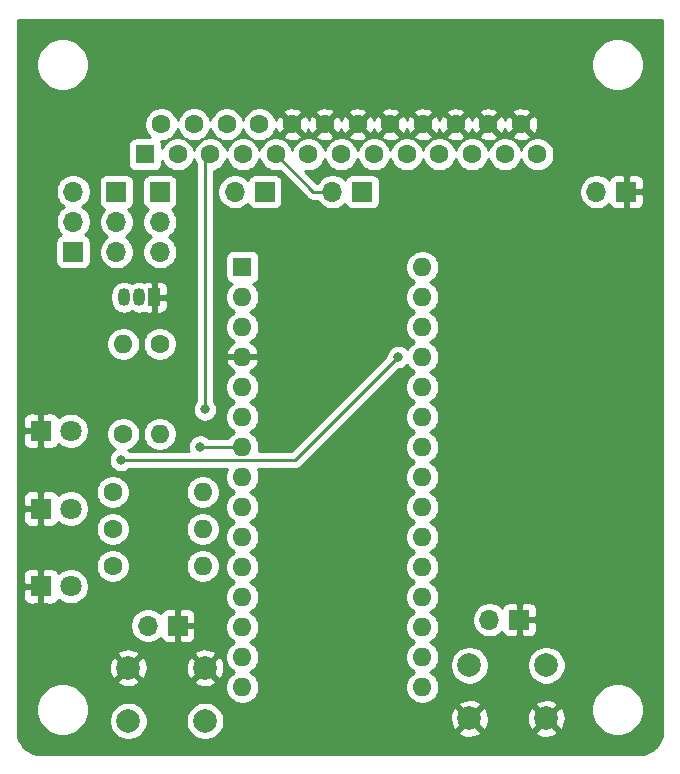
<source format=gbr>
%TF.GenerationSoftware,KiCad,Pcbnew,5.1.6-c6e7f7d~87~ubuntu20.04.1*%
%TF.CreationDate,2020-09-27T23:03:46+02:00*%
%TF.ProjectId,arduino-2-tb6560-4axis,61726475-696e-46f2-9d32-2d7462363536,rev?*%
%TF.SameCoordinates,Original*%
%TF.FileFunction,Copper,L2,Bot*%
%TF.FilePolarity,Positive*%
%FSLAX46Y46*%
G04 Gerber Fmt 4.6, Leading zero omitted, Abs format (unit mm)*
G04 Created by KiCad (PCBNEW 5.1.6-c6e7f7d~87~ubuntu20.04.1) date 2020-09-27 23:03:46*
%MOMM*%
%LPD*%
G01*
G04 APERTURE LIST*
%TA.AperFunction,ComponentPad*%
%ADD10O,1.600000X1.600000*%
%TD*%
%TA.AperFunction,ComponentPad*%
%ADD11C,1.600000*%
%TD*%
%TA.AperFunction,ComponentPad*%
%ADD12C,1.800000*%
%TD*%
%TA.AperFunction,ComponentPad*%
%ADD13R,1.800000X1.800000*%
%TD*%
%TA.AperFunction,ComponentPad*%
%ADD14C,2.000000*%
%TD*%
%TA.AperFunction,ComponentPad*%
%ADD15O,1.700000X1.700000*%
%TD*%
%TA.AperFunction,ComponentPad*%
%ADD16R,1.700000X1.700000*%
%TD*%
%TA.AperFunction,ComponentPad*%
%ADD17R,1.050000X1.500000*%
%TD*%
%TA.AperFunction,ComponentPad*%
%ADD18O,1.050000X1.500000*%
%TD*%
%TA.AperFunction,ComponentPad*%
%ADD19R,1.600000X1.600000*%
%TD*%
%TA.AperFunction,ViaPad*%
%ADD20C,0.800000*%
%TD*%
%TA.AperFunction,Conductor*%
%ADD21C,0.250000*%
%TD*%
%TA.AperFunction,Conductor*%
%ADD22C,0.254000*%
%TD*%
G04 APERTURE END LIST*
D10*
%TO.P,R5,2*%
%TO.N,Z_STEP*%
X142684500Y-85102700D03*
D11*
%TO.P,R5,1*%
%TO.N,Net-(D3-Pad2)*%
X135064500Y-85102700D03*
%TD*%
D10*
%TO.P,R4,2*%
%TO.N,Y_STEP*%
X142684500Y-88239600D03*
D11*
%TO.P,R4,1*%
%TO.N,Net-(D2-Pad2)*%
X135064500Y-88239600D03*
%TD*%
D10*
%TO.P,R3,2*%
%TO.N,X_STEP*%
X142684500Y-91363800D03*
D11*
%TO.P,R3,1*%
%TO.N,Net-(D1-Pad2)*%
X135064500Y-91363800D03*
%TD*%
D10*
%TO.P,R2,2*%
%TO.N,SPINDLE_PWM_INVERTED*%
X135966200Y-72567800D03*
D11*
%TO.P,R2,1*%
%TO.N,VCC*%
X135966200Y-80187800D03*
%TD*%
D10*
%TO.P,R1,2*%
%TO.N,SPINDLE_PWM*%
X139039600Y-80175100D03*
D11*
%TO.P,R1,1*%
%TO.N,Net-(Q1-Pad2)*%
X139039600Y-72555100D03*
%TD*%
D12*
%TO.P,D3,2*%
%TO.N,Net-(D3-Pad2)*%
X131521200Y-79908400D03*
D13*
%TO.P,D3,1*%
%TO.N,GND*%
X128981200Y-79908400D03*
%TD*%
D12*
%TO.P,D2,2*%
%TO.N,Net-(D2-Pad2)*%
X131521200Y-86499700D03*
D13*
%TO.P,D2,1*%
%TO.N,GND*%
X128981200Y-86499700D03*
%TD*%
D12*
%TO.P,D1,2*%
%TO.N,Net-(D1-Pad2)*%
X131521200Y-93091000D03*
D13*
%TO.P,D1,1*%
%TO.N,GND*%
X128981200Y-93091000D03*
%TD*%
D14*
%TO.P,SW2,1*%
%TO.N,CYCLE_START_RESUME*%
X171777800Y-99771200D03*
%TO.P,SW2,2*%
%TO.N,GND*%
X171777800Y-104271200D03*
%TO.P,SW2,1*%
%TO.N,CYCLE_START_RESUME*%
X165277800Y-99771200D03*
%TO.P,SW2,2*%
%TO.N,GND*%
X165277800Y-104271200D03*
%TD*%
%TO.P,SW1,1*%
%TO.N,FEED_HOLD*%
X136387700Y-104482900D03*
%TO.P,SW1,2*%
%TO.N,GND*%
X136387700Y-99982900D03*
%TO.P,SW1,1*%
%TO.N,FEED_HOLD*%
X142887700Y-104482900D03*
%TO.P,SW1,2*%
%TO.N,GND*%
X142887700Y-99982900D03*
%TD*%
D15*
%TO.P,J9,2*%
%TO.N,CYCLE_START_RESUME*%
X166966900Y-95923100D03*
D16*
%TO.P,J9,1*%
%TO.N,GND*%
X169506900Y-95923100D03*
%TD*%
D15*
%TO.P,J8,2*%
%TO.N,FEED_HOLD*%
X138049000Y-96405700D03*
D16*
%TO.P,J8,1*%
%TO.N,GND*%
X140589000Y-96405700D03*
%TD*%
D15*
%TO.P,J7,3*%
%TO.N,SPINDLE_PWM*%
X135382000Y-64770000D03*
%TO.P,J7,2*%
%TO.N,SPINDLE_PWM_SELECT*%
X135382000Y-62230000D03*
D16*
%TO.P,J7,1*%
%TO.N,SPINDLE_PWM_INVERTED*%
X135382000Y-59690000D03*
%TD*%
D15*
%TO.P,J6,2*%
%TO.N,PROBE*%
X176022000Y-59690000D03*
D16*
%TO.P,J6,1*%
%TO.N,GND*%
X178562000Y-59690000D03*
%TD*%
D17*
%TO.P,Q1,1*%
%TO.N,GND*%
X138569700Y-68605400D03*
D18*
%TO.P,Q1,3*%
%TO.N,SPINDLE_PWM_INVERTED*%
X136029700Y-68605400D03*
%TO.P,Q1,2*%
%TO.N,Net-(Q1-Pad2)*%
X137299700Y-68605400D03*
%TD*%
D15*
%TO.P,J5,3*%
%TO.N,SPINDLE_ENABLE_14*%
X131711700Y-59664600D03*
%TO.P,J5,2*%
%TO.N,SPINDLE_PWM_SELECT*%
X131711700Y-62204600D03*
D16*
%TO.P,J5,1*%
%TO.N,SPINDLE_ENABLE_17*%
X131711700Y-64744600D03*
%TD*%
D15*
%TO.P,J4,2*%
%TO.N,Y_DIR*%
X153670000Y-59690000D03*
D16*
%TO.P,J4,1*%
%TO.N,A_DIR*%
X156210000Y-59690000D03*
%TD*%
D15*
%TO.P,J3,2*%
%TO.N,Y_STEP*%
X145415000Y-59690000D03*
D16*
%TO.P,J3,1*%
%TO.N,A_STEP*%
X147955000Y-59690000D03*
%TD*%
D15*
%TO.P,J2,3*%
%TO.N,DISABLE_STEPPER_1*%
X139065000Y-64770000D03*
%TO.P,J2,2*%
%TO.N,DISABLE_STEPPER*%
X139065000Y-62230000D03*
D16*
%TO.P,J2,1*%
%TO.N,DISABLE_STEPPER_16*%
X139065000Y-59690000D03*
%TD*%
D11*
%TO.P,J1,25*%
%TO.N,GND*%
X169650000Y-53975000D03*
%TO.P,J1,24*%
X166880000Y-53975000D03*
%TO.P,J1,23*%
X164110000Y-53975000D03*
%TO.P,J1,22*%
X161340000Y-53975000D03*
%TO.P,J1,21*%
X158570000Y-53975000D03*
%TO.P,J1,20*%
X155800000Y-53975000D03*
%TO.P,J1,19*%
X153030000Y-53975000D03*
%TO.P,J1,18*%
X150260000Y-53975000D03*
%TO.P,J1,17*%
%TO.N,SPINDLE_ENABLE_17*%
X147490000Y-53975000D03*
%TO.P,J1,16*%
%TO.N,DISABLE_STEPPER_16*%
X144720000Y-53975000D03*
%TO.P,J1,15*%
%TO.N,Net-(J1-Pad15)*%
X141950000Y-53975000D03*
%TO.P,J1,14*%
%TO.N,SPINDLE_ENABLE_14*%
X139180000Y-53975000D03*
%TO.P,J1,13*%
%TO.N,Net-(J1-Pad13)*%
X171035000Y-56515000D03*
%TO.P,J1,12*%
%TO.N,Z_LIMIT*%
X168265000Y-56515000D03*
%TO.P,J1,11*%
%TO.N,Y_LIMIT*%
X165495000Y-56515000D03*
%TO.P,J1,10*%
%TO.N,X_LIMIT*%
X162725000Y-56515000D03*
%TO.P,J1,9*%
%TO.N,A_DIR*%
X159955000Y-56515000D03*
%TO.P,J1,8*%
%TO.N,A_STEP*%
X157185000Y-56515000D03*
%TO.P,J1,7*%
%TO.N,Z_DIR*%
X154415000Y-56515000D03*
%TO.P,J1,6*%
%TO.N,Z_STEP*%
X151645000Y-56515000D03*
%TO.P,J1,5*%
%TO.N,Y_DIR*%
X148875000Y-56515000D03*
%TO.P,J1,4*%
%TO.N,Y_STEP*%
X146105000Y-56515000D03*
%TO.P,J1,3*%
%TO.N,X_DIR*%
X143335000Y-56515000D03*
%TO.P,J1,2*%
%TO.N,X_STEP*%
X140565000Y-56515000D03*
D19*
%TO.P,J1,1*%
%TO.N,DISABLE_STEPPER_1*%
X137795000Y-56515000D03*
%TD*%
D10*
%TO.P,A1,16*%
%TO.N,Net-(A1-Pad16)*%
X161290000Y-101600000D03*
%TO.P,A1,15*%
%TO.N,Z_LIMIT*%
X146050000Y-101600000D03*
%TO.P,A1,30*%
%TO.N,Net-(A1-Pad30)*%
X161290000Y-66040000D03*
%TO.P,A1,14*%
%TO.N,SPINDLE_PWM*%
X146050000Y-99060000D03*
%TO.P,A1,29*%
%TO.N,Net-(A1-Pad29)*%
X161290000Y-68580000D03*
%TO.P,A1,13*%
%TO.N,Y_LIMIT*%
X146050000Y-96520000D03*
%TO.P,A1,28*%
%TO.N,Net-(A1-Pad28)*%
X161290000Y-71120000D03*
%TO.P,A1,12*%
%TO.N,X_LIMIT*%
X146050000Y-93980000D03*
%TO.P,A1,27*%
%TO.N,VCC*%
X161290000Y-73660000D03*
%TO.P,A1,11*%
%TO.N,DISABLE_STEPPER*%
X146050000Y-91440000D03*
%TO.P,A1,26*%
%TO.N,Net-(A1-Pad26)*%
X161290000Y-76200000D03*
%TO.P,A1,10*%
%TO.N,Z_DIR*%
X146050000Y-88900000D03*
%TO.P,A1,25*%
%TO.N,Net-(A1-Pad25)*%
X161290000Y-78740000D03*
%TO.P,A1,9*%
%TO.N,Y_DIR*%
X146050000Y-86360000D03*
%TO.P,A1,24*%
%TO.N,PROBE*%
X161290000Y-81280000D03*
%TO.P,A1,8*%
%TO.N,X_DIR*%
X146050000Y-83820000D03*
%TO.P,A1,23*%
%TO.N,Net-(A1-Pad23)*%
X161290000Y-83820000D03*
%TO.P,A1,7*%
%TO.N,Z_STEP*%
X146050000Y-81280000D03*
%TO.P,A1,22*%
%TO.N,Net-(A1-Pad22)*%
X161290000Y-86360000D03*
%TO.P,A1,6*%
%TO.N,Y_STEP*%
X146050000Y-78740000D03*
%TO.P,A1,21*%
%TO.N,CYCLE_START_RESUME*%
X161290000Y-88900000D03*
%TO.P,A1,5*%
%TO.N,X_STEP*%
X146050000Y-76200000D03*
%TO.P,A1,20*%
%TO.N,FEED_HOLD*%
X161290000Y-91440000D03*
%TO.P,A1,4*%
%TO.N,GND*%
X146050000Y-73660000D03*
%TO.P,A1,19*%
%TO.N,Net-(A1-Pad19)*%
X161290000Y-93980000D03*
%TO.P,A1,3*%
%TO.N,Net-(A1-Pad3)*%
X146050000Y-71120000D03*
%TO.P,A1,18*%
%TO.N,Net-(A1-Pad18)*%
X161290000Y-96520000D03*
%TO.P,A1,2*%
%TO.N,Net-(A1-Pad2)*%
X146050000Y-68580000D03*
%TO.P,A1,17*%
%TO.N,Net-(A1-Pad17)*%
X161290000Y-99060000D03*
D19*
%TO.P,A1,1*%
%TO.N,Net-(A1-Pad1)*%
X146050000Y-66040000D03*
%TD*%
D20*
%TO.N,Y_DIR*%
X153670000Y-59690000D03*
%TO.N,X_DIR*%
X142875000Y-78105000D03*
%TO.N,Z_STEP*%
X142470297Y-81265603D03*
%TO.N,VCC*%
X159258000Y-73660000D03*
X135750300Y-82384900D03*
%TD*%
D21*
%TO.N,Y_DIR*%
X152050000Y-59690000D02*
X148875000Y-56515000D01*
X153670000Y-59690000D02*
X152050000Y-59690000D01*
%TO.N,X_DIR*%
X142875000Y-56975000D02*
X143335000Y-56515000D01*
X142875000Y-78105000D02*
X142875000Y-56975000D01*
%TO.N,Z_STEP*%
X146035603Y-81265603D02*
X146050000Y-81280000D01*
X142470297Y-81265603D02*
X146035603Y-81265603D01*
%TO.N,Y_STEP*%
X145959999Y-78830001D02*
X146050000Y-78740000D01*
%TO.N,VCC*%
X159258000Y-73660000D02*
X150512999Y-82405001D01*
X137576998Y-82384900D02*
X137597099Y-82405001D01*
X135750300Y-82384900D02*
X137576998Y-82384900D01*
X137597099Y-82405001D02*
X137269001Y-82405001D01*
X150512999Y-82405001D02*
X137597099Y-82405001D01*
%TD*%
D22*
%TO.N,GND*%
G36*
X181585000Y-105377721D02*
G01*
X181546091Y-105774545D01*
X181440220Y-106125206D01*
X181268257Y-106448623D01*
X181036748Y-106732482D01*
X180754514Y-106965965D01*
X180432304Y-107140184D01*
X180082385Y-107248502D01*
X179687557Y-107290000D01*
X128937279Y-107290000D01*
X128540455Y-107251091D01*
X128189794Y-107145220D01*
X127866377Y-106973257D01*
X127582518Y-106741748D01*
X127349035Y-106459514D01*
X127174816Y-106137304D01*
X127066498Y-105787385D01*
X127025000Y-105392557D01*
X127025000Y-103284872D01*
X128575000Y-103284872D01*
X128575000Y-103725128D01*
X128660890Y-104156925D01*
X128829369Y-104563669D01*
X129073962Y-104929729D01*
X129385271Y-105241038D01*
X129751331Y-105485631D01*
X130158075Y-105654110D01*
X130589872Y-105740000D01*
X131030128Y-105740000D01*
X131461925Y-105654110D01*
X131868669Y-105485631D01*
X132234729Y-105241038D01*
X132546038Y-104929729D01*
X132790631Y-104563669D01*
X132890788Y-104321867D01*
X134752700Y-104321867D01*
X134752700Y-104643933D01*
X134815532Y-104959812D01*
X134938782Y-105257363D01*
X135117713Y-105525152D01*
X135345448Y-105752887D01*
X135613237Y-105931818D01*
X135910788Y-106055068D01*
X136226667Y-106117900D01*
X136548733Y-106117900D01*
X136864612Y-106055068D01*
X137162163Y-105931818D01*
X137429952Y-105752887D01*
X137657687Y-105525152D01*
X137836618Y-105257363D01*
X137959868Y-104959812D01*
X138022700Y-104643933D01*
X138022700Y-104321867D01*
X141252700Y-104321867D01*
X141252700Y-104643933D01*
X141315532Y-104959812D01*
X141438782Y-105257363D01*
X141617713Y-105525152D01*
X141845448Y-105752887D01*
X142113237Y-105931818D01*
X142410788Y-106055068D01*
X142726667Y-106117900D01*
X143048733Y-106117900D01*
X143364612Y-106055068D01*
X143662163Y-105931818D01*
X143929952Y-105752887D01*
X144157687Y-105525152D01*
X144236892Y-105406613D01*
X164321992Y-105406613D01*
X164417756Y-105671014D01*
X164707371Y-105811904D01*
X165018908Y-105893584D01*
X165340395Y-105912918D01*
X165659475Y-105869161D01*
X165963888Y-105763995D01*
X166137844Y-105671014D01*
X166233608Y-105406613D01*
X170821992Y-105406613D01*
X170917756Y-105671014D01*
X171207371Y-105811904D01*
X171518908Y-105893584D01*
X171840395Y-105912918D01*
X172159475Y-105869161D01*
X172463888Y-105763995D01*
X172637844Y-105671014D01*
X172733608Y-105406613D01*
X171777800Y-104450805D01*
X170821992Y-105406613D01*
X166233608Y-105406613D01*
X165277800Y-104450805D01*
X164321992Y-105406613D01*
X144236892Y-105406613D01*
X144336618Y-105257363D01*
X144459868Y-104959812D01*
X144522700Y-104643933D01*
X144522700Y-104333795D01*
X163636082Y-104333795D01*
X163679839Y-104652875D01*
X163785005Y-104957288D01*
X163877986Y-105131244D01*
X164142387Y-105227008D01*
X165098195Y-104271200D01*
X165457405Y-104271200D01*
X166413213Y-105227008D01*
X166677614Y-105131244D01*
X166818504Y-104841629D01*
X166900184Y-104530092D01*
X166911989Y-104333795D01*
X170136082Y-104333795D01*
X170179839Y-104652875D01*
X170285005Y-104957288D01*
X170377986Y-105131244D01*
X170642387Y-105227008D01*
X171598195Y-104271200D01*
X171957405Y-104271200D01*
X172913213Y-105227008D01*
X173177614Y-105131244D01*
X173318504Y-104841629D01*
X173400184Y-104530092D01*
X173419518Y-104208605D01*
X173375761Y-103889525D01*
X173270595Y-103585112D01*
X173177614Y-103411156D01*
X172913213Y-103315392D01*
X171957405Y-104271200D01*
X171598195Y-104271200D01*
X170642387Y-103315392D01*
X170377986Y-103411156D01*
X170237096Y-103700771D01*
X170155416Y-104012308D01*
X170136082Y-104333795D01*
X166911989Y-104333795D01*
X166919518Y-104208605D01*
X166875761Y-103889525D01*
X166770595Y-103585112D01*
X166677614Y-103411156D01*
X166413213Y-103315392D01*
X165457405Y-104271200D01*
X165098195Y-104271200D01*
X164142387Y-103315392D01*
X163877986Y-103411156D01*
X163737096Y-103700771D01*
X163655416Y-104012308D01*
X163636082Y-104333795D01*
X144522700Y-104333795D01*
X144522700Y-104321867D01*
X144459868Y-104005988D01*
X144336618Y-103708437D01*
X144157687Y-103440648D01*
X143929952Y-103212913D01*
X143814525Y-103135787D01*
X164321992Y-103135787D01*
X165277800Y-104091595D01*
X166233608Y-103135787D01*
X170821992Y-103135787D01*
X171777800Y-104091595D01*
X172584523Y-103284872D01*
X175565000Y-103284872D01*
X175565000Y-103725128D01*
X175650890Y-104156925D01*
X175819369Y-104563669D01*
X176063962Y-104929729D01*
X176375271Y-105241038D01*
X176741331Y-105485631D01*
X177148075Y-105654110D01*
X177579872Y-105740000D01*
X178020128Y-105740000D01*
X178451925Y-105654110D01*
X178858669Y-105485631D01*
X179224729Y-105241038D01*
X179536038Y-104929729D01*
X179780631Y-104563669D01*
X179949110Y-104156925D01*
X180035000Y-103725128D01*
X180035000Y-103284872D01*
X179949110Y-102853075D01*
X179780631Y-102446331D01*
X179536038Y-102080271D01*
X179224729Y-101768962D01*
X178858669Y-101524369D01*
X178451925Y-101355890D01*
X178020128Y-101270000D01*
X177579872Y-101270000D01*
X177148075Y-101355890D01*
X176741331Y-101524369D01*
X176375271Y-101768962D01*
X176063962Y-102080271D01*
X175819369Y-102446331D01*
X175650890Y-102853075D01*
X175565000Y-103284872D01*
X172584523Y-103284872D01*
X172733608Y-103135787D01*
X172637844Y-102871386D01*
X172348229Y-102730496D01*
X172036692Y-102648816D01*
X171715205Y-102629482D01*
X171396125Y-102673239D01*
X171091712Y-102778405D01*
X170917756Y-102871386D01*
X170821992Y-103135787D01*
X166233608Y-103135787D01*
X166137844Y-102871386D01*
X165848229Y-102730496D01*
X165536692Y-102648816D01*
X165215205Y-102629482D01*
X164896125Y-102673239D01*
X164591712Y-102778405D01*
X164417756Y-102871386D01*
X164321992Y-103135787D01*
X143814525Y-103135787D01*
X143662163Y-103033982D01*
X143364612Y-102910732D01*
X143048733Y-102847900D01*
X142726667Y-102847900D01*
X142410788Y-102910732D01*
X142113237Y-103033982D01*
X141845448Y-103212913D01*
X141617713Y-103440648D01*
X141438782Y-103708437D01*
X141315532Y-104005988D01*
X141252700Y-104321867D01*
X138022700Y-104321867D01*
X137959868Y-104005988D01*
X137836618Y-103708437D01*
X137657687Y-103440648D01*
X137429952Y-103212913D01*
X137162163Y-103033982D01*
X136864612Y-102910732D01*
X136548733Y-102847900D01*
X136226667Y-102847900D01*
X135910788Y-102910732D01*
X135613237Y-103033982D01*
X135345448Y-103212913D01*
X135117713Y-103440648D01*
X134938782Y-103708437D01*
X134815532Y-104005988D01*
X134752700Y-104321867D01*
X132890788Y-104321867D01*
X132959110Y-104156925D01*
X133045000Y-103725128D01*
X133045000Y-103284872D01*
X132959110Y-102853075D01*
X132790631Y-102446331D01*
X132546038Y-102080271D01*
X132234729Y-101768962D01*
X131868669Y-101524369D01*
X131461925Y-101355890D01*
X131030128Y-101270000D01*
X130589872Y-101270000D01*
X130158075Y-101355890D01*
X129751331Y-101524369D01*
X129385271Y-101768962D01*
X129073962Y-102080271D01*
X128829369Y-102446331D01*
X128660890Y-102853075D01*
X128575000Y-103284872D01*
X127025000Y-103284872D01*
X127025000Y-101118313D01*
X135431892Y-101118313D01*
X135527656Y-101382714D01*
X135817271Y-101523604D01*
X136128808Y-101605284D01*
X136450295Y-101624618D01*
X136769375Y-101580861D01*
X137073788Y-101475695D01*
X137247744Y-101382714D01*
X137343508Y-101118313D01*
X141931892Y-101118313D01*
X142027656Y-101382714D01*
X142317271Y-101523604D01*
X142628808Y-101605284D01*
X142950295Y-101624618D01*
X143269375Y-101580861D01*
X143573788Y-101475695D01*
X143747744Y-101382714D01*
X143843508Y-101118313D01*
X142887700Y-100162505D01*
X141931892Y-101118313D01*
X137343508Y-101118313D01*
X136387700Y-100162505D01*
X135431892Y-101118313D01*
X127025000Y-101118313D01*
X127025000Y-100045495D01*
X134745982Y-100045495D01*
X134789739Y-100364575D01*
X134894905Y-100668988D01*
X134987886Y-100842944D01*
X135252287Y-100938708D01*
X136208095Y-99982900D01*
X136567305Y-99982900D01*
X137523113Y-100938708D01*
X137787514Y-100842944D01*
X137928404Y-100553329D01*
X138010084Y-100241792D01*
X138021889Y-100045495D01*
X141245982Y-100045495D01*
X141289739Y-100364575D01*
X141394905Y-100668988D01*
X141487886Y-100842944D01*
X141752287Y-100938708D01*
X142708095Y-99982900D01*
X143067305Y-99982900D01*
X144023113Y-100938708D01*
X144287514Y-100842944D01*
X144428404Y-100553329D01*
X144510084Y-100241792D01*
X144529418Y-99920305D01*
X144485661Y-99601225D01*
X144380495Y-99296812D01*
X144287514Y-99122856D01*
X144023113Y-99027092D01*
X143067305Y-99982900D01*
X142708095Y-99982900D01*
X141752287Y-99027092D01*
X141487886Y-99122856D01*
X141346996Y-99412471D01*
X141265316Y-99724008D01*
X141245982Y-100045495D01*
X138021889Y-100045495D01*
X138029418Y-99920305D01*
X137985661Y-99601225D01*
X137880495Y-99296812D01*
X137787514Y-99122856D01*
X137523113Y-99027092D01*
X136567305Y-99982900D01*
X136208095Y-99982900D01*
X135252287Y-99027092D01*
X134987886Y-99122856D01*
X134846996Y-99412471D01*
X134765316Y-99724008D01*
X134745982Y-100045495D01*
X127025000Y-100045495D01*
X127025000Y-98847487D01*
X135431892Y-98847487D01*
X136387700Y-99803295D01*
X137343508Y-98847487D01*
X141931892Y-98847487D01*
X142887700Y-99803295D01*
X143843508Y-98847487D01*
X143747744Y-98583086D01*
X143458129Y-98442196D01*
X143146592Y-98360516D01*
X142825105Y-98341182D01*
X142506025Y-98384939D01*
X142201612Y-98490105D01*
X142027656Y-98583086D01*
X141931892Y-98847487D01*
X137343508Y-98847487D01*
X137247744Y-98583086D01*
X136958129Y-98442196D01*
X136646592Y-98360516D01*
X136325105Y-98341182D01*
X136006025Y-98384939D01*
X135701612Y-98490105D01*
X135527656Y-98583086D01*
X135431892Y-98847487D01*
X127025000Y-98847487D01*
X127025000Y-96259440D01*
X136564000Y-96259440D01*
X136564000Y-96551960D01*
X136621068Y-96838858D01*
X136733010Y-97109111D01*
X136895525Y-97352332D01*
X137102368Y-97559175D01*
X137345589Y-97721690D01*
X137615842Y-97833632D01*
X137902740Y-97890700D01*
X138195260Y-97890700D01*
X138482158Y-97833632D01*
X138752411Y-97721690D01*
X138995632Y-97559175D01*
X139127487Y-97427320D01*
X139149498Y-97499880D01*
X139208463Y-97610194D01*
X139287815Y-97706885D01*
X139384506Y-97786237D01*
X139494820Y-97845202D01*
X139614518Y-97881512D01*
X139739000Y-97893772D01*
X140303250Y-97890700D01*
X140462000Y-97731950D01*
X140462000Y-96532700D01*
X140716000Y-96532700D01*
X140716000Y-97731950D01*
X140874750Y-97890700D01*
X141439000Y-97893772D01*
X141563482Y-97881512D01*
X141683180Y-97845202D01*
X141793494Y-97786237D01*
X141890185Y-97706885D01*
X141969537Y-97610194D01*
X142028502Y-97499880D01*
X142064812Y-97380182D01*
X142077072Y-97255700D01*
X142074000Y-96691450D01*
X141915250Y-96532700D01*
X140716000Y-96532700D01*
X140462000Y-96532700D01*
X140442000Y-96532700D01*
X140442000Y-96278700D01*
X140462000Y-96278700D01*
X140462000Y-95079450D01*
X140716000Y-95079450D01*
X140716000Y-96278700D01*
X141915250Y-96278700D01*
X142074000Y-96119950D01*
X142077072Y-95555700D01*
X142064812Y-95431218D01*
X142028502Y-95311520D01*
X141969537Y-95201206D01*
X141890185Y-95104515D01*
X141793494Y-95025163D01*
X141683180Y-94966198D01*
X141563482Y-94929888D01*
X141439000Y-94917628D01*
X140874750Y-94920700D01*
X140716000Y-95079450D01*
X140462000Y-95079450D01*
X140303250Y-94920700D01*
X139739000Y-94917628D01*
X139614518Y-94929888D01*
X139494820Y-94966198D01*
X139384506Y-95025163D01*
X139287815Y-95104515D01*
X139208463Y-95201206D01*
X139149498Y-95311520D01*
X139127487Y-95384080D01*
X138995632Y-95252225D01*
X138752411Y-95089710D01*
X138482158Y-94977768D01*
X138195260Y-94920700D01*
X137902740Y-94920700D01*
X137615842Y-94977768D01*
X137345589Y-95089710D01*
X137102368Y-95252225D01*
X136895525Y-95459068D01*
X136733010Y-95702289D01*
X136621068Y-95972542D01*
X136564000Y-96259440D01*
X127025000Y-96259440D01*
X127025000Y-93991000D01*
X127443128Y-93991000D01*
X127455388Y-94115482D01*
X127491698Y-94235180D01*
X127550663Y-94345494D01*
X127630015Y-94442185D01*
X127726706Y-94521537D01*
X127837020Y-94580502D01*
X127956718Y-94616812D01*
X128081200Y-94629072D01*
X128695450Y-94626000D01*
X128854200Y-94467250D01*
X128854200Y-93218000D01*
X127604950Y-93218000D01*
X127446200Y-93376750D01*
X127443128Y-93991000D01*
X127025000Y-93991000D01*
X127025000Y-92191000D01*
X127443128Y-92191000D01*
X127446200Y-92805250D01*
X127604950Y-92964000D01*
X128854200Y-92964000D01*
X128854200Y-91714750D01*
X129108200Y-91714750D01*
X129108200Y-92964000D01*
X129128200Y-92964000D01*
X129128200Y-93218000D01*
X129108200Y-93218000D01*
X129108200Y-94467250D01*
X129266950Y-94626000D01*
X129881200Y-94629072D01*
X130005682Y-94616812D01*
X130125380Y-94580502D01*
X130235694Y-94521537D01*
X130332385Y-94442185D01*
X130411737Y-94345494D01*
X130470702Y-94235180D01*
X130476256Y-94216873D01*
X130542695Y-94283312D01*
X130794105Y-94451299D01*
X131073457Y-94567011D01*
X131370016Y-94626000D01*
X131672384Y-94626000D01*
X131968943Y-94567011D01*
X132248295Y-94451299D01*
X132499705Y-94283312D01*
X132713512Y-94069505D01*
X132881499Y-93818095D01*
X132997211Y-93538743D01*
X133056200Y-93242184D01*
X133056200Y-92939816D01*
X132997211Y-92643257D01*
X132881499Y-92363905D01*
X132713512Y-92112495D01*
X132499705Y-91898688D01*
X132248295Y-91730701D01*
X131968943Y-91614989D01*
X131672384Y-91556000D01*
X131370016Y-91556000D01*
X131073457Y-91614989D01*
X130794105Y-91730701D01*
X130542695Y-91898688D01*
X130476256Y-91965127D01*
X130470702Y-91946820D01*
X130411737Y-91836506D01*
X130332385Y-91739815D01*
X130235694Y-91660463D01*
X130125380Y-91601498D01*
X130005682Y-91565188D01*
X129881200Y-91552928D01*
X129266950Y-91556000D01*
X129108200Y-91714750D01*
X128854200Y-91714750D01*
X128695450Y-91556000D01*
X128081200Y-91552928D01*
X127956718Y-91565188D01*
X127837020Y-91601498D01*
X127726706Y-91660463D01*
X127630015Y-91739815D01*
X127550663Y-91836506D01*
X127491698Y-91946820D01*
X127455388Y-92066518D01*
X127443128Y-92191000D01*
X127025000Y-92191000D01*
X127025000Y-91222465D01*
X133629500Y-91222465D01*
X133629500Y-91505135D01*
X133684647Y-91782374D01*
X133792820Y-92043527D01*
X133949863Y-92278559D01*
X134149741Y-92478437D01*
X134384773Y-92635480D01*
X134645926Y-92743653D01*
X134923165Y-92798800D01*
X135205835Y-92798800D01*
X135483074Y-92743653D01*
X135744227Y-92635480D01*
X135979259Y-92478437D01*
X136179137Y-92278559D01*
X136336180Y-92043527D01*
X136444353Y-91782374D01*
X136499500Y-91505135D01*
X136499500Y-91222465D01*
X141249500Y-91222465D01*
X141249500Y-91505135D01*
X141304647Y-91782374D01*
X141412820Y-92043527D01*
X141569863Y-92278559D01*
X141769741Y-92478437D01*
X142004773Y-92635480D01*
X142265926Y-92743653D01*
X142543165Y-92798800D01*
X142825835Y-92798800D01*
X143103074Y-92743653D01*
X143364227Y-92635480D01*
X143599259Y-92478437D01*
X143799137Y-92278559D01*
X143956180Y-92043527D01*
X144064353Y-91782374D01*
X144119500Y-91505135D01*
X144119500Y-91222465D01*
X144064353Y-90945226D01*
X143956180Y-90684073D01*
X143799137Y-90449041D01*
X143599259Y-90249163D01*
X143364227Y-90092120D01*
X143103074Y-89983947D01*
X142825835Y-89928800D01*
X142543165Y-89928800D01*
X142265926Y-89983947D01*
X142004773Y-90092120D01*
X141769741Y-90249163D01*
X141569863Y-90449041D01*
X141412820Y-90684073D01*
X141304647Y-90945226D01*
X141249500Y-91222465D01*
X136499500Y-91222465D01*
X136444353Y-90945226D01*
X136336180Y-90684073D01*
X136179137Y-90449041D01*
X135979259Y-90249163D01*
X135744227Y-90092120D01*
X135483074Y-89983947D01*
X135205835Y-89928800D01*
X134923165Y-89928800D01*
X134645926Y-89983947D01*
X134384773Y-90092120D01*
X134149741Y-90249163D01*
X133949863Y-90449041D01*
X133792820Y-90684073D01*
X133684647Y-90945226D01*
X133629500Y-91222465D01*
X127025000Y-91222465D01*
X127025000Y-88098265D01*
X133629500Y-88098265D01*
X133629500Y-88380935D01*
X133684647Y-88658174D01*
X133792820Y-88919327D01*
X133949863Y-89154359D01*
X134149741Y-89354237D01*
X134384773Y-89511280D01*
X134645926Y-89619453D01*
X134923165Y-89674600D01*
X135205835Y-89674600D01*
X135483074Y-89619453D01*
X135744227Y-89511280D01*
X135979259Y-89354237D01*
X136179137Y-89154359D01*
X136336180Y-88919327D01*
X136444353Y-88658174D01*
X136499500Y-88380935D01*
X136499500Y-88098265D01*
X141249500Y-88098265D01*
X141249500Y-88380935D01*
X141304647Y-88658174D01*
X141412820Y-88919327D01*
X141569863Y-89154359D01*
X141769741Y-89354237D01*
X142004773Y-89511280D01*
X142265926Y-89619453D01*
X142543165Y-89674600D01*
X142825835Y-89674600D01*
X143103074Y-89619453D01*
X143364227Y-89511280D01*
X143599259Y-89354237D01*
X143799137Y-89154359D01*
X143956180Y-88919327D01*
X144064353Y-88658174D01*
X144119500Y-88380935D01*
X144119500Y-88098265D01*
X144064353Y-87821026D01*
X143956180Y-87559873D01*
X143799137Y-87324841D01*
X143599259Y-87124963D01*
X143364227Y-86967920D01*
X143103074Y-86859747D01*
X142825835Y-86804600D01*
X142543165Y-86804600D01*
X142265926Y-86859747D01*
X142004773Y-86967920D01*
X141769741Y-87124963D01*
X141569863Y-87324841D01*
X141412820Y-87559873D01*
X141304647Y-87821026D01*
X141249500Y-88098265D01*
X136499500Y-88098265D01*
X136444353Y-87821026D01*
X136336180Y-87559873D01*
X136179137Y-87324841D01*
X135979259Y-87124963D01*
X135744227Y-86967920D01*
X135483074Y-86859747D01*
X135205835Y-86804600D01*
X134923165Y-86804600D01*
X134645926Y-86859747D01*
X134384773Y-86967920D01*
X134149741Y-87124963D01*
X133949863Y-87324841D01*
X133792820Y-87559873D01*
X133684647Y-87821026D01*
X133629500Y-88098265D01*
X127025000Y-88098265D01*
X127025000Y-87399700D01*
X127443128Y-87399700D01*
X127455388Y-87524182D01*
X127491698Y-87643880D01*
X127550663Y-87754194D01*
X127630015Y-87850885D01*
X127726706Y-87930237D01*
X127837020Y-87989202D01*
X127956718Y-88025512D01*
X128081200Y-88037772D01*
X128695450Y-88034700D01*
X128854200Y-87875950D01*
X128854200Y-86626700D01*
X127604950Y-86626700D01*
X127446200Y-86785450D01*
X127443128Y-87399700D01*
X127025000Y-87399700D01*
X127025000Y-85599700D01*
X127443128Y-85599700D01*
X127446200Y-86213950D01*
X127604950Y-86372700D01*
X128854200Y-86372700D01*
X128854200Y-85123450D01*
X129108200Y-85123450D01*
X129108200Y-86372700D01*
X129128200Y-86372700D01*
X129128200Y-86626700D01*
X129108200Y-86626700D01*
X129108200Y-87875950D01*
X129266950Y-88034700D01*
X129881200Y-88037772D01*
X130005682Y-88025512D01*
X130125380Y-87989202D01*
X130235694Y-87930237D01*
X130332385Y-87850885D01*
X130411737Y-87754194D01*
X130470702Y-87643880D01*
X130476256Y-87625573D01*
X130542695Y-87692012D01*
X130794105Y-87859999D01*
X131073457Y-87975711D01*
X131370016Y-88034700D01*
X131672384Y-88034700D01*
X131968943Y-87975711D01*
X132248295Y-87859999D01*
X132499705Y-87692012D01*
X132713512Y-87478205D01*
X132881499Y-87226795D01*
X132997211Y-86947443D01*
X133056200Y-86650884D01*
X133056200Y-86348516D01*
X132997211Y-86051957D01*
X132881499Y-85772605D01*
X132713512Y-85521195D01*
X132499705Y-85307388D01*
X132248295Y-85139401D01*
X131968943Y-85023689D01*
X131672384Y-84964700D01*
X131370016Y-84964700D01*
X131073457Y-85023689D01*
X130794105Y-85139401D01*
X130542695Y-85307388D01*
X130476256Y-85373827D01*
X130470702Y-85355520D01*
X130411737Y-85245206D01*
X130332385Y-85148515D01*
X130235694Y-85069163D01*
X130125380Y-85010198D01*
X130005682Y-84973888D01*
X129881200Y-84961628D01*
X129266950Y-84964700D01*
X129108200Y-85123450D01*
X128854200Y-85123450D01*
X128695450Y-84964700D01*
X128081200Y-84961628D01*
X127956718Y-84973888D01*
X127837020Y-85010198D01*
X127726706Y-85069163D01*
X127630015Y-85148515D01*
X127550663Y-85245206D01*
X127491698Y-85355520D01*
X127455388Y-85475218D01*
X127443128Y-85599700D01*
X127025000Y-85599700D01*
X127025000Y-84961365D01*
X133629500Y-84961365D01*
X133629500Y-85244035D01*
X133684647Y-85521274D01*
X133792820Y-85782427D01*
X133949863Y-86017459D01*
X134149741Y-86217337D01*
X134384773Y-86374380D01*
X134645926Y-86482553D01*
X134923165Y-86537700D01*
X135205835Y-86537700D01*
X135483074Y-86482553D01*
X135744227Y-86374380D01*
X135979259Y-86217337D01*
X136179137Y-86017459D01*
X136336180Y-85782427D01*
X136444353Y-85521274D01*
X136499500Y-85244035D01*
X136499500Y-84961365D01*
X141249500Y-84961365D01*
X141249500Y-85244035D01*
X141304647Y-85521274D01*
X141412820Y-85782427D01*
X141569863Y-86017459D01*
X141769741Y-86217337D01*
X142004773Y-86374380D01*
X142265926Y-86482553D01*
X142543165Y-86537700D01*
X142825835Y-86537700D01*
X143103074Y-86482553D01*
X143364227Y-86374380D01*
X143599259Y-86217337D01*
X143799137Y-86017459D01*
X143956180Y-85782427D01*
X144064353Y-85521274D01*
X144119500Y-85244035D01*
X144119500Y-84961365D01*
X144064353Y-84684126D01*
X143956180Y-84422973D01*
X143799137Y-84187941D01*
X143599259Y-83988063D01*
X143364227Y-83831020D01*
X143103074Y-83722847D01*
X142825835Y-83667700D01*
X142543165Y-83667700D01*
X142265926Y-83722847D01*
X142004773Y-83831020D01*
X141769741Y-83988063D01*
X141569863Y-84187941D01*
X141412820Y-84422973D01*
X141304647Y-84684126D01*
X141249500Y-84961365D01*
X136499500Y-84961365D01*
X136444353Y-84684126D01*
X136336180Y-84422973D01*
X136179137Y-84187941D01*
X135979259Y-83988063D01*
X135744227Y-83831020D01*
X135483074Y-83722847D01*
X135205835Y-83667700D01*
X134923165Y-83667700D01*
X134645926Y-83722847D01*
X134384773Y-83831020D01*
X134149741Y-83988063D01*
X133949863Y-84187941D01*
X133792820Y-84422973D01*
X133684647Y-84684126D01*
X133629500Y-84961365D01*
X127025000Y-84961365D01*
X127025000Y-80808400D01*
X127443128Y-80808400D01*
X127455388Y-80932882D01*
X127491698Y-81052580D01*
X127550663Y-81162894D01*
X127630015Y-81259585D01*
X127726706Y-81338937D01*
X127837020Y-81397902D01*
X127956718Y-81434212D01*
X128081200Y-81446472D01*
X128695450Y-81443400D01*
X128854200Y-81284650D01*
X128854200Y-80035400D01*
X127604950Y-80035400D01*
X127446200Y-80194150D01*
X127443128Y-80808400D01*
X127025000Y-80808400D01*
X127025000Y-79008400D01*
X127443128Y-79008400D01*
X127446200Y-79622650D01*
X127604950Y-79781400D01*
X128854200Y-79781400D01*
X128854200Y-78532150D01*
X129108200Y-78532150D01*
X129108200Y-79781400D01*
X129128200Y-79781400D01*
X129128200Y-80035400D01*
X129108200Y-80035400D01*
X129108200Y-81284650D01*
X129266950Y-81443400D01*
X129881200Y-81446472D01*
X130005682Y-81434212D01*
X130125380Y-81397902D01*
X130235694Y-81338937D01*
X130332385Y-81259585D01*
X130411737Y-81162894D01*
X130470702Y-81052580D01*
X130476256Y-81034273D01*
X130542695Y-81100712D01*
X130794105Y-81268699D01*
X131073457Y-81384411D01*
X131370016Y-81443400D01*
X131672384Y-81443400D01*
X131968943Y-81384411D01*
X132248295Y-81268699D01*
X132499705Y-81100712D01*
X132713512Y-80886905D01*
X132881499Y-80635495D01*
X132997211Y-80356143D01*
X133056200Y-80059584D01*
X133056200Y-80046465D01*
X134531200Y-80046465D01*
X134531200Y-80329135D01*
X134586347Y-80606374D01*
X134694520Y-80867527D01*
X134851563Y-81102559D01*
X135051441Y-81302437D01*
X135283949Y-81457793D01*
X135260044Y-81467695D01*
X135090526Y-81580963D01*
X134946363Y-81725126D01*
X134833095Y-81894644D01*
X134755074Y-82083002D01*
X134715300Y-82282961D01*
X134715300Y-82486839D01*
X134755074Y-82686798D01*
X134833095Y-82875156D01*
X134946363Y-83044674D01*
X135090526Y-83188837D01*
X135260044Y-83302105D01*
X135448402Y-83380126D01*
X135648361Y-83419900D01*
X135852239Y-83419900D01*
X136052198Y-83380126D01*
X136240556Y-83302105D01*
X136410074Y-83188837D01*
X136454011Y-83144900D01*
X137090003Y-83144900D01*
X137120015Y-83154004D01*
X137231668Y-83165001D01*
X137559776Y-83165001D01*
X137597098Y-83168677D01*
X137634421Y-83165001D01*
X144768077Y-83165001D01*
X144670147Y-83401426D01*
X144615000Y-83678665D01*
X144615000Y-83961335D01*
X144670147Y-84238574D01*
X144778320Y-84499727D01*
X144935363Y-84734759D01*
X145135241Y-84934637D01*
X145367759Y-85090000D01*
X145135241Y-85245363D01*
X144935363Y-85445241D01*
X144778320Y-85680273D01*
X144670147Y-85941426D01*
X144615000Y-86218665D01*
X144615000Y-86501335D01*
X144670147Y-86778574D01*
X144778320Y-87039727D01*
X144935363Y-87274759D01*
X145135241Y-87474637D01*
X145367759Y-87630000D01*
X145135241Y-87785363D01*
X144935363Y-87985241D01*
X144778320Y-88220273D01*
X144670147Y-88481426D01*
X144615000Y-88758665D01*
X144615000Y-89041335D01*
X144670147Y-89318574D01*
X144778320Y-89579727D01*
X144935363Y-89814759D01*
X145135241Y-90014637D01*
X145367759Y-90170000D01*
X145135241Y-90325363D01*
X144935363Y-90525241D01*
X144778320Y-90760273D01*
X144670147Y-91021426D01*
X144615000Y-91298665D01*
X144615000Y-91581335D01*
X144670147Y-91858574D01*
X144778320Y-92119727D01*
X144935363Y-92354759D01*
X145135241Y-92554637D01*
X145367759Y-92710000D01*
X145135241Y-92865363D01*
X144935363Y-93065241D01*
X144778320Y-93300273D01*
X144670147Y-93561426D01*
X144615000Y-93838665D01*
X144615000Y-94121335D01*
X144670147Y-94398574D01*
X144778320Y-94659727D01*
X144935363Y-94894759D01*
X145135241Y-95094637D01*
X145367759Y-95250000D01*
X145135241Y-95405363D01*
X144935363Y-95605241D01*
X144778320Y-95840273D01*
X144670147Y-96101426D01*
X144615000Y-96378665D01*
X144615000Y-96661335D01*
X144670147Y-96938574D01*
X144778320Y-97199727D01*
X144935363Y-97434759D01*
X145135241Y-97634637D01*
X145367759Y-97790000D01*
X145135241Y-97945363D01*
X144935363Y-98145241D01*
X144778320Y-98380273D01*
X144670147Y-98641426D01*
X144615000Y-98918665D01*
X144615000Y-99201335D01*
X144670147Y-99478574D01*
X144778320Y-99739727D01*
X144935363Y-99974759D01*
X145135241Y-100174637D01*
X145367759Y-100330000D01*
X145135241Y-100485363D01*
X144935363Y-100685241D01*
X144778320Y-100920273D01*
X144670147Y-101181426D01*
X144615000Y-101458665D01*
X144615000Y-101741335D01*
X144670147Y-102018574D01*
X144778320Y-102279727D01*
X144935363Y-102514759D01*
X145135241Y-102714637D01*
X145370273Y-102871680D01*
X145631426Y-102979853D01*
X145908665Y-103035000D01*
X146191335Y-103035000D01*
X146468574Y-102979853D01*
X146729727Y-102871680D01*
X146964759Y-102714637D01*
X147164637Y-102514759D01*
X147321680Y-102279727D01*
X147429853Y-102018574D01*
X147485000Y-101741335D01*
X147485000Y-101458665D01*
X147429853Y-101181426D01*
X147321680Y-100920273D01*
X147164637Y-100685241D01*
X146964759Y-100485363D01*
X146732241Y-100330000D01*
X146964759Y-100174637D01*
X147164637Y-99974759D01*
X147321680Y-99739727D01*
X147429853Y-99478574D01*
X147485000Y-99201335D01*
X147485000Y-98918665D01*
X147429853Y-98641426D01*
X147321680Y-98380273D01*
X147164637Y-98145241D01*
X146964759Y-97945363D01*
X146732241Y-97790000D01*
X146964759Y-97634637D01*
X147164637Y-97434759D01*
X147321680Y-97199727D01*
X147429853Y-96938574D01*
X147485000Y-96661335D01*
X147485000Y-96378665D01*
X147429853Y-96101426D01*
X147321680Y-95840273D01*
X147164637Y-95605241D01*
X146964759Y-95405363D01*
X146732241Y-95250000D01*
X146964759Y-95094637D01*
X147164637Y-94894759D01*
X147321680Y-94659727D01*
X147429853Y-94398574D01*
X147485000Y-94121335D01*
X147485000Y-93838665D01*
X147429853Y-93561426D01*
X147321680Y-93300273D01*
X147164637Y-93065241D01*
X146964759Y-92865363D01*
X146732241Y-92710000D01*
X146964759Y-92554637D01*
X147164637Y-92354759D01*
X147321680Y-92119727D01*
X147429853Y-91858574D01*
X147485000Y-91581335D01*
X147485000Y-91298665D01*
X147429853Y-91021426D01*
X147321680Y-90760273D01*
X147164637Y-90525241D01*
X146964759Y-90325363D01*
X146732241Y-90170000D01*
X146964759Y-90014637D01*
X147164637Y-89814759D01*
X147321680Y-89579727D01*
X147429853Y-89318574D01*
X147485000Y-89041335D01*
X147485000Y-88758665D01*
X147429853Y-88481426D01*
X147321680Y-88220273D01*
X147164637Y-87985241D01*
X146964759Y-87785363D01*
X146732241Y-87630000D01*
X146964759Y-87474637D01*
X147164637Y-87274759D01*
X147321680Y-87039727D01*
X147429853Y-86778574D01*
X147485000Y-86501335D01*
X147485000Y-86218665D01*
X147429853Y-85941426D01*
X147321680Y-85680273D01*
X147164637Y-85445241D01*
X146964759Y-85245363D01*
X146732241Y-85090000D01*
X146964759Y-84934637D01*
X147164637Y-84734759D01*
X147321680Y-84499727D01*
X147429853Y-84238574D01*
X147485000Y-83961335D01*
X147485000Y-83678665D01*
X147429853Y-83401426D01*
X147331923Y-83165001D01*
X150475677Y-83165001D01*
X150512999Y-83168677D01*
X150550321Y-83165001D01*
X150550332Y-83165001D01*
X150661985Y-83154004D01*
X150805246Y-83110547D01*
X150937275Y-83039975D01*
X151053000Y-82945002D01*
X151076803Y-82915998D01*
X159297802Y-74695000D01*
X159359939Y-74695000D01*
X159559898Y-74655226D01*
X159748256Y-74577205D01*
X159917774Y-74463937D01*
X160027798Y-74353913D01*
X160175363Y-74574759D01*
X160375241Y-74774637D01*
X160607759Y-74930000D01*
X160375241Y-75085363D01*
X160175363Y-75285241D01*
X160018320Y-75520273D01*
X159910147Y-75781426D01*
X159855000Y-76058665D01*
X159855000Y-76341335D01*
X159910147Y-76618574D01*
X160018320Y-76879727D01*
X160175363Y-77114759D01*
X160375241Y-77314637D01*
X160607759Y-77470000D01*
X160375241Y-77625363D01*
X160175363Y-77825241D01*
X160018320Y-78060273D01*
X159910147Y-78321426D01*
X159855000Y-78598665D01*
X159855000Y-78881335D01*
X159910147Y-79158574D01*
X160018320Y-79419727D01*
X160175363Y-79654759D01*
X160375241Y-79854637D01*
X160607759Y-80010000D01*
X160375241Y-80165363D01*
X160175363Y-80365241D01*
X160018320Y-80600273D01*
X159910147Y-80861426D01*
X159855000Y-81138665D01*
X159855000Y-81421335D01*
X159910147Y-81698574D01*
X160018320Y-81959727D01*
X160175363Y-82194759D01*
X160375241Y-82394637D01*
X160607759Y-82550000D01*
X160375241Y-82705363D01*
X160175363Y-82905241D01*
X160018320Y-83140273D01*
X159910147Y-83401426D01*
X159855000Y-83678665D01*
X159855000Y-83961335D01*
X159910147Y-84238574D01*
X160018320Y-84499727D01*
X160175363Y-84734759D01*
X160375241Y-84934637D01*
X160607759Y-85090000D01*
X160375241Y-85245363D01*
X160175363Y-85445241D01*
X160018320Y-85680273D01*
X159910147Y-85941426D01*
X159855000Y-86218665D01*
X159855000Y-86501335D01*
X159910147Y-86778574D01*
X160018320Y-87039727D01*
X160175363Y-87274759D01*
X160375241Y-87474637D01*
X160607759Y-87630000D01*
X160375241Y-87785363D01*
X160175363Y-87985241D01*
X160018320Y-88220273D01*
X159910147Y-88481426D01*
X159855000Y-88758665D01*
X159855000Y-89041335D01*
X159910147Y-89318574D01*
X160018320Y-89579727D01*
X160175363Y-89814759D01*
X160375241Y-90014637D01*
X160607759Y-90170000D01*
X160375241Y-90325363D01*
X160175363Y-90525241D01*
X160018320Y-90760273D01*
X159910147Y-91021426D01*
X159855000Y-91298665D01*
X159855000Y-91581335D01*
X159910147Y-91858574D01*
X160018320Y-92119727D01*
X160175363Y-92354759D01*
X160375241Y-92554637D01*
X160607759Y-92710000D01*
X160375241Y-92865363D01*
X160175363Y-93065241D01*
X160018320Y-93300273D01*
X159910147Y-93561426D01*
X159855000Y-93838665D01*
X159855000Y-94121335D01*
X159910147Y-94398574D01*
X160018320Y-94659727D01*
X160175363Y-94894759D01*
X160375241Y-95094637D01*
X160607759Y-95250000D01*
X160375241Y-95405363D01*
X160175363Y-95605241D01*
X160018320Y-95840273D01*
X159910147Y-96101426D01*
X159855000Y-96378665D01*
X159855000Y-96661335D01*
X159910147Y-96938574D01*
X160018320Y-97199727D01*
X160175363Y-97434759D01*
X160375241Y-97634637D01*
X160607759Y-97790000D01*
X160375241Y-97945363D01*
X160175363Y-98145241D01*
X160018320Y-98380273D01*
X159910147Y-98641426D01*
X159855000Y-98918665D01*
X159855000Y-99201335D01*
X159910147Y-99478574D01*
X160018320Y-99739727D01*
X160175363Y-99974759D01*
X160375241Y-100174637D01*
X160607759Y-100330000D01*
X160375241Y-100485363D01*
X160175363Y-100685241D01*
X160018320Y-100920273D01*
X159910147Y-101181426D01*
X159855000Y-101458665D01*
X159855000Y-101741335D01*
X159910147Y-102018574D01*
X160018320Y-102279727D01*
X160175363Y-102514759D01*
X160375241Y-102714637D01*
X160610273Y-102871680D01*
X160871426Y-102979853D01*
X161148665Y-103035000D01*
X161431335Y-103035000D01*
X161708574Y-102979853D01*
X161969727Y-102871680D01*
X162204759Y-102714637D01*
X162404637Y-102514759D01*
X162561680Y-102279727D01*
X162669853Y-102018574D01*
X162725000Y-101741335D01*
X162725000Y-101458665D01*
X162669853Y-101181426D01*
X162561680Y-100920273D01*
X162404637Y-100685241D01*
X162204759Y-100485363D01*
X161972241Y-100330000D01*
X162204759Y-100174637D01*
X162404637Y-99974759D01*
X162561680Y-99739727D01*
X162615345Y-99610167D01*
X163642800Y-99610167D01*
X163642800Y-99932233D01*
X163705632Y-100248112D01*
X163828882Y-100545663D01*
X164007813Y-100813452D01*
X164235548Y-101041187D01*
X164503337Y-101220118D01*
X164800888Y-101343368D01*
X165116767Y-101406200D01*
X165438833Y-101406200D01*
X165754712Y-101343368D01*
X166052263Y-101220118D01*
X166320052Y-101041187D01*
X166547787Y-100813452D01*
X166726718Y-100545663D01*
X166849968Y-100248112D01*
X166912800Y-99932233D01*
X166912800Y-99610167D01*
X170142800Y-99610167D01*
X170142800Y-99932233D01*
X170205632Y-100248112D01*
X170328882Y-100545663D01*
X170507813Y-100813452D01*
X170735548Y-101041187D01*
X171003337Y-101220118D01*
X171300888Y-101343368D01*
X171616767Y-101406200D01*
X171938833Y-101406200D01*
X172254712Y-101343368D01*
X172552263Y-101220118D01*
X172820052Y-101041187D01*
X173047787Y-100813452D01*
X173226718Y-100545663D01*
X173349968Y-100248112D01*
X173412800Y-99932233D01*
X173412800Y-99610167D01*
X173349968Y-99294288D01*
X173226718Y-98996737D01*
X173047787Y-98728948D01*
X172820052Y-98501213D01*
X172552263Y-98322282D01*
X172254712Y-98199032D01*
X171938833Y-98136200D01*
X171616767Y-98136200D01*
X171300888Y-98199032D01*
X171003337Y-98322282D01*
X170735548Y-98501213D01*
X170507813Y-98728948D01*
X170328882Y-98996737D01*
X170205632Y-99294288D01*
X170142800Y-99610167D01*
X166912800Y-99610167D01*
X166849968Y-99294288D01*
X166726718Y-98996737D01*
X166547787Y-98728948D01*
X166320052Y-98501213D01*
X166052263Y-98322282D01*
X165754712Y-98199032D01*
X165438833Y-98136200D01*
X165116767Y-98136200D01*
X164800888Y-98199032D01*
X164503337Y-98322282D01*
X164235548Y-98501213D01*
X164007813Y-98728948D01*
X163828882Y-98996737D01*
X163705632Y-99294288D01*
X163642800Y-99610167D01*
X162615345Y-99610167D01*
X162669853Y-99478574D01*
X162725000Y-99201335D01*
X162725000Y-98918665D01*
X162669853Y-98641426D01*
X162561680Y-98380273D01*
X162404637Y-98145241D01*
X162204759Y-97945363D01*
X161972241Y-97790000D01*
X162204759Y-97634637D01*
X162404637Y-97434759D01*
X162561680Y-97199727D01*
X162669853Y-96938574D01*
X162725000Y-96661335D01*
X162725000Y-96378665D01*
X162669853Y-96101426D01*
X162561680Y-95840273D01*
X162519296Y-95776840D01*
X165481900Y-95776840D01*
X165481900Y-96069360D01*
X165538968Y-96356258D01*
X165650910Y-96626511D01*
X165813425Y-96869732D01*
X166020268Y-97076575D01*
X166263489Y-97239090D01*
X166533742Y-97351032D01*
X166820640Y-97408100D01*
X167113160Y-97408100D01*
X167400058Y-97351032D01*
X167670311Y-97239090D01*
X167913532Y-97076575D01*
X168045387Y-96944720D01*
X168067398Y-97017280D01*
X168126363Y-97127594D01*
X168205715Y-97224285D01*
X168302406Y-97303637D01*
X168412720Y-97362602D01*
X168532418Y-97398912D01*
X168656900Y-97411172D01*
X169221150Y-97408100D01*
X169379900Y-97249350D01*
X169379900Y-96050100D01*
X169633900Y-96050100D01*
X169633900Y-97249350D01*
X169792650Y-97408100D01*
X170356900Y-97411172D01*
X170481382Y-97398912D01*
X170601080Y-97362602D01*
X170711394Y-97303637D01*
X170808085Y-97224285D01*
X170887437Y-97127594D01*
X170946402Y-97017280D01*
X170982712Y-96897582D01*
X170994972Y-96773100D01*
X170991900Y-96208850D01*
X170833150Y-96050100D01*
X169633900Y-96050100D01*
X169379900Y-96050100D01*
X169359900Y-96050100D01*
X169359900Y-95796100D01*
X169379900Y-95796100D01*
X169379900Y-94596850D01*
X169633900Y-94596850D01*
X169633900Y-95796100D01*
X170833150Y-95796100D01*
X170991900Y-95637350D01*
X170994972Y-95073100D01*
X170982712Y-94948618D01*
X170946402Y-94828920D01*
X170887437Y-94718606D01*
X170808085Y-94621915D01*
X170711394Y-94542563D01*
X170601080Y-94483598D01*
X170481382Y-94447288D01*
X170356900Y-94435028D01*
X169792650Y-94438100D01*
X169633900Y-94596850D01*
X169379900Y-94596850D01*
X169221150Y-94438100D01*
X168656900Y-94435028D01*
X168532418Y-94447288D01*
X168412720Y-94483598D01*
X168302406Y-94542563D01*
X168205715Y-94621915D01*
X168126363Y-94718606D01*
X168067398Y-94828920D01*
X168045387Y-94901480D01*
X167913532Y-94769625D01*
X167670311Y-94607110D01*
X167400058Y-94495168D01*
X167113160Y-94438100D01*
X166820640Y-94438100D01*
X166533742Y-94495168D01*
X166263489Y-94607110D01*
X166020268Y-94769625D01*
X165813425Y-94976468D01*
X165650910Y-95219689D01*
X165538968Y-95489942D01*
X165481900Y-95776840D01*
X162519296Y-95776840D01*
X162404637Y-95605241D01*
X162204759Y-95405363D01*
X161972241Y-95250000D01*
X162204759Y-95094637D01*
X162404637Y-94894759D01*
X162561680Y-94659727D01*
X162669853Y-94398574D01*
X162725000Y-94121335D01*
X162725000Y-93838665D01*
X162669853Y-93561426D01*
X162561680Y-93300273D01*
X162404637Y-93065241D01*
X162204759Y-92865363D01*
X161972241Y-92710000D01*
X162204759Y-92554637D01*
X162404637Y-92354759D01*
X162561680Y-92119727D01*
X162669853Y-91858574D01*
X162725000Y-91581335D01*
X162725000Y-91298665D01*
X162669853Y-91021426D01*
X162561680Y-90760273D01*
X162404637Y-90525241D01*
X162204759Y-90325363D01*
X161972241Y-90170000D01*
X162204759Y-90014637D01*
X162404637Y-89814759D01*
X162561680Y-89579727D01*
X162669853Y-89318574D01*
X162725000Y-89041335D01*
X162725000Y-88758665D01*
X162669853Y-88481426D01*
X162561680Y-88220273D01*
X162404637Y-87985241D01*
X162204759Y-87785363D01*
X161972241Y-87630000D01*
X162204759Y-87474637D01*
X162404637Y-87274759D01*
X162561680Y-87039727D01*
X162669853Y-86778574D01*
X162725000Y-86501335D01*
X162725000Y-86218665D01*
X162669853Y-85941426D01*
X162561680Y-85680273D01*
X162404637Y-85445241D01*
X162204759Y-85245363D01*
X161972241Y-85090000D01*
X162204759Y-84934637D01*
X162404637Y-84734759D01*
X162561680Y-84499727D01*
X162669853Y-84238574D01*
X162725000Y-83961335D01*
X162725000Y-83678665D01*
X162669853Y-83401426D01*
X162561680Y-83140273D01*
X162404637Y-82905241D01*
X162204759Y-82705363D01*
X161972241Y-82550000D01*
X162204759Y-82394637D01*
X162404637Y-82194759D01*
X162561680Y-81959727D01*
X162669853Y-81698574D01*
X162725000Y-81421335D01*
X162725000Y-81138665D01*
X162669853Y-80861426D01*
X162561680Y-80600273D01*
X162404637Y-80365241D01*
X162204759Y-80165363D01*
X161972241Y-80010000D01*
X162204759Y-79854637D01*
X162404637Y-79654759D01*
X162561680Y-79419727D01*
X162669853Y-79158574D01*
X162725000Y-78881335D01*
X162725000Y-78598665D01*
X162669853Y-78321426D01*
X162561680Y-78060273D01*
X162404637Y-77825241D01*
X162204759Y-77625363D01*
X161972241Y-77470000D01*
X162204759Y-77314637D01*
X162404637Y-77114759D01*
X162561680Y-76879727D01*
X162669853Y-76618574D01*
X162725000Y-76341335D01*
X162725000Y-76058665D01*
X162669853Y-75781426D01*
X162561680Y-75520273D01*
X162404637Y-75285241D01*
X162204759Y-75085363D01*
X161972241Y-74930000D01*
X162204759Y-74774637D01*
X162404637Y-74574759D01*
X162561680Y-74339727D01*
X162669853Y-74078574D01*
X162725000Y-73801335D01*
X162725000Y-73518665D01*
X162669853Y-73241426D01*
X162561680Y-72980273D01*
X162404637Y-72745241D01*
X162204759Y-72545363D01*
X161972241Y-72390000D01*
X162204759Y-72234637D01*
X162404637Y-72034759D01*
X162561680Y-71799727D01*
X162669853Y-71538574D01*
X162725000Y-71261335D01*
X162725000Y-70978665D01*
X162669853Y-70701426D01*
X162561680Y-70440273D01*
X162404637Y-70205241D01*
X162204759Y-70005363D01*
X161972241Y-69850000D01*
X162204759Y-69694637D01*
X162404637Y-69494759D01*
X162561680Y-69259727D01*
X162669853Y-68998574D01*
X162725000Y-68721335D01*
X162725000Y-68438665D01*
X162669853Y-68161426D01*
X162561680Y-67900273D01*
X162404637Y-67665241D01*
X162204759Y-67465363D01*
X161972241Y-67310000D01*
X162204759Y-67154637D01*
X162404637Y-66954759D01*
X162561680Y-66719727D01*
X162669853Y-66458574D01*
X162725000Y-66181335D01*
X162725000Y-65898665D01*
X162669853Y-65621426D01*
X162561680Y-65360273D01*
X162404637Y-65125241D01*
X162204759Y-64925363D01*
X161969727Y-64768320D01*
X161708574Y-64660147D01*
X161431335Y-64605000D01*
X161148665Y-64605000D01*
X160871426Y-64660147D01*
X160610273Y-64768320D01*
X160375241Y-64925363D01*
X160175363Y-65125241D01*
X160018320Y-65360273D01*
X159910147Y-65621426D01*
X159855000Y-65898665D01*
X159855000Y-66181335D01*
X159910147Y-66458574D01*
X160018320Y-66719727D01*
X160175363Y-66954759D01*
X160375241Y-67154637D01*
X160607759Y-67310000D01*
X160375241Y-67465363D01*
X160175363Y-67665241D01*
X160018320Y-67900273D01*
X159910147Y-68161426D01*
X159855000Y-68438665D01*
X159855000Y-68721335D01*
X159910147Y-68998574D01*
X160018320Y-69259727D01*
X160175363Y-69494759D01*
X160375241Y-69694637D01*
X160607759Y-69850000D01*
X160375241Y-70005363D01*
X160175363Y-70205241D01*
X160018320Y-70440273D01*
X159910147Y-70701426D01*
X159855000Y-70978665D01*
X159855000Y-71261335D01*
X159910147Y-71538574D01*
X160018320Y-71799727D01*
X160175363Y-72034759D01*
X160375241Y-72234637D01*
X160607759Y-72390000D01*
X160375241Y-72545363D01*
X160175363Y-72745241D01*
X160027798Y-72966087D01*
X159917774Y-72856063D01*
X159748256Y-72742795D01*
X159559898Y-72664774D01*
X159359939Y-72625000D01*
X159156061Y-72625000D01*
X158956102Y-72664774D01*
X158767744Y-72742795D01*
X158598226Y-72856063D01*
X158454063Y-73000226D01*
X158340795Y-73169744D01*
X158262774Y-73358102D01*
X158223000Y-73558061D01*
X158223000Y-73620198D01*
X150198198Y-81645001D01*
X147440509Y-81645001D01*
X147485000Y-81421335D01*
X147485000Y-81138665D01*
X147429853Y-80861426D01*
X147321680Y-80600273D01*
X147164637Y-80365241D01*
X146964759Y-80165363D01*
X146732241Y-80010000D01*
X146964759Y-79854637D01*
X147164637Y-79654759D01*
X147321680Y-79419727D01*
X147429853Y-79158574D01*
X147485000Y-78881335D01*
X147485000Y-78598665D01*
X147429853Y-78321426D01*
X147321680Y-78060273D01*
X147164637Y-77825241D01*
X146964759Y-77625363D01*
X146732241Y-77470000D01*
X146964759Y-77314637D01*
X147164637Y-77114759D01*
X147321680Y-76879727D01*
X147429853Y-76618574D01*
X147485000Y-76341335D01*
X147485000Y-76058665D01*
X147429853Y-75781426D01*
X147321680Y-75520273D01*
X147164637Y-75285241D01*
X146964759Y-75085363D01*
X146729727Y-74928320D01*
X146719135Y-74923933D01*
X146905131Y-74812385D01*
X147113519Y-74623414D01*
X147281037Y-74397420D01*
X147401246Y-74143087D01*
X147441904Y-74009039D01*
X147319915Y-73787000D01*
X146177000Y-73787000D01*
X146177000Y-73807000D01*
X145923000Y-73807000D01*
X145923000Y-73787000D01*
X144780085Y-73787000D01*
X144658096Y-74009039D01*
X144698754Y-74143087D01*
X144818963Y-74397420D01*
X144986481Y-74623414D01*
X145194869Y-74812385D01*
X145380865Y-74923933D01*
X145370273Y-74928320D01*
X145135241Y-75085363D01*
X144935363Y-75285241D01*
X144778320Y-75520273D01*
X144670147Y-75781426D01*
X144615000Y-76058665D01*
X144615000Y-76341335D01*
X144670147Y-76618574D01*
X144778320Y-76879727D01*
X144935363Y-77114759D01*
X145135241Y-77314637D01*
X145367759Y-77470000D01*
X145135241Y-77625363D01*
X144935363Y-77825241D01*
X144778320Y-78060273D01*
X144670147Y-78321426D01*
X144615000Y-78598665D01*
X144615000Y-78881335D01*
X144670147Y-79158574D01*
X144778320Y-79419727D01*
X144935363Y-79654759D01*
X145135241Y-79854637D01*
X145367759Y-80010000D01*
X145135241Y-80165363D01*
X144935363Y-80365241D01*
X144841576Y-80505603D01*
X143174008Y-80505603D01*
X143130071Y-80461666D01*
X142960553Y-80348398D01*
X142772195Y-80270377D01*
X142572236Y-80230603D01*
X142368358Y-80230603D01*
X142168399Y-80270377D01*
X141980041Y-80348398D01*
X141810523Y-80461666D01*
X141666360Y-80605829D01*
X141553092Y-80775347D01*
X141475071Y-80963705D01*
X141435297Y-81163664D01*
X141435297Y-81367542D01*
X141475071Y-81567501D01*
X141507173Y-81645001D01*
X137755996Y-81645001D01*
X137725984Y-81635897D01*
X137614331Y-81624900D01*
X137614320Y-81624900D01*
X137576998Y-81621224D01*
X137539676Y-81624900D01*
X136454011Y-81624900D01*
X136410074Y-81580963D01*
X136388095Y-81566277D01*
X136645927Y-81459480D01*
X136880959Y-81302437D01*
X137080837Y-81102559D01*
X137237880Y-80867527D01*
X137346053Y-80606374D01*
X137401200Y-80329135D01*
X137401200Y-80046465D01*
X137398674Y-80033765D01*
X137604600Y-80033765D01*
X137604600Y-80316435D01*
X137659747Y-80593674D01*
X137767920Y-80854827D01*
X137924963Y-81089859D01*
X138124841Y-81289737D01*
X138359873Y-81446780D01*
X138621026Y-81554953D01*
X138898265Y-81610100D01*
X139180935Y-81610100D01*
X139458174Y-81554953D01*
X139719327Y-81446780D01*
X139954359Y-81289737D01*
X140154237Y-81089859D01*
X140311280Y-80854827D01*
X140419453Y-80593674D01*
X140474600Y-80316435D01*
X140474600Y-80033765D01*
X140419453Y-79756526D01*
X140311280Y-79495373D01*
X140154237Y-79260341D01*
X139954359Y-79060463D01*
X139719327Y-78903420D01*
X139458174Y-78795247D01*
X139180935Y-78740100D01*
X138898265Y-78740100D01*
X138621026Y-78795247D01*
X138359873Y-78903420D01*
X138124841Y-79060463D01*
X137924963Y-79260341D01*
X137767920Y-79495373D01*
X137659747Y-79756526D01*
X137604600Y-80033765D01*
X137398674Y-80033765D01*
X137346053Y-79769226D01*
X137237880Y-79508073D01*
X137080837Y-79273041D01*
X136880959Y-79073163D01*
X136645927Y-78916120D01*
X136384774Y-78807947D01*
X136107535Y-78752800D01*
X135824865Y-78752800D01*
X135547626Y-78807947D01*
X135286473Y-78916120D01*
X135051441Y-79073163D01*
X134851563Y-79273041D01*
X134694520Y-79508073D01*
X134586347Y-79769226D01*
X134531200Y-80046465D01*
X133056200Y-80046465D01*
X133056200Y-79757216D01*
X132997211Y-79460657D01*
X132881499Y-79181305D01*
X132713512Y-78929895D01*
X132499705Y-78716088D01*
X132248295Y-78548101D01*
X131968943Y-78432389D01*
X131672384Y-78373400D01*
X131370016Y-78373400D01*
X131073457Y-78432389D01*
X130794105Y-78548101D01*
X130542695Y-78716088D01*
X130476256Y-78782527D01*
X130470702Y-78764220D01*
X130411737Y-78653906D01*
X130332385Y-78557215D01*
X130235694Y-78477863D01*
X130125380Y-78418898D01*
X130005682Y-78382588D01*
X129881200Y-78370328D01*
X129266950Y-78373400D01*
X129108200Y-78532150D01*
X128854200Y-78532150D01*
X128695450Y-78373400D01*
X128081200Y-78370328D01*
X127956718Y-78382588D01*
X127837020Y-78418898D01*
X127726706Y-78477863D01*
X127630015Y-78557215D01*
X127550663Y-78653906D01*
X127491698Y-78764220D01*
X127455388Y-78883918D01*
X127443128Y-79008400D01*
X127025000Y-79008400D01*
X127025000Y-72426465D01*
X134531200Y-72426465D01*
X134531200Y-72709135D01*
X134586347Y-72986374D01*
X134694520Y-73247527D01*
X134851563Y-73482559D01*
X135051441Y-73682437D01*
X135286473Y-73839480D01*
X135547626Y-73947653D01*
X135824865Y-74002800D01*
X136107535Y-74002800D01*
X136384774Y-73947653D01*
X136645927Y-73839480D01*
X136880959Y-73682437D01*
X137080837Y-73482559D01*
X137237880Y-73247527D01*
X137346053Y-72986374D01*
X137401200Y-72709135D01*
X137401200Y-72426465D01*
X137398674Y-72413765D01*
X137604600Y-72413765D01*
X137604600Y-72696435D01*
X137659747Y-72973674D01*
X137767920Y-73234827D01*
X137924963Y-73469859D01*
X138124841Y-73669737D01*
X138359873Y-73826780D01*
X138621026Y-73934953D01*
X138898265Y-73990100D01*
X139180935Y-73990100D01*
X139458174Y-73934953D01*
X139719327Y-73826780D01*
X139954359Y-73669737D01*
X140154237Y-73469859D01*
X140311280Y-73234827D01*
X140419453Y-72973674D01*
X140474600Y-72696435D01*
X140474600Y-72413765D01*
X140419453Y-72136526D01*
X140311280Y-71875373D01*
X140154237Y-71640341D01*
X139954359Y-71440463D01*
X139719327Y-71283420D01*
X139458174Y-71175247D01*
X139180935Y-71120100D01*
X138898265Y-71120100D01*
X138621026Y-71175247D01*
X138359873Y-71283420D01*
X138124841Y-71440463D01*
X137924963Y-71640341D01*
X137767920Y-71875373D01*
X137659747Y-72136526D01*
X137604600Y-72413765D01*
X137398674Y-72413765D01*
X137346053Y-72149226D01*
X137237880Y-71888073D01*
X137080837Y-71653041D01*
X136880959Y-71453163D01*
X136645927Y-71296120D01*
X136384774Y-71187947D01*
X136107535Y-71132800D01*
X135824865Y-71132800D01*
X135547626Y-71187947D01*
X135286473Y-71296120D01*
X135051441Y-71453163D01*
X134851563Y-71653041D01*
X134694520Y-71888073D01*
X134586347Y-72149226D01*
X134531200Y-72426465D01*
X127025000Y-72426465D01*
X127025000Y-68323421D01*
X134869700Y-68323421D01*
X134869700Y-68887378D01*
X134886485Y-69057799D01*
X134952815Y-69276459D01*
X135060529Y-69477978D01*
X135205488Y-69654612D01*
X135382121Y-69799571D01*
X135583640Y-69907285D01*
X135802300Y-69973615D01*
X136029700Y-69996012D01*
X136257099Y-69973615D01*
X136475759Y-69907285D01*
X136664700Y-69806294D01*
X136853640Y-69907285D01*
X137072300Y-69973615D01*
X137299700Y-69996012D01*
X137527099Y-69973615D01*
X137735798Y-69910307D01*
X137800520Y-69944902D01*
X137920218Y-69981212D01*
X138044700Y-69993472D01*
X138283950Y-69990400D01*
X138442700Y-69831650D01*
X138442700Y-69058509D01*
X138442915Y-69057800D01*
X138459700Y-68887379D01*
X138459700Y-68732400D01*
X138696700Y-68732400D01*
X138696700Y-69831650D01*
X138855450Y-69990400D01*
X139094700Y-69993472D01*
X139219182Y-69981212D01*
X139338880Y-69944902D01*
X139449194Y-69885937D01*
X139545885Y-69806585D01*
X139625237Y-69709894D01*
X139684202Y-69599580D01*
X139720512Y-69479882D01*
X139732772Y-69355400D01*
X139729700Y-68891150D01*
X139570950Y-68732400D01*
X138696700Y-68732400D01*
X138459700Y-68732400D01*
X138459700Y-68323422D01*
X138442915Y-68153001D01*
X138442700Y-68152292D01*
X138442700Y-67379150D01*
X138696700Y-67379150D01*
X138696700Y-68478400D01*
X139570950Y-68478400D01*
X139729700Y-68319650D01*
X139732772Y-67855400D01*
X139720512Y-67730918D01*
X139684202Y-67611220D01*
X139625237Y-67500906D01*
X139545885Y-67404215D01*
X139449194Y-67324863D01*
X139338880Y-67265898D01*
X139219182Y-67229588D01*
X139094700Y-67217328D01*
X138855450Y-67220400D01*
X138696700Y-67379150D01*
X138442700Y-67379150D01*
X138283950Y-67220400D01*
X138044700Y-67217328D01*
X137920218Y-67229588D01*
X137800520Y-67265898D01*
X137735798Y-67300493D01*
X137527100Y-67237185D01*
X137299700Y-67214788D01*
X137072301Y-67237185D01*
X136853641Y-67303515D01*
X136664701Y-67404506D01*
X136475760Y-67303515D01*
X136257100Y-67237185D01*
X136029700Y-67214788D01*
X135802301Y-67237185D01*
X135583641Y-67303515D01*
X135382122Y-67411229D01*
X135205489Y-67556188D01*
X135060530Y-67732821D01*
X134952815Y-67934340D01*
X134886485Y-68153000D01*
X134869700Y-68323421D01*
X127025000Y-68323421D01*
X127025000Y-63894600D01*
X130223628Y-63894600D01*
X130223628Y-65594600D01*
X130235888Y-65719082D01*
X130272198Y-65838780D01*
X130331163Y-65949094D01*
X130410515Y-66045785D01*
X130507206Y-66125137D01*
X130617520Y-66184102D01*
X130737218Y-66220412D01*
X130861700Y-66232672D01*
X132561700Y-66232672D01*
X132686182Y-66220412D01*
X132805880Y-66184102D01*
X132916194Y-66125137D01*
X133012885Y-66045785D01*
X133092237Y-65949094D01*
X133151202Y-65838780D01*
X133187512Y-65719082D01*
X133199772Y-65594600D01*
X133199772Y-63894600D01*
X133187512Y-63770118D01*
X133151202Y-63650420D01*
X133092237Y-63540106D01*
X133012885Y-63443415D01*
X132916194Y-63364063D01*
X132805880Y-63305098D01*
X132733320Y-63283087D01*
X132865175Y-63151232D01*
X133027690Y-62908011D01*
X133139632Y-62637758D01*
X133196700Y-62350860D01*
X133196700Y-62058340D01*
X133139632Y-61771442D01*
X133027690Y-61501189D01*
X132865175Y-61257968D01*
X132658332Y-61051125D01*
X132483940Y-60934600D01*
X132658332Y-60818075D01*
X132865175Y-60611232D01*
X133027690Y-60368011D01*
X133139632Y-60097758D01*
X133196700Y-59810860D01*
X133196700Y-59518340D01*
X133139632Y-59231442D01*
X133027690Y-58961189D01*
X132946715Y-58840000D01*
X133893928Y-58840000D01*
X133893928Y-60540000D01*
X133906188Y-60664482D01*
X133942498Y-60784180D01*
X134001463Y-60894494D01*
X134080815Y-60991185D01*
X134177506Y-61070537D01*
X134287820Y-61129502D01*
X134360380Y-61151513D01*
X134228525Y-61283368D01*
X134066010Y-61526589D01*
X133954068Y-61796842D01*
X133897000Y-62083740D01*
X133897000Y-62376260D01*
X133954068Y-62663158D01*
X134066010Y-62933411D01*
X134228525Y-63176632D01*
X134435368Y-63383475D01*
X134609760Y-63500000D01*
X134435368Y-63616525D01*
X134228525Y-63823368D01*
X134066010Y-64066589D01*
X133954068Y-64336842D01*
X133897000Y-64623740D01*
X133897000Y-64916260D01*
X133954068Y-65203158D01*
X134066010Y-65473411D01*
X134228525Y-65716632D01*
X134435368Y-65923475D01*
X134678589Y-66085990D01*
X134948842Y-66197932D01*
X135235740Y-66255000D01*
X135528260Y-66255000D01*
X135815158Y-66197932D01*
X136085411Y-66085990D01*
X136328632Y-65923475D01*
X136535475Y-65716632D01*
X136697990Y-65473411D01*
X136809932Y-65203158D01*
X136867000Y-64916260D01*
X136867000Y-64623740D01*
X136809932Y-64336842D01*
X136697990Y-64066589D01*
X136535475Y-63823368D01*
X136328632Y-63616525D01*
X136154240Y-63500000D01*
X136328632Y-63383475D01*
X136535475Y-63176632D01*
X136697990Y-62933411D01*
X136809932Y-62663158D01*
X136867000Y-62376260D01*
X136867000Y-62083740D01*
X136809932Y-61796842D01*
X136697990Y-61526589D01*
X136535475Y-61283368D01*
X136403620Y-61151513D01*
X136476180Y-61129502D01*
X136586494Y-61070537D01*
X136683185Y-60991185D01*
X136762537Y-60894494D01*
X136821502Y-60784180D01*
X136857812Y-60664482D01*
X136870072Y-60540000D01*
X136870072Y-58840000D01*
X137576928Y-58840000D01*
X137576928Y-60540000D01*
X137589188Y-60664482D01*
X137625498Y-60784180D01*
X137684463Y-60894494D01*
X137763815Y-60991185D01*
X137860506Y-61070537D01*
X137970820Y-61129502D01*
X138043380Y-61151513D01*
X137911525Y-61283368D01*
X137749010Y-61526589D01*
X137637068Y-61796842D01*
X137580000Y-62083740D01*
X137580000Y-62376260D01*
X137637068Y-62663158D01*
X137749010Y-62933411D01*
X137911525Y-63176632D01*
X138118368Y-63383475D01*
X138292760Y-63500000D01*
X138118368Y-63616525D01*
X137911525Y-63823368D01*
X137749010Y-64066589D01*
X137637068Y-64336842D01*
X137580000Y-64623740D01*
X137580000Y-64916260D01*
X137637068Y-65203158D01*
X137749010Y-65473411D01*
X137911525Y-65716632D01*
X138118368Y-65923475D01*
X138361589Y-66085990D01*
X138631842Y-66197932D01*
X138918740Y-66255000D01*
X139211260Y-66255000D01*
X139498158Y-66197932D01*
X139768411Y-66085990D01*
X140011632Y-65923475D01*
X140218475Y-65716632D01*
X140380990Y-65473411D01*
X140492932Y-65203158D01*
X140550000Y-64916260D01*
X140550000Y-64623740D01*
X140492932Y-64336842D01*
X140380990Y-64066589D01*
X140218475Y-63823368D01*
X140011632Y-63616525D01*
X139837240Y-63500000D01*
X140011632Y-63383475D01*
X140218475Y-63176632D01*
X140380990Y-62933411D01*
X140492932Y-62663158D01*
X140550000Y-62376260D01*
X140550000Y-62083740D01*
X140492932Y-61796842D01*
X140380990Y-61526589D01*
X140218475Y-61283368D01*
X140086620Y-61151513D01*
X140159180Y-61129502D01*
X140269494Y-61070537D01*
X140366185Y-60991185D01*
X140445537Y-60894494D01*
X140504502Y-60784180D01*
X140540812Y-60664482D01*
X140553072Y-60540000D01*
X140553072Y-58840000D01*
X140540812Y-58715518D01*
X140504502Y-58595820D01*
X140445537Y-58485506D01*
X140366185Y-58388815D01*
X140269494Y-58309463D01*
X140159180Y-58250498D01*
X140039482Y-58214188D01*
X139915000Y-58201928D01*
X138215000Y-58201928D01*
X138090518Y-58214188D01*
X137970820Y-58250498D01*
X137860506Y-58309463D01*
X137763815Y-58388815D01*
X137684463Y-58485506D01*
X137625498Y-58595820D01*
X137589188Y-58715518D01*
X137576928Y-58840000D01*
X136870072Y-58840000D01*
X136857812Y-58715518D01*
X136821502Y-58595820D01*
X136762537Y-58485506D01*
X136683185Y-58388815D01*
X136586494Y-58309463D01*
X136476180Y-58250498D01*
X136356482Y-58214188D01*
X136232000Y-58201928D01*
X134532000Y-58201928D01*
X134407518Y-58214188D01*
X134287820Y-58250498D01*
X134177506Y-58309463D01*
X134080815Y-58388815D01*
X134001463Y-58485506D01*
X133942498Y-58595820D01*
X133906188Y-58715518D01*
X133893928Y-58840000D01*
X132946715Y-58840000D01*
X132865175Y-58717968D01*
X132658332Y-58511125D01*
X132415111Y-58348610D01*
X132144858Y-58236668D01*
X131857960Y-58179600D01*
X131565440Y-58179600D01*
X131278542Y-58236668D01*
X131008289Y-58348610D01*
X130765068Y-58511125D01*
X130558225Y-58717968D01*
X130395710Y-58961189D01*
X130283768Y-59231442D01*
X130226700Y-59518340D01*
X130226700Y-59810860D01*
X130283768Y-60097758D01*
X130395710Y-60368011D01*
X130558225Y-60611232D01*
X130765068Y-60818075D01*
X130939460Y-60934600D01*
X130765068Y-61051125D01*
X130558225Y-61257968D01*
X130395710Y-61501189D01*
X130283768Y-61771442D01*
X130226700Y-62058340D01*
X130226700Y-62350860D01*
X130283768Y-62637758D01*
X130395710Y-62908011D01*
X130558225Y-63151232D01*
X130690080Y-63283087D01*
X130617520Y-63305098D01*
X130507206Y-63364063D01*
X130410515Y-63443415D01*
X130331163Y-63540106D01*
X130272198Y-63650420D01*
X130235888Y-63770118D01*
X130223628Y-63894600D01*
X127025000Y-63894600D01*
X127025000Y-55715000D01*
X136356928Y-55715000D01*
X136356928Y-57315000D01*
X136369188Y-57439482D01*
X136405498Y-57559180D01*
X136464463Y-57669494D01*
X136543815Y-57766185D01*
X136640506Y-57845537D01*
X136750820Y-57904502D01*
X136870518Y-57940812D01*
X136995000Y-57953072D01*
X138595000Y-57953072D01*
X138719482Y-57940812D01*
X138839180Y-57904502D01*
X138949494Y-57845537D01*
X139046185Y-57766185D01*
X139125537Y-57669494D01*
X139184502Y-57559180D01*
X139220812Y-57439482D01*
X139233072Y-57315000D01*
X139233072Y-57049275D01*
X139293320Y-57194727D01*
X139450363Y-57429759D01*
X139650241Y-57629637D01*
X139885273Y-57786680D01*
X140146426Y-57894853D01*
X140423665Y-57950000D01*
X140706335Y-57950000D01*
X140983574Y-57894853D01*
X141244727Y-57786680D01*
X141479759Y-57629637D01*
X141679637Y-57429759D01*
X141836680Y-57194727D01*
X141944853Y-56933574D01*
X141950000Y-56907699D01*
X141955147Y-56933574D01*
X142063320Y-57194727D01*
X142115001Y-57272073D01*
X142115000Y-77401289D01*
X142071063Y-77445226D01*
X141957795Y-77614744D01*
X141879774Y-77803102D01*
X141840000Y-78003061D01*
X141840000Y-78206939D01*
X141879774Y-78406898D01*
X141957795Y-78595256D01*
X142071063Y-78764774D01*
X142215226Y-78908937D01*
X142384744Y-79022205D01*
X142573102Y-79100226D01*
X142773061Y-79140000D01*
X142976939Y-79140000D01*
X143176898Y-79100226D01*
X143365256Y-79022205D01*
X143534774Y-78908937D01*
X143678937Y-78764774D01*
X143792205Y-78595256D01*
X143870226Y-78406898D01*
X143910000Y-78206939D01*
X143910000Y-78003061D01*
X143870226Y-77803102D01*
X143792205Y-77614744D01*
X143678937Y-77445226D01*
X143635000Y-77401289D01*
X143635000Y-65240000D01*
X144611928Y-65240000D01*
X144611928Y-66840000D01*
X144624188Y-66964482D01*
X144660498Y-67084180D01*
X144719463Y-67194494D01*
X144798815Y-67291185D01*
X144895506Y-67370537D01*
X145005820Y-67429502D01*
X145125518Y-67465812D01*
X145133961Y-67466643D01*
X144935363Y-67665241D01*
X144778320Y-67900273D01*
X144670147Y-68161426D01*
X144615000Y-68438665D01*
X144615000Y-68721335D01*
X144670147Y-68998574D01*
X144778320Y-69259727D01*
X144935363Y-69494759D01*
X145135241Y-69694637D01*
X145367759Y-69850000D01*
X145135241Y-70005363D01*
X144935363Y-70205241D01*
X144778320Y-70440273D01*
X144670147Y-70701426D01*
X144615000Y-70978665D01*
X144615000Y-71261335D01*
X144670147Y-71538574D01*
X144778320Y-71799727D01*
X144935363Y-72034759D01*
X145135241Y-72234637D01*
X145370273Y-72391680D01*
X145380865Y-72396067D01*
X145194869Y-72507615D01*
X144986481Y-72696586D01*
X144818963Y-72922580D01*
X144698754Y-73176913D01*
X144658096Y-73310961D01*
X144780085Y-73533000D01*
X145923000Y-73533000D01*
X145923000Y-73513000D01*
X146177000Y-73513000D01*
X146177000Y-73533000D01*
X147319915Y-73533000D01*
X147441904Y-73310961D01*
X147401246Y-73176913D01*
X147281037Y-72922580D01*
X147113519Y-72696586D01*
X146905131Y-72507615D01*
X146719135Y-72396067D01*
X146729727Y-72391680D01*
X146964759Y-72234637D01*
X147164637Y-72034759D01*
X147321680Y-71799727D01*
X147429853Y-71538574D01*
X147485000Y-71261335D01*
X147485000Y-70978665D01*
X147429853Y-70701426D01*
X147321680Y-70440273D01*
X147164637Y-70205241D01*
X146964759Y-70005363D01*
X146732241Y-69850000D01*
X146964759Y-69694637D01*
X147164637Y-69494759D01*
X147321680Y-69259727D01*
X147429853Y-68998574D01*
X147485000Y-68721335D01*
X147485000Y-68438665D01*
X147429853Y-68161426D01*
X147321680Y-67900273D01*
X147164637Y-67665241D01*
X146966039Y-67466643D01*
X146974482Y-67465812D01*
X147094180Y-67429502D01*
X147204494Y-67370537D01*
X147301185Y-67291185D01*
X147380537Y-67194494D01*
X147439502Y-67084180D01*
X147475812Y-66964482D01*
X147488072Y-66840000D01*
X147488072Y-65240000D01*
X147475812Y-65115518D01*
X147439502Y-64995820D01*
X147380537Y-64885506D01*
X147301185Y-64788815D01*
X147204494Y-64709463D01*
X147094180Y-64650498D01*
X146974482Y-64614188D01*
X146850000Y-64601928D01*
X145250000Y-64601928D01*
X145125518Y-64614188D01*
X145005820Y-64650498D01*
X144895506Y-64709463D01*
X144798815Y-64788815D01*
X144719463Y-64885506D01*
X144660498Y-64995820D01*
X144624188Y-65115518D01*
X144611928Y-65240000D01*
X143635000Y-65240000D01*
X143635000Y-59543740D01*
X143930000Y-59543740D01*
X143930000Y-59836260D01*
X143987068Y-60123158D01*
X144099010Y-60393411D01*
X144261525Y-60636632D01*
X144468368Y-60843475D01*
X144711589Y-61005990D01*
X144981842Y-61117932D01*
X145268740Y-61175000D01*
X145561260Y-61175000D01*
X145848158Y-61117932D01*
X146118411Y-61005990D01*
X146361632Y-60843475D01*
X146493487Y-60711620D01*
X146515498Y-60784180D01*
X146574463Y-60894494D01*
X146653815Y-60991185D01*
X146750506Y-61070537D01*
X146860820Y-61129502D01*
X146980518Y-61165812D01*
X147105000Y-61178072D01*
X148805000Y-61178072D01*
X148929482Y-61165812D01*
X149049180Y-61129502D01*
X149159494Y-61070537D01*
X149256185Y-60991185D01*
X149335537Y-60894494D01*
X149394502Y-60784180D01*
X149430812Y-60664482D01*
X149443072Y-60540000D01*
X149443072Y-58840000D01*
X149430812Y-58715518D01*
X149394502Y-58595820D01*
X149335537Y-58485506D01*
X149256185Y-58388815D01*
X149159494Y-58309463D01*
X149049180Y-58250498D01*
X148929482Y-58214188D01*
X148805000Y-58201928D01*
X147105000Y-58201928D01*
X146980518Y-58214188D01*
X146860820Y-58250498D01*
X146750506Y-58309463D01*
X146653815Y-58388815D01*
X146574463Y-58485506D01*
X146515498Y-58595820D01*
X146493487Y-58668380D01*
X146361632Y-58536525D01*
X146118411Y-58374010D01*
X145848158Y-58262068D01*
X145561260Y-58205000D01*
X145268740Y-58205000D01*
X144981842Y-58262068D01*
X144711589Y-58374010D01*
X144468368Y-58536525D01*
X144261525Y-58743368D01*
X144099010Y-58986589D01*
X143987068Y-59256842D01*
X143930000Y-59543740D01*
X143635000Y-59543740D01*
X143635000Y-57918439D01*
X143753574Y-57894853D01*
X144014727Y-57786680D01*
X144249759Y-57629637D01*
X144449637Y-57429759D01*
X144606680Y-57194727D01*
X144714853Y-56933574D01*
X144720000Y-56907699D01*
X144725147Y-56933574D01*
X144833320Y-57194727D01*
X144990363Y-57429759D01*
X145190241Y-57629637D01*
X145425273Y-57786680D01*
X145686426Y-57894853D01*
X145963665Y-57950000D01*
X146246335Y-57950000D01*
X146523574Y-57894853D01*
X146784727Y-57786680D01*
X147019759Y-57629637D01*
X147219637Y-57429759D01*
X147376680Y-57194727D01*
X147484853Y-56933574D01*
X147490000Y-56907699D01*
X147495147Y-56933574D01*
X147603320Y-57194727D01*
X147760363Y-57429759D01*
X147960241Y-57629637D01*
X148195273Y-57786680D01*
X148456426Y-57894853D01*
X148733665Y-57950000D01*
X149016335Y-57950000D01*
X149198886Y-57913688D01*
X151486201Y-60201003D01*
X151509999Y-60230001D01*
X151538997Y-60253799D01*
X151625723Y-60324974D01*
X151706239Y-60368011D01*
X151757753Y-60395546D01*
X151901014Y-60439003D01*
X152012667Y-60450000D01*
X152012676Y-60450000D01*
X152049999Y-60453676D01*
X152087322Y-60450000D01*
X152391822Y-60450000D01*
X152516525Y-60636632D01*
X152723368Y-60843475D01*
X152966589Y-61005990D01*
X153236842Y-61117932D01*
X153523740Y-61175000D01*
X153816260Y-61175000D01*
X154103158Y-61117932D01*
X154373411Y-61005990D01*
X154616632Y-60843475D01*
X154748487Y-60711620D01*
X154770498Y-60784180D01*
X154829463Y-60894494D01*
X154908815Y-60991185D01*
X155005506Y-61070537D01*
X155115820Y-61129502D01*
X155235518Y-61165812D01*
X155360000Y-61178072D01*
X157060000Y-61178072D01*
X157184482Y-61165812D01*
X157304180Y-61129502D01*
X157414494Y-61070537D01*
X157511185Y-60991185D01*
X157590537Y-60894494D01*
X157649502Y-60784180D01*
X157685812Y-60664482D01*
X157698072Y-60540000D01*
X157698072Y-59543740D01*
X174537000Y-59543740D01*
X174537000Y-59836260D01*
X174594068Y-60123158D01*
X174706010Y-60393411D01*
X174868525Y-60636632D01*
X175075368Y-60843475D01*
X175318589Y-61005990D01*
X175588842Y-61117932D01*
X175875740Y-61175000D01*
X176168260Y-61175000D01*
X176455158Y-61117932D01*
X176725411Y-61005990D01*
X176968632Y-60843475D01*
X177100487Y-60711620D01*
X177122498Y-60784180D01*
X177181463Y-60894494D01*
X177260815Y-60991185D01*
X177357506Y-61070537D01*
X177467820Y-61129502D01*
X177587518Y-61165812D01*
X177712000Y-61178072D01*
X178276250Y-61175000D01*
X178435000Y-61016250D01*
X178435000Y-59817000D01*
X178689000Y-59817000D01*
X178689000Y-61016250D01*
X178847750Y-61175000D01*
X179412000Y-61178072D01*
X179536482Y-61165812D01*
X179656180Y-61129502D01*
X179766494Y-61070537D01*
X179863185Y-60991185D01*
X179942537Y-60894494D01*
X180001502Y-60784180D01*
X180037812Y-60664482D01*
X180050072Y-60540000D01*
X180047000Y-59975750D01*
X179888250Y-59817000D01*
X178689000Y-59817000D01*
X178435000Y-59817000D01*
X178415000Y-59817000D01*
X178415000Y-59563000D01*
X178435000Y-59563000D01*
X178435000Y-58363750D01*
X178689000Y-58363750D01*
X178689000Y-59563000D01*
X179888250Y-59563000D01*
X180047000Y-59404250D01*
X180050072Y-58840000D01*
X180037812Y-58715518D01*
X180001502Y-58595820D01*
X179942537Y-58485506D01*
X179863185Y-58388815D01*
X179766494Y-58309463D01*
X179656180Y-58250498D01*
X179536482Y-58214188D01*
X179412000Y-58201928D01*
X178847750Y-58205000D01*
X178689000Y-58363750D01*
X178435000Y-58363750D01*
X178276250Y-58205000D01*
X177712000Y-58201928D01*
X177587518Y-58214188D01*
X177467820Y-58250498D01*
X177357506Y-58309463D01*
X177260815Y-58388815D01*
X177181463Y-58485506D01*
X177122498Y-58595820D01*
X177100487Y-58668380D01*
X176968632Y-58536525D01*
X176725411Y-58374010D01*
X176455158Y-58262068D01*
X176168260Y-58205000D01*
X175875740Y-58205000D01*
X175588842Y-58262068D01*
X175318589Y-58374010D01*
X175075368Y-58536525D01*
X174868525Y-58743368D01*
X174706010Y-58986589D01*
X174594068Y-59256842D01*
X174537000Y-59543740D01*
X157698072Y-59543740D01*
X157698072Y-58840000D01*
X157685812Y-58715518D01*
X157649502Y-58595820D01*
X157590537Y-58485506D01*
X157511185Y-58388815D01*
X157414494Y-58309463D01*
X157304180Y-58250498D01*
X157184482Y-58214188D01*
X157060000Y-58201928D01*
X155360000Y-58201928D01*
X155235518Y-58214188D01*
X155115820Y-58250498D01*
X155005506Y-58309463D01*
X154908815Y-58388815D01*
X154829463Y-58485506D01*
X154770498Y-58595820D01*
X154748487Y-58668380D01*
X154616632Y-58536525D01*
X154373411Y-58374010D01*
X154103158Y-58262068D01*
X153816260Y-58205000D01*
X153523740Y-58205000D01*
X153236842Y-58262068D01*
X152966589Y-58374010D01*
X152723368Y-58536525D01*
X152516525Y-58743368D01*
X152391822Y-58930000D01*
X152364802Y-58930000D01*
X151355287Y-57920485D01*
X151503665Y-57950000D01*
X151786335Y-57950000D01*
X152063574Y-57894853D01*
X152324727Y-57786680D01*
X152559759Y-57629637D01*
X152759637Y-57429759D01*
X152916680Y-57194727D01*
X153024853Y-56933574D01*
X153030000Y-56907699D01*
X153035147Y-56933574D01*
X153143320Y-57194727D01*
X153300363Y-57429759D01*
X153500241Y-57629637D01*
X153735273Y-57786680D01*
X153996426Y-57894853D01*
X154273665Y-57950000D01*
X154556335Y-57950000D01*
X154833574Y-57894853D01*
X155094727Y-57786680D01*
X155329759Y-57629637D01*
X155529637Y-57429759D01*
X155686680Y-57194727D01*
X155794853Y-56933574D01*
X155800000Y-56907699D01*
X155805147Y-56933574D01*
X155913320Y-57194727D01*
X156070363Y-57429759D01*
X156270241Y-57629637D01*
X156505273Y-57786680D01*
X156766426Y-57894853D01*
X157043665Y-57950000D01*
X157326335Y-57950000D01*
X157603574Y-57894853D01*
X157864727Y-57786680D01*
X158099759Y-57629637D01*
X158299637Y-57429759D01*
X158456680Y-57194727D01*
X158564853Y-56933574D01*
X158570000Y-56907699D01*
X158575147Y-56933574D01*
X158683320Y-57194727D01*
X158840363Y-57429759D01*
X159040241Y-57629637D01*
X159275273Y-57786680D01*
X159536426Y-57894853D01*
X159813665Y-57950000D01*
X160096335Y-57950000D01*
X160373574Y-57894853D01*
X160634727Y-57786680D01*
X160869759Y-57629637D01*
X161069637Y-57429759D01*
X161226680Y-57194727D01*
X161334853Y-56933574D01*
X161340000Y-56907699D01*
X161345147Y-56933574D01*
X161453320Y-57194727D01*
X161610363Y-57429759D01*
X161810241Y-57629637D01*
X162045273Y-57786680D01*
X162306426Y-57894853D01*
X162583665Y-57950000D01*
X162866335Y-57950000D01*
X163143574Y-57894853D01*
X163404727Y-57786680D01*
X163639759Y-57629637D01*
X163839637Y-57429759D01*
X163996680Y-57194727D01*
X164104853Y-56933574D01*
X164110000Y-56907699D01*
X164115147Y-56933574D01*
X164223320Y-57194727D01*
X164380363Y-57429759D01*
X164580241Y-57629637D01*
X164815273Y-57786680D01*
X165076426Y-57894853D01*
X165353665Y-57950000D01*
X165636335Y-57950000D01*
X165913574Y-57894853D01*
X166174727Y-57786680D01*
X166409759Y-57629637D01*
X166609637Y-57429759D01*
X166766680Y-57194727D01*
X166874853Y-56933574D01*
X166880000Y-56907699D01*
X166885147Y-56933574D01*
X166993320Y-57194727D01*
X167150363Y-57429759D01*
X167350241Y-57629637D01*
X167585273Y-57786680D01*
X167846426Y-57894853D01*
X168123665Y-57950000D01*
X168406335Y-57950000D01*
X168683574Y-57894853D01*
X168944727Y-57786680D01*
X169179759Y-57629637D01*
X169379637Y-57429759D01*
X169536680Y-57194727D01*
X169644853Y-56933574D01*
X169650000Y-56907699D01*
X169655147Y-56933574D01*
X169763320Y-57194727D01*
X169920363Y-57429759D01*
X170120241Y-57629637D01*
X170355273Y-57786680D01*
X170616426Y-57894853D01*
X170893665Y-57950000D01*
X171176335Y-57950000D01*
X171453574Y-57894853D01*
X171714727Y-57786680D01*
X171949759Y-57629637D01*
X172149637Y-57429759D01*
X172306680Y-57194727D01*
X172414853Y-56933574D01*
X172470000Y-56656335D01*
X172470000Y-56373665D01*
X172414853Y-56096426D01*
X172306680Y-55835273D01*
X172149637Y-55600241D01*
X171949759Y-55400363D01*
X171714727Y-55243320D01*
X171453574Y-55135147D01*
X171176335Y-55080000D01*
X170893665Y-55080000D01*
X170616426Y-55135147D01*
X170355273Y-55243320D01*
X170120241Y-55400363D01*
X169920363Y-55600241D01*
X169763320Y-55835273D01*
X169655147Y-56096426D01*
X169650000Y-56122301D01*
X169644853Y-56096426D01*
X169536680Y-55835273D01*
X169379637Y-55600241D01*
X169179759Y-55400363D01*
X168944727Y-55243320D01*
X168683574Y-55135147D01*
X168406335Y-55080000D01*
X168123665Y-55080000D01*
X167846426Y-55135147D01*
X167585273Y-55243320D01*
X167350241Y-55400363D01*
X167150363Y-55600241D01*
X166993320Y-55835273D01*
X166885147Y-56096426D01*
X166880000Y-56122301D01*
X166874853Y-56096426D01*
X166766680Y-55835273D01*
X166609637Y-55600241D01*
X166409759Y-55400363D01*
X166174727Y-55243320D01*
X165913574Y-55135147D01*
X165636335Y-55080000D01*
X165353665Y-55080000D01*
X165076426Y-55135147D01*
X164815273Y-55243320D01*
X164580241Y-55400363D01*
X164380363Y-55600241D01*
X164223320Y-55835273D01*
X164115147Y-56096426D01*
X164110000Y-56122301D01*
X164104853Y-56096426D01*
X163996680Y-55835273D01*
X163839637Y-55600241D01*
X163639759Y-55400363D01*
X163404727Y-55243320D01*
X163143574Y-55135147D01*
X162866335Y-55080000D01*
X162583665Y-55080000D01*
X162306426Y-55135147D01*
X162045273Y-55243320D01*
X161810241Y-55400363D01*
X161610363Y-55600241D01*
X161453320Y-55835273D01*
X161345147Y-56096426D01*
X161340000Y-56122301D01*
X161334853Y-56096426D01*
X161226680Y-55835273D01*
X161069637Y-55600241D01*
X160869759Y-55400363D01*
X160634727Y-55243320D01*
X160373574Y-55135147D01*
X160096335Y-55080000D01*
X159813665Y-55080000D01*
X159536426Y-55135147D01*
X159275273Y-55243320D01*
X159040241Y-55400363D01*
X158840363Y-55600241D01*
X158683320Y-55835273D01*
X158575147Y-56096426D01*
X158570000Y-56122301D01*
X158564853Y-56096426D01*
X158456680Y-55835273D01*
X158299637Y-55600241D01*
X158099759Y-55400363D01*
X157864727Y-55243320D01*
X157603574Y-55135147D01*
X157326335Y-55080000D01*
X157043665Y-55080000D01*
X156766426Y-55135147D01*
X156505273Y-55243320D01*
X156270241Y-55400363D01*
X156070363Y-55600241D01*
X155913320Y-55835273D01*
X155805147Y-56096426D01*
X155800000Y-56122301D01*
X155794853Y-56096426D01*
X155686680Y-55835273D01*
X155529637Y-55600241D01*
X155329759Y-55400363D01*
X155094727Y-55243320D01*
X154833574Y-55135147D01*
X154556335Y-55080000D01*
X154273665Y-55080000D01*
X153996426Y-55135147D01*
X153735273Y-55243320D01*
X153500241Y-55400363D01*
X153300363Y-55600241D01*
X153143320Y-55835273D01*
X153035147Y-56096426D01*
X153030000Y-56122301D01*
X153024853Y-56096426D01*
X152916680Y-55835273D01*
X152759637Y-55600241D01*
X152559759Y-55400363D01*
X152324727Y-55243320D01*
X152063574Y-55135147D01*
X151786335Y-55080000D01*
X151503665Y-55080000D01*
X151226426Y-55135147D01*
X150965273Y-55243320D01*
X150730241Y-55400363D01*
X150530363Y-55600241D01*
X150373320Y-55835273D01*
X150265147Y-56096426D01*
X150260000Y-56122301D01*
X150254853Y-56096426D01*
X150146680Y-55835273D01*
X149989637Y-55600241D01*
X149789759Y-55400363D01*
X149554727Y-55243320D01*
X149293574Y-55135147D01*
X149016335Y-55080000D01*
X148733665Y-55080000D01*
X148456426Y-55135147D01*
X148195273Y-55243320D01*
X147960241Y-55400363D01*
X147760363Y-55600241D01*
X147603320Y-55835273D01*
X147495147Y-56096426D01*
X147490000Y-56122301D01*
X147484853Y-56096426D01*
X147376680Y-55835273D01*
X147219637Y-55600241D01*
X147019759Y-55400363D01*
X146784727Y-55243320D01*
X146523574Y-55135147D01*
X146246335Y-55080000D01*
X145963665Y-55080000D01*
X145686426Y-55135147D01*
X145425273Y-55243320D01*
X145190241Y-55400363D01*
X144990363Y-55600241D01*
X144833320Y-55835273D01*
X144725147Y-56096426D01*
X144720000Y-56122301D01*
X144714853Y-56096426D01*
X144606680Y-55835273D01*
X144449637Y-55600241D01*
X144249759Y-55400363D01*
X144014727Y-55243320D01*
X143753574Y-55135147D01*
X143476335Y-55080000D01*
X143193665Y-55080000D01*
X142916426Y-55135147D01*
X142655273Y-55243320D01*
X142420241Y-55400363D01*
X142220363Y-55600241D01*
X142063320Y-55835273D01*
X141955147Y-56096426D01*
X141950000Y-56122301D01*
X141944853Y-56096426D01*
X141836680Y-55835273D01*
X141679637Y-55600241D01*
X141479759Y-55400363D01*
X141244727Y-55243320D01*
X140983574Y-55135147D01*
X140706335Y-55080000D01*
X140423665Y-55080000D01*
X140146426Y-55135147D01*
X139885273Y-55243320D01*
X139650241Y-55400363D01*
X139450363Y-55600241D01*
X139293320Y-55835273D01*
X139233072Y-55980725D01*
X139233072Y-55715000D01*
X139220812Y-55590518D01*
X139184502Y-55470820D01*
X139151993Y-55410000D01*
X139321335Y-55410000D01*
X139598574Y-55354853D01*
X139859727Y-55246680D01*
X140094759Y-55089637D01*
X140294637Y-54889759D01*
X140451680Y-54654727D01*
X140559853Y-54393574D01*
X140565000Y-54367699D01*
X140570147Y-54393574D01*
X140678320Y-54654727D01*
X140835363Y-54889759D01*
X141035241Y-55089637D01*
X141270273Y-55246680D01*
X141531426Y-55354853D01*
X141808665Y-55410000D01*
X142091335Y-55410000D01*
X142368574Y-55354853D01*
X142629727Y-55246680D01*
X142864759Y-55089637D01*
X143064637Y-54889759D01*
X143221680Y-54654727D01*
X143329853Y-54393574D01*
X143335000Y-54367699D01*
X143340147Y-54393574D01*
X143448320Y-54654727D01*
X143605363Y-54889759D01*
X143805241Y-55089637D01*
X144040273Y-55246680D01*
X144301426Y-55354853D01*
X144578665Y-55410000D01*
X144861335Y-55410000D01*
X145138574Y-55354853D01*
X145399727Y-55246680D01*
X145634759Y-55089637D01*
X145834637Y-54889759D01*
X145991680Y-54654727D01*
X146099853Y-54393574D01*
X146105000Y-54367699D01*
X146110147Y-54393574D01*
X146218320Y-54654727D01*
X146375363Y-54889759D01*
X146575241Y-55089637D01*
X146810273Y-55246680D01*
X147071426Y-55354853D01*
X147348665Y-55410000D01*
X147631335Y-55410000D01*
X147908574Y-55354853D01*
X148169727Y-55246680D01*
X148404759Y-55089637D01*
X148526694Y-54967702D01*
X149446903Y-54967702D01*
X149518486Y-55211671D01*
X149773996Y-55332571D01*
X150048184Y-55401300D01*
X150330512Y-55415217D01*
X150610130Y-55373787D01*
X150876292Y-55278603D01*
X151001514Y-55211671D01*
X151073097Y-54967702D01*
X152216903Y-54967702D01*
X152288486Y-55211671D01*
X152543996Y-55332571D01*
X152818184Y-55401300D01*
X153100512Y-55415217D01*
X153380130Y-55373787D01*
X153646292Y-55278603D01*
X153771514Y-55211671D01*
X153843097Y-54967702D01*
X154986903Y-54967702D01*
X155058486Y-55211671D01*
X155313996Y-55332571D01*
X155588184Y-55401300D01*
X155870512Y-55415217D01*
X156150130Y-55373787D01*
X156416292Y-55278603D01*
X156541514Y-55211671D01*
X156613097Y-54967702D01*
X157756903Y-54967702D01*
X157828486Y-55211671D01*
X158083996Y-55332571D01*
X158358184Y-55401300D01*
X158640512Y-55415217D01*
X158920130Y-55373787D01*
X159186292Y-55278603D01*
X159311514Y-55211671D01*
X159383097Y-54967702D01*
X160526903Y-54967702D01*
X160598486Y-55211671D01*
X160853996Y-55332571D01*
X161128184Y-55401300D01*
X161410512Y-55415217D01*
X161690130Y-55373787D01*
X161956292Y-55278603D01*
X162081514Y-55211671D01*
X162153097Y-54967702D01*
X163296903Y-54967702D01*
X163368486Y-55211671D01*
X163623996Y-55332571D01*
X163898184Y-55401300D01*
X164180512Y-55415217D01*
X164460130Y-55373787D01*
X164726292Y-55278603D01*
X164851514Y-55211671D01*
X164923097Y-54967702D01*
X166066903Y-54967702D01*
X166138486Y-55211671D01*
X166393996Y-55332571D01*
X166668184Y-55401300D01*
X166950512Y-55415217D01*
X167230130Y-55373787D01*
X167496292Y-55278603D01*
X167621514Y-55211671D01*
X167693097Y-54967702D01*
X168836903Y-54967702D01*
X168908486Y-55211671D01*
X169163996Y-55332571D01*
X169438184Y-55401300D01*
X169720512Y-55415217D01*
X170000130Y-55373787D01*
X170266292Y-55278603D01*
X170391514Y-55211671D01*
X170463097Y-54967702D01*
X169650000Y-54154605D01*
X168836903Y-54967702D01*
X167693097Y-54967702D01*
X166880000Y-54154605D01*
X166066903Y-54967702D01*
X164923097Y-54967702D01*
X164110000Y-54154605D01*
X163296903Y-54967702D01*
X162153097Y-54967702D01*
X161340000Y-54154605D01*
X160526903Y-54967702D01*
X159383097Y-54967702D01*
X158570000Y-54154605D01*
X157756903Y-54967702D01*
X156613097Y-54967702D01*
X155800000Y-54154605D01*
X154986903Y-54967702D01*
X153843097Y-54967702D01*
X153030000Y-54154605D01*
X152216903Y-54967702D01*
X151073097Y-54967702D01*
X150260000Y-54154605D01*
X149446903Y-54967702D01*
X148526694Y-54967702D01*
X148604637Y-54889759D01*
X148761680Y-54654727D01*
X148869853Y-54393574D01*
X148875513Y-54365118D01*
X148956397Y-54591292D01*
X149023329Y-54716514D01*
X149267298Y-54788097D01*
X150080395Y-53975000D01*
X150439605Y-53975000D01*
X151252702Y-54788097D01*
X151496671Y-54716514D01*
X151617571Y-54461004D01*
X151643216Y-54358695D01*
X151726397Y-54591292D01*
X151793329Y-54716514D01*
X152037298Y-54788097D01*
X152850395Y-53975000D01*
X153209605Y-53975000D01*
X154022702Y-54788097D01*
X154266671Y-54716514D01*
X154387571Y-54461004D01*
X154413216Y-54358695D01*
X154496397Y-54591292D01*
X154563329Y-54716514D01*
X154807298Y-54788097D01*
X155620395Y-53975000D01*
X155979605Y-53975000D01*
X156792702Y-54788097D01*
X157036671Y-54716514D01*
X157157571Y-54461004D01*
X157183216Y-54358695D01*
X157266397Y-54591292D01*
X157333329Y-54716514D01*
X157577298Y-54788097D01*
X158390395Y-53975000D01*
X158749605Y-53975000D01*
X159562702Y-54788097D01*
X159806671Y-54716514D01*
X159927571Y-54461004D01*
X159953216Y-54358695D01*
X160036397Y-54591292D01*
X160103329Y-54716514D01*
X160347298Y-54788097D01*
X161160395Y-53975000D01*
X161519605Y-53975000D01*
X162332702Y-54788097D01*
X162576671Y-54716514D01*
X162697571Y-54461004D01*
X162723216Y-54358695D01*
X162806397Y-54591292D01*
X162873329Y-54716514D01*
X163117298Y-54788097D01*
X163930395Y-53975000D01*
X164289605Y-53975000D01*
X165102702Y-54788097D01*
X165346671Y-54716514D01*
X165467571Y-54461004D01*
X165493216Y-54358695D01*
X165576397Y-54591292D01*
X165643329Y-54716514D01*
X165887298Y-54788097D01*
X166700395Y-53975000D01*
X167059605Y-53975000D01*
X167872702Y-54788097D01*
X168116671Y-54716514D01*
X168237571Y-54461004D01*
X168263216Y-54358695D01*
X168346397Y-54591292D01*
X168413329Y-54716514D01*
X168657298Y-54788097D01*
X169470395Y-53975000D01*
X169829605Y-53975000D01*
X170642702Y-54788097D01*
X170886671Y-54716514D01*
X171007571Y-54461004D01*
X171076300Y-54186816D01*
X171090217Y-53904488D01*
X171048787Y-53624870D01*
X170953603Y-53358708D01*
X170886671Y-53233486D01*
X170642702Y-53161903D01*
X169829605Y-53975000D01*
X169470395Y-53975000D01*
X168657298Y-53161903D01*
X168413329Y-53233486D01*
X168292429Y-53488996D01*
X168266784Y-53591305D01*
X168183603Y-53358708D01*
X168116671Y-53233486D01*
X167872702Y-53161903D01*
X167059605Y-53975000D01*
X166700395Y-53975000D01*
X165887298Y-53161903D01*
X165643329Y-53233486D01*
X165522429Y-53488996D01*
X165496784Y-53591305D01*
X165413603Y-53358708D01*
X165346671Y-53233486D01*
X165102702Y-53161903D01*
X164289605Y-53975000D01*
X163930395Y-53975000D01*
X163117298Y-53161903D01*
X162873329Y-53233486D01*
X162752429Y-53488996D01*
X162726784Y-53591305D01*
X162643603Y-53358708D01*
X162576671Y-53233486D01*
X162332702Y-53161903D01*
X161519605Y-53975000D01*
X161160395Y-53975000D01*
X160347298Y-53161903D01*
X160103329Y-53233486D01*
X159982429Y-53488996D01*
X159956784Y-53591305D01*
X159873603Y-53358708D01*
X159806671Y-53233486D01*
X159562702Y-53161903D01*
X158749605Y-53975000D01*
X158390395Y-53975000D01*
X157577298Y-53161903D01*
X157333329Y-53233486D01*
X157212429Y-53488996D01*
X157186784Y-53591305D01*
X157103603Y-53358708D01*
X157036671Y-53233486D01*
X156792702Y-53161903D01*
X155979605Y-53975000D01*
X155620395Y-53975000D01*
X154807298Y-53161903D01*
X154563329Y-53233486D01*
X154442429Y-53488996D01*
X154416784Y-53591305D01*
X154333603Y-53358708D01*
X154266671Y-53233486D01*
X154022702Y-53161903D01*
X153209605Y-53975000D01*
X152850395Y-53975000D01*
X152037298Y-53161903D01*
X151793329Y-53233486D01*
X151672429Y-53488996D01*
X151646784Y-53591305D01*
X151563603Y-53358708D01*
X151496671Y-53233486D01*
X151252702Y-53161903D01*
X150439605Y-53975000D01*
X150080395Y-53975000D01*
X149267298Y-53161903D01*
X149023329Y-53233486D01*
X148902429Y-53488996D01*
X148876788Y-53591289D01*
X148869853Y-53556426D01*
X148761680Y-53295273D01*
X148604637Y-53060241D01*
X148526694Y-52982298D01*
X149446903Y-52982298D01*
X150260000Y-53795395D01*
X151073097Y-52982298D01*
X152216903Y-52982298D01*
X153030000Y-53795395D01*
X153843097Y-52982298D01*
X154986903Y-52982298D01*
X155800000Y-53795395D01*
X156613097Y-52982298D01*
X157756903Y-52982298D01*
X158570000Y-53795395D01*
X159383097Y-52982298D01*
X160526903Y-52982298D01*
X161340000Y-53795395D01*
X162153097Y-52982298D01*
X163296903Y-52982298D01*
X164110000Y-53795395D01*
X164923097Y-52982298D01*
X166066903Y-52982298D01*
X166880000Y-53795395D01*
X167693097Y-52982298D01*
X168836903Y-52982298D01*
X169650000Y-53795395D01*
X170463097Y-52982298D01*
X170391514Y-52738329D01*
X170136004Y-52617429D01*
X169861816Y-52548700D01*
X169579488Y-52534783D01*
X169299870Y-52576213D01*
X169033708Y-52671397D01*
X168908486Y-52738329D01*
X168836903Y-52982298D01*
X167693097Y-52982298D01*
X167621514Y-52738329D01*
X167366004Y-52617429D01*
X167091816Y-52548700D01*
X166809488Y-52534783D01*
X166529870Y-52576213D01*
X166263708Y-52671397D01*
X166138486Y-52738329D01*
X166066903Y-52982298D01*
X164923097Y-52982298D01*
X164851514Y-52738329D01*
X164596004Y-52617429D01*
X164321816Y-52548700D01*
X164039488Y-52534783D01*
X163759870Y-52576213D01*
X163493708Y-52671397D01*
X163368486Y-52738329D01*
X163296903Y-52982298D01*
X162153097Y-52982298D01*
X162081514Y-52738329D01*
X161826004Y-52617429D01*
X161551816Y-52548700D01*
X161269488Y-52534783D01*
X160989870Y-52576213D01*
X160723708Y-52671397D01*
X160598486Y-52738329D01*
X160526903Y-52982298D01*
X159383097Y-52982298D01*
X159311514Y-52738329D01*
X159056004Y-52617429D01*
X158781816Y-52548700D01*
X158499488Y-52534783D01*
X158219870Y-52576213D01*
X157953708Y-52671397D01*
X157828486Y-52738329D01*
X157756903Y-52982298D01*
X156613097Y-52982298D01*
X156541514Y-52738329D01*
X156286004Y-52617429D01*
X156011816Y-52548700D01*
X155729488Y-52534783D01*
X155449870Y-52576213D01*
X155183708Y-52671397D01*
X155058486Y-52738329D01*
X154986903Y-52982298D01*
X153843097Y-52982298D01*
X153771514Y-52738329D01*
X153516004Y-52617429D01*
X153241816Y-52548700D01*
X152959488Y-52534783D01*
X152679870Y-52576213D01*
X152413708Y-52671397D01*
X152288486Y-52738329D01*
X152216903Y-52982298D01*
X151073097Y-52982298D01*
X151001514Y-52738329D01*
X150746004Y-52617429D01*
X150471816Y-52548700D01*
X150189488Y-52534783D01*
X149909870Y-52576213D01*
X149643708Y-52671397D01*
X149518486Y-52738329D01*
X149446903Y-52982298D01*
X148526694Y-52982298D01*
X148404759Y-52860363D01*
X148169727Y-52703320D01*
X147908574Y-52595147D01*
X147631335Y-52540000D01*
X147348665Y-52540000D01*
X147071426Y-52595147D01*
X146810273Y-52703320D01*
X146575241Y-52860363D01*
X146375363Y-53060241D01*
X146218320Y-53295273D01*
X146110147Y-53556426D01*
X146105000Y-53582301D01*
X146099853Y-53556426D01*
X145991680Y-53295273D01*
X145834637Y-53060241D01*
X145634759Y-52860363D01*
X145399727Y-52703320D01*
X145138574Y-52595147D01*
X144861335Y-52540000D01*
X144578665Y-52540000D01*
X144301426Y-52595147D01*
X144040273Y-52703320D01*
X143805241Y-52860363D01*
X143605363Y-53060241D01*
X143448320Y-53295273D01*
X143340147Y-53556426D01*
X143335000Y-53582301D01*
X143329853Y-53556426D01*
X143221680Y-53295273D01*
X143064637Y-53060241D01*
X142864759Y-52860363D01*
X142629727Y-52703320D01*
X142368574Y-52595147D01*
X142091335Y-52540000D01*
X141808665Y-52540000D01*
X141531426Y-52595147D01*
X141270273Y-52703320D01*
X141035241Y-52860363D01*
X140835363Y-53060241D01*
X140678320Y-53295273D01*
X140570147Y-53556426D01*
X140565000Y-53582301D01*
X140559853Y-53556426D01*
X140451680Y-53295273D01*
X140294637Y-53060241D01*
X140094759Y-52860363D01*
X139859727Y-52703320D01*
X139598574Y-52595147D01*
X139321335Y-52540000D01*
X139038665Y-52540000D01*
X138761426Y-52595147D01*
X138500273Y-52703320D01*
X138265241Y-52860363D01*
X138065363Y-53060241D01*
X137908320Y-53295273D01*
X137800147Y-53556426D01*
X137745000Y-53833665D01*
X137745000Y-54116335D01*
X137800147Y-54393574D01*
X137908320Y-54654727D01*
X138065363Y-54889759D01*
X138252532Y-55076928D01*
X136995000Y-55076928D01*
X136870518Y-55089188D01*
X136750820Y-55125498D01*
X136640506Y-55184463D01*
X136543815Y-55263815D01*
X136464463Y-55360506D01*
X136405498Y-55470820D01*
X136369188Y-55590518D01*
X136356928Y-55715000D01*
X127025000Y-55715000D01*
X127025000Y-48674872D01*
X128575000Y-48674872D01*
X128575000Y-49115128D01*
X128660890Y-49546925D01*
X128829369Y-49953669D01*
X129073962Y-50319729D01*
X129385271Y-50631038D01*
X129751331Y-50875631D01*
X130158075Y-51044110D01*
X130589872Y-51130000D01*
X131030128Y-51130000D01*
X131461925Y-51044110D01*
X131868669Y-50875631D01*
X132234729Y-50631038D01*
X132546038Y-50319729D01*
X132790631Y-49953669D01*
X132959110Y-49546925D01*
X133045000Y-49115128D01*
X133045000Y-48674872D01*
X175565000Y-48674872D01*
X175565000Y-49115128D01*
X175650890Y-49546925D01*
X175819369Y-49953669D01*
X176063962Y-50319729D01*
X176375271Y-50631038D01*
X176741331Y-50875631D01*
X177148075Y-51044110D01*
X177579872Y-51130000D01*
X178020128Y-51130000D01*
X178451925Y-51044110D01*
X178858669Y-50875631D01*
X179224729Y-50631038D01*
X179536038Y-50319729D01*
X179780631Y-49953669D01*
X179949110Y-49546925D01*
X180035000Y-49115128D01*
X180035000Y-48674872D01*
X179949110Y-48243075D01*
X179780631Y-47836331D01*
X179536038Y-47470271D01*
X179224729Y-47158962D01*
X178858669Y-46914369D01*
X178451925Y-46745890D01*
X178020128Y-46660000D01*
X177579872Y-46660000D01*
X177148075Y-46745890D01*
X176741331Y-46914369D01*
X176375271Y-47158962D01*
X176063962Y-47470271D01*
X175819369Y-47836331D01*
X175650890Y-48243075D01*
X175565000Y-48674872D01*
X133045000Y-48674872D01*
X132959110Y-48243075D01*
X132790631Y-47836331D01*
X132546038Y-47470271D01*
X132234729Y-47158962D01*
X131868669Y-46914369D01*
X131461925Y-46745890D01*
X131030128Y-46660000D01*
X130589872Y-46660000D01*
X130158075Y-46745890D01*
X129751331Y-46914369D01*
X129385271Y-47158962D01*
X129073962Y-47470271D01*
X128829369Y-47836331D01*
X128660890Y-48243075D01*
X128575000Y-48674872D01*
X127025000Y-48674872D01*
X127025000Y-45110000D01*
X181585001Y-45110000D01*
X181585000Y-105377721D01*
G37*
X181585000Y-105377721D02*
X181546091Y-105774545D01*
X181440220Y-106125206D01*
X181268257Y-106448623D01*
X181036748Y-106732482D01*
X180754514Y-106965965D01*
X180432304Y-107140184D01*
X180082385Y-107248502D01*
X179687557Y-107290000D01*
X128937279Y-107290000D01*
X128540455Y-107251091D01*
X128189794Y-107145220D01*
X127866377Y-106973257D01*
X127582518Y-106741748D01*
X127349035Y-106459514D01*
X127174816Y-106137304D01*
X127066498Y-105787385D01*
X127025000Y-105392557D01*
X127025000Y-103284872D01*
X128575000Y-103284872D01*
X128575000Y-103725128D01*
X128660890Y-104156925D01*
X128829369Y-104563669D01*
X129073962Y-104929729D01*
X129385271Y-105241038D01*
X129751331Y-105485631D01*
X130158075Y-105654110D01*
X130589872Y-105740000D01*
X131030128Y-105740000D01*
X131461925Y-105654110D01*
X131868669Y-105485631D01*
X132234729Y-105241038D01*
X132546038Y-104929729D01*
X132790631Y-104563669D01*
X132890788Y-104321867D01*
X134752700Y-104321867D01*
X134752700Y-104643933D01*
X134815532Y-104959812D01*
X134938782Y-105257363D01*
X135117713Y-105525152D01*
X135345448Y-105752887D01*
X135613237Y-105931818D01*
X135910788Y-106055068D01*
X136226667Y-106117900D01*
X136548733Y-106117900D01*
X136864612Y-106055068D01*
X137162163Y-105931818D01*
X137429952Y-105752887D01*
X137657687Y-105525152D01*
X137836618Y-105257363D01*
X137959868Y-104959812D01*
X138022700Y-104643933D01*
X138022700Y-104321867D01*
X141252700Y-104321867D01*
X141252700Y-104643933D01*
X141315532Y-104959812D01*
X141438782Y-105257363D01*
X141617713Y-105525152D01*
X141845448Y-105752887D01*
X142113237Y-105931818D01*
X142410788Y-106055068D01*
X142726667Y-106117900D01*
X143048733Y-106117900D01*
X143364612Y-106055068D01*
X143662163Y-105931818D01*
X143929952Y-105752887D01*
X144157687Y-105525152D01*
X144236892Y-105406613D01*
X164321992Y-105406613D01*
X164417756Y-105671014D01*
X164707371Y-105811904D01*
X165018908Y-105893584D01*
X165340395Y-105912918D01*
X165659475Y-105869161D01*
X165963888Y-105763995D01*
X166137844Y-105671014D01*
X166233608Y-105406613D01*
X170821992Y-105406613D01*
X170917756Y-105671014D01*
X171207371Y-105811904D01*
X171518908Y-105893584D01*
X171840395Y-105912918D01*
X172159475Y-105869161D01*
X172463888Y-105763995D01*
X172637844Y-105671014D01*
X172733608Y-105406613D01*
X171777800Y-104450805D01*
X170821992Y-105406613D01*
X166233608Y-105406613D01*
X165277800Y-104450805D01*
X164321992Y-105406613D01*
X144236892Y-105406613D01*
X144336618Y-105257363D01*
X144459868Y-104959812D01*
X144522700Y-104643933D01*
X144522700Y-104333795D01*
X163636082Y-104333795D01*
X163679839Y-104652875D01*
X163785005Y-104957288D01*
X163877986Y-105131244D01*
X164142387Y-105227008D01*
X165098195Y-104271200D01*
X165457405Y-104271200D01*
X166413213Y-105227008D01*
X166677614Y-105131244D01*
X166818504Y-104841629D01*
X166900184Y-104530092D01*
X166911989Y-104333795D01*
X170136082Y-104333795D01*
X170179839Y-104652875D01*
X170285005Y-104957288D01*
X170377986Y-105131244D01*
X170642387Y-105227008D01*
X171598195Y-104271200D01*
X171957405Y-104271200D01*
X172913213Y-105227008D01*
X173177614Y-105131244D01*
X173318504Y-104841629D01*
X173400184Y-104530092D01*
X173419518Y-104208605D01*
X173375761Y-103889525D01*
X173270595Y-103585112D01*
X173177614Y-103411156D01*
X172913213Y-103315392D01*
X171957405Y-104271200D01*
X171598195Y-104271200D01*
X170642387Y-103315392D01*
X170377986Y-103411156D01*
X170237096Y-103700771D01*
X170155416Y-104012308D01*
X170136082Y-104333795D01*
X166911989Y-104333795D01*
X166919518Y-104208605D01*
X166875761Y-103889525D01*
X166770595Y-103585112D01*
X166677614Y-103411156D01*
X166413213Y-103315392D01*
X165457405Y-104271200D01*
X165098195Y-104271200D01*
X164142387Y-103315392D01*
X163877986Y-103411156D01*
X163737096Y-103700771D01*
X163655416Y-104012308D01*
X163636082Y-104333795D01*
X144522700Y-104333795D01*
X144522700Y-104321867D01*
X144459868Y-104005988D01*
X144336618Y-103708437D01*
X144157687Y-103440648D01*
X143929952Y-103212913D01*
X143814525Y-103135787D01*
X164321992Y-103135787D01*
X165277800Y-104091595D01*
X166233608Y-103135787D01*
X170821992Y-103135787D01*
X171777800Y-104091595D01*
X172584523Y-103284872D01*
X175565000Y-103284872D01*
X175565000Y-103725128D01*
X175650890Y-104156925D01*
X175819369Y-104563669D01*
X176063962Y-104929729D01*
X176375271Y-105241038D01*
X176741331Y-105485631D01*
X177148075Y-105654110D01*
X177579872Y-105740000D01*
X178020128Y-105740000D01*
X178451925Y-105654110D01*
X178858669Y-105485631D01*
X179224729Y-105241038D01*
X179536038Y-104929729D01*
X179780631Y-104563669D01*
X179949110Y-104156925D01*
X180035000Y-103725128D01*
X180035000Y-103284872D01*
X179949110Y-102853075D01*
X179780631Y-102446331D01*
X179536038Y-102080271D01*
X179224729Y-101768962D01*
X178858669Y-101524369D01*
X178451925Y-101355890D01*
X178020128Y-101270000D01*
X177579872Y-101270000D01*
X177148075Y-101355890D01*
X176741331Y-101524369D01*
X176375271Y-101768962D01*
X176063962Y-102080271D01*
X175819369Y-102446331D01*
X175650890Y-102853075D01*
X175565000Y-103284872D01*
X172584523Y-103284872D01*
X172733608Y-103135787D01*
X172637844Y-102871386D01*
X172348229Y-102730496D01*
X172036692Y-102648816D01*
X171715205Y-102629482D01*
X171396125Y-102673239D01*
X171091712Y-102778405D01*
X170917756Y-102871386D01*
X170821992Y-103135787D01*
X166233608Y-103135787D01*
X166137844Y-102871386D01*
X165848229Y-102730496D01*
X165536692Y-102648816D01*
X165215205Y-102629482D01*
X164896125Y-102673239D01*
X164591712Y-102778405D01*
X164417756Y-102871386D01*
X164321992Y-103135787D01*
X143814525Y-103135787D01*
X143662163Y-103033982D01*
X143364612Y-102910732D01*
X143048733Y-102847900D01*
X142726667Y-102847900D01*
X142410788Y-102910732D01*
X142113237Y-103033982D01*
X141845448Y-103212913D01*
X141617713Y-103440648D01*
X141438782Y-103708437D01*
X141315532Y-104005988D01*
X141252700Y-104321867D01*
X138022700Y-104321867D01*
X137959868Y-104005988D01*
X137836618Y-103708437D01*
X137657687Y-103440648D01*
X137429952Y-103212913D01*
X137162163Y-103033982D01*
X136864612Y-102910732D01*
X136548733Y-102847900D01*
X136226667Y-102847900D01*
X135910788Y-102910732D01*
X135613237Y-103033982D01*
X135345448Y-103212913D01*
X135117713Y-103440648D01*
X134938782Y-103708437D01*
X134815532Y-104005988D01*
X134752700Y-104321867D01*
X132890788Y-104321867D01*
X132959110Y-104156925D01*
X133045000Y-103725128D01*
X133045000Y-103284872D01*
X132959110Y-102853075D01*
X132790631Y-102446331D01*
X132546038Y-102080271D01*
X132234729Y-101768962D01*
X131868669Y-101524369D01*
X131461925Y-101355890D01*
X131030128Y-101270000D01*
X130589872Y-101270000D01*
X130158075Y-101355890D01*
X129751331Y-101524369D01*
X129385271Y-101768962D01*
X129073962Y-102080271D01*
X128829369Y-102446331D01*
X128660890Y-102853075D01*
X128575000Y-103284872D01*
X127025000Y-103284872D01*
X127025000Y-101118313D01*
X135431892Y-101118313D01*
X135527656Y-101382714D01*
X135817271Y-101523604D01*
X136128808Y-101605284D01*
X136450295Y-101624618D01*
X136769375Y-101580861D01*
X137073788Y-101475695D01*
X137247744Y-101382714D01*
X137343508Y-101118313D01*
X141931892Y-101118313D01*
X142027656Y-101382714D01*
X142317271Y-101523604D01*
X142628808Y-101605284D01*
X142950295Y-101624618D01*
X143269375Y-101580861D01*
X143573788Y-101475695D01*
X143747744Y-101382714D01*
X143843508Y-101118313D01*
X142887700Y-100162505D01*
X141931892Y-101118313D01*
X137343508Y-101118313D01*
X136387700Y-100162505D01*
X135431892Y-101118313D01*
X127025000Y-101118313D01*
X127025000Y-100045495D01*
X134745982Y-100045495D01*
X134789739Y-100364575D01*
X134894905Y-100668988D01*
X134987886Y-100842944D01*
X135252287Y-100938708D01*
X136208095Y-99982900D01*
X136567305Y-99982900D01*
X137523113Y-100938708D01*
X137787514Y-100842944D01*
X137928404Y-100553329D01*
X138010084Y-100241792D01*
X138021889Y-100045495D01*
X141245982Y-100045495D01*
X141289739Y-100364575D01*
X141394905Y-100668988D01*
X141487886Y-100842944D01*
X141752287Y-100938708D01*
X142708095Y-99982900D01*
X143067305Y-99982900D01*
X144023113Y-100938708D01*
X144287514Y-100842944D01*
X144428404Y-100553329D01*
X144510084Y-100241792D01*
X144529418Y-99920305D01*
X144485661Y-99601225D01*
X144380495Y-99296812D01*
X144287514Y-99122856D01*
X144023113Y-99027092D01*
X143067305Y-99982900D01*
X142708095Y-99982900D01*
X141752287Y-99027092D01*
X141487886Y-99122856D01*
X141346996Y-99412471D01*
X141265316Y-99724008D01*
X141245982Y-100045495D01*
X138021889Y-100045495D01*
X138029418Y-99920305D01*
X137985661Y-99601225D01*
X137880495Y-99296812D01*
X137787514Y-99122856D01*
X137523113Y-99027092D01*
X136567305Y-99982900D01*
X136208095Y-99982900D01*
X135252287Y-99027092D01*
X134987886Y-99122856D01*
X134846996Y-99412471D01*
X134765316Y-99724008D01*
X134745982Y-100045495D01*
X127025000Y-100045495D01*
X127025000Y-98847487D01*
X135431892Y-98847487D01*
X136387700Y-99803295D01*
X137343508Y-98847487D01*
X141931892Y-98847487D01*
X142887700Y-99803295D01*
X143843508Y-98847487D01*
X143747744Y-98583086D01*
X143458129Y-98442196D01*
X143146592Y-98360516D01*
X142825105Y-98341182D01*
X142506025Y-98384939D01*
X142201612Y-98490105D01*
X142027656Y-98583086D01*
X141931892Y-98847487D01*
X137343508Y-98847487D01*
X137247744Y-98583086D01*
X136958129Y-98442196D01*
X136646592Y-98360516D01*
X136325105Y-98341182D01*
X136006025Y-98384939D01*
X135701612Y-98490105D01*
X135527656Y-98583086D01*
X135431892Y-98847487D01*
X127025000Y-98847487D01*
X127025000Y-96259440D01*
X136564000Y-96259440D01*
X136564000Y-96551960D01*
X136621068Y-96838858D01*
X136733010Y-97109111D01*
X136895525Y-97352332D01*
X137102368Y-97559175D01*
X137345589Y-97721690D01*
X137615842Y-97833632D01*
X137902740Y-97890700D01*
X138195260Y-97890700D01*
X138482158Y-97833632D01*
X138752411Y-97721690D01*
X138995632Y-97559175D01*
X139127487Y-97427320D01*
X139149498Y-97499880D01*
X139208463Y-97610194D01*
X139287815Y-97706885D01*
X139384506Y-97786237D01*
X139494820Y-97845202D01*
X139614518Y-97881512D01*
X139739000Y-97893772D01*
X140303250Y-97890700D01*
X140462000Y-97731950D01*
X140462000Y-96532700D01*
X140716000Y-96532700D01*
X140716000Y-97731950D01*
X140874750Y-97890700D01*
X141439000Y-97893772D01*
X141563482Y-97881512D01*
X141683180Y-97845202D01*
X141793494Y-97786237D01*
X141890185Y-97706885D01*
X141969537Y-97610194D01*
X142028502Y-97499880D01*
X142064812Y-97380182D01*
X142077072Y-97255700D01*
X142074000Y-96691450D01*
X141915250Y-96532700D01*
X140716000Y-96532700D01*
X140462000Y-96532700D01*
X140442000Y-96532700D01*
X140442000Y-96278700D01*
X140462000Y-96278700D01*
X140462000Y-95079450D01*
X140716000Y-95079450D01*
X140716000Y-96278700D01*
X141915250Y-96278700D01*
X142074000Y-96119950D01*
X142077072Y-95555700D01*
X142064812Y-95431218D01*
X142028502Y-95311520D01*
X141969537Y-95201206D01*
X141890185Y-95104515D01*
X141793494Y-95025163D01*
X141683180Y-94966198D01*
X141563482Y-94929888D01*
X141439000Y-94917628D01*
X140874750Y-94920700D01*
X140716000Y-95079450D01*
X140462000Y-95079450D01*
X140303250Y-94920700D01*
X139739000Y-94917628D01*
X139614518Y-94929888D01*
X139494820Y-94966198D01*
X139384506Y-95025163D01*
X139287815Y-95104515D01*
X139208463Y-95201206D01*
X139149498Y-95311520D01*
X139127487Y-95384080D01*
X138995632Y-95252225D01*
X138752411Y-95089710D01*
X138482158Y-94977768D01*
X138195260Y-94920700D01*
X137902740Y-94920700D01*
X137615842Y-94977768D01*
X137345589Y-95089710D01*
X137102368Y-95252225D01*
X136895525Y-95459068D01*
X136733010Y-95702289D01*
X136621068Y-95972542D01*
X136564000Y-96259440D01*
X127025000Y-96259440D01*
X127025000Y-93991000D01*
X127443128Y-93991000D01*
X127455388Y-94115482D01*
X127491698Y-94235180D01*
X127550663Y-94345494D01*
X127630015Y-94442185D01*
X127726706Y-94521537D01*
X127837020Y-94580502D01*
X127956718Y-94616812D01*
X128081200Y-94629072D01*
X128695450Y-94626000D01*
X128854200Y-94467250D01*
X128854200Y-93218000D01*
X127604950Y-93218000D01*
X127446200Y-93376750D01*
X127443128Y-93991000D01*
X127025000Y-93991000D01*
X127025000Y-92191000D01*
X127443128Y-92191000D01*
X127446200Y-92805250D01*
X127604950Y-92964000D01*
X128854200Y-92964000D01*
X128854200Y-91714750D01*
X129108200Y-91714750D01*
X129108200Y-92964000D01*
X129128200Y-92964000D01*
X129128200Y-93218000D01*
X129108200Y-93218000D01*
X129108200Y-94467250D01*
X129266950Y-94626000D01*
X129881200Y-94629072D01*
X130005682Y-94616812D01*
X130125380Y-94580502D01*
X130235694Y-94521537D01*
X130332385Y-94442185D01*
X130411737Y-94345494D01*
X130470702Y-94235180D01*
X130476256Y-94216873D01*
X130542695Y-94283312D01*
X130794105Y-94451299D01*
X131073457Y-94567011D01*
X131370016Y-94626000D01*
X131672384Y-94626000D01*
X131968943Y-94567011D01*
X132248295Y-94451299D01*
X132499705Y-94283312D01*
X132713512Y-94069505D01*
X132881499Y-93818095D01*
X132997211Y-93538743D01*
X133056200Y-93242184D01*
X133056200Y-92939816D01*
X132997211Y-92643257D01*
X132881499Y-92363905D01*
X132713512Y-92112495D01*
X132499705Y-91898688D01*
X132248295Y-91730701D01*
X131968943Y-91614989D01*
X131672384Y-91556000D01*
X131370016Y-91556000D01*
X131073457Y-91614989D01*
X130794105Y-91730701D01*
X130542695Y-91898688D01*
X130476256Y-91965127D01*
X130470702Y-91946820D01*
X130411737Y-91836506D01*
X130332385Y-91739815D01*
X130235694Y-91660463D01*
X130125380Y-91601498D01*
X130005682Y-91565188D01*
X129881200Y-91552928D01*
X129266950Y-91556000D01*
X129108200Y-91714750D01*
X128854200Y-91714750D01*
X128695450Y-91556000D01*
X128081200Y-91552928D01*
X127956718Y-91565188D01*
X127837020Y-91601498D01*
X127726706Y-91660463D01*
X127630015Y-91739815D01*
X127550663Y-91836506D01*
X127491698Y-91946820D01*
X127455388Y-92066518D01*
X127443128Y-92191000D01*
X127025000Y-92191000D01*
X127025000Y-91222465D01*
X133629500Y-91222465D01*
X133629500Y-91505135D01*
X133684647Y-91782374D01*
X133792820Y-92043527D01*
X133949863Y-92278559D01*
X134149741Y-92478437D01*
X134384773Y-92635480D01*
X134645926Y-92743653D01*
X134923165Y-92798800D01*
X135205835Y-92798800D01*
X135483074Y-92743653D01*
X135744227Y-92635480D01*
X135979259Y-92478437D01*
X136179137Y-92278559D01*
X136336180Y-92043527D01*
X136444353Y-91782374D01*
X136499500Y-91505135D01*
X136499500Y-91222465D01*
X141249500Y-91222465D01*
X141249500Y-91505135D01*
X141304647Y-91782374D01*
X141412820Y-92043527D01*
X141569863Y-92278559D01*
X141769741Y-92478437D01*
X142004773Y-92635480D01*
X142265926Y-92743653D01*
X142543165Y-92798800D01*
X142825835Y-92798800D01*
X143103074Y-92743653D01*
X143364227Y-92635480D01*
X143599259Y-92478437D01*
X143799137Y-92278559D01*
X143956180Y-92043527D01*
X144064353Y-91782374D01*
X144119500Y-91505135D01*
X144119500Y-91222465D01*
X144064353Y-90945226D01*
X143956180Y-90684073D01*
X143799137Y-90449041D01*
X143599259Y-90249163D01*
X143364227Y-90092120D01*
X143103074Y-89983947D01*
X142825835Y-89928800D01*
X142543165Y-89928800D01*
X142265926Y-89983947D01*
X142004773Y-90092120D01*
X141769741Y-90249163D01*
X141569863Y-90449041D01*
X141412820Y-90684073D01*
X141304647Y-90945226D01*
X141249500Y-91222465D01*
X136499500Y-91222465D01*
X136444353Y-90945226D01*
X136336180Y-90684073D01*
X136179137Y-90449041D01*
X135979259Y-90249163D01*
X135744227Y-90092120D01*
X135483074Y-89983947D01*
X135205835Y-89928800D01*
X134923165Y-89928800D01*
X134645926Y-89983947D01*
X134384773Y-90092120D01*
X134149741Y-90249163D01*
X133949863Y-90449041D01*
X133792820Y-90684073D01*
X133684647Y-90945226D01*
X133629500Y-91222465D01*
X127025000Y-91222465D01*
X127025000Y-88098265D01*
X133629500Y-88098265D01*
X133629500Y-88380935D01*
X133684647Y-88658174D01*
X133792820Y-88919327D01*
X133949863Y-89154359D01*
X134149741Y-89354237D01*
X134384773Y-89511280D01*
X134645926Y-89619453D01*
X134923165Y-89674600D01*
X135205835Y-89674600D01*
X135483074Y-89619453D01*
X135744227Y-89511280D01*
X135979259Y-89354237D01*
X136179137Y-89154359D01*
X136336180Y-88919327D01*
X136444353Y-88658174D01*
X136499500Y-88380935D01*
X136499500Y-88098265D01*
X141249500Y-88098265D01*
X141249500Y-88380935D01*
X141304647Y-88658174D01*
X141412820Y-88919327D01*
X141569863Y-89154359D01*
X141769741Y-89354237D01*
X142004773Y-89511280D01*
X142265926Y-89619453D01*
X142543165Y-89674600D01*
X142825835Y-89674600D01*
X143103074Y-89619453D01*
X143364227Y-89511280D01*
X143599259Y-89354237D01*
X143799137Y-89154359D01*
X143956180Y-88919327D01*
X144064353Y-88658174D01*
X144119500Y-88380935D01*
X144119500Y-88098265D01*
X144064353Y-87821026D01*
X143956180Y-87559873D01*
X143799137Y-87324841D01*
X143599259Y-87124963D01*
X143364227Y-86967920D01*
X143103074Y-86859747D01*
X142825835Y-86804600D01*
X142543165Y-86804600D01*
X142265926Y-86859747D01*
X142004773Y-86967920D01*
X141769741Y-87124963D01*
X141569863Y-87324841D01*
X141412820Y-87559873D01*
X141304647Y-87821026D01*
X141249500Y-88098265D01*
X136499500Y-88098265D01*
X136444353Y-87821026D01*
X136336180Y-87559873D01*
X136179137Y-87324841D01*
X135979259Y-87124963D01*
X135744227Y-86967920D01*
X135483074Y-86859747D01*
X135205835Y-86804600D01*
X134923165Y-86804600D01*
X134645926Y-86859747D01*
X134384773Y-86967920D01*
X134149741Y-87124963D01*
X133949863Y-87324841D01*
X133792820Y-87559873D01*
X133684647Y-87821026D01*
X133629500Y-88098265D01*
X127025000Y-88098265D01*
X127025000Y-87399700D01*
X127443128Y-87399700D01*
X127455388Y-87524182D01*
X127491698Y-87643880D01*
X127550663Y-87754194D01*
X127630015Y-87850885D01*
X127726706Y-87930237D01*
X127837020Y-87989202D01*
X127956718Y-88025512D01*
X128081200Y-88037772D01*
X128695450Y-88034700D01*
X128854200Y-87875950D01*
X128854200Y-86626700D01*
X127604950Y-86626700D01*
X127446200Y-86785450D01*
X127443128Y-87399700D01*
X127025000Y-87399700D01*
X127025000Y-85599700D01*
X127443128Y-85599700D01*
X127446200Y-86213950D01*
X127604950Y-86372700D01*
X128854200Y-86372700D01*
X128854200Y-85123450D01*
X129108200Y-85123450D01*
X129108200Y-86372700D01*
X129128200Y-86372700D01*
X129128200Y-86626700D01*
X129108200Y-86626700D01*
X129108200Y-87875950D01*
X129266950Y-88034700D01*
X129881200Y-88037772D01*
X130005682Y-88025512D01*
X130125380Y-87989202D01*
X130235694Y-87930237D01*
X130332385Y-87850885D01*
X130411737Y-87754194D01*
X130470702Y-87643880D01*
X130476256Y-87625573D01*
X130542695Y-87692012D01*
X130794105Y-87859999D01*
X131073457Y-87975711D01*
X131370016Y-88034700D01*
X131672384Y-88034700D01*
X131968943Y-87975711D01*
X132248295Y-87859999D01*
X132499705Y-87692012D01*
X132713512Y-87478205D01*
X132881499Y-87226795D01*
X132997211Y-86947443D01*
X133056200Y-86650884D01*
X133056200Y-86348516D01*
X132997211Y-86051957D01*
X132881499Y-85772605D01*
X132713512Y-85521195D01*
X132499705Y-85307388D01*
X132248295Y-85139401D01*
X131968943Y-85023689D01*
X131672384Y-84964700D01*
X131370016Y-84964700D01*
X131073457Y-85023689D01*
X130794105Y-85139401D01*
X130542695Y-85307388D01*
X130476256Y-85373827D01*
X130470702Y-85355520D01*
X130411737Y-85245206D01*
X130332385Y-85148515D01*
X130235694Y-85069163D01*
X130125380Y-85010198D01*
X130005682Y-84973888D01*
X129881200Y-84961628D01*
X129266950Y-84964700D01*
X129108200Y-85123450D01*
X128854200Y-85123450D01*
X128695450Y-84964700D01*
X128081200Y-84961628D01*
X127956718Y-84973888D01*
X127837020Y-85010198D01*
X127726706Y-85069163D01*
X127630015Y-85148515D01*
X127550663Y-85245206D01*
X127491698Y-85355520D01*
X127455388Y-85475218D01*
X127443128Y-85599700D01*
X127025000Y-85599700D01*
X127025000Y-84961365D01*
X133629500Y-84961365D01*
X133629500Y-85244035D01*
X133684647Y-85521274D01*
X133792820Y-85782427D01*
X133949863Y-86017459D01*
X134149741Y-86217337D01*
X134384773Y-86374380D01*
X134645926Y-86482553D01*
X134923165Y-86537700D01*
X135205835Y-86537700D01*
X135483074Y-86482553D01*
X135744227Y-86374380D01*
X135979259Y-86217337D01*
X136179137Y-86017459D01*
X136336180Y-85782427D01*
X136444353Y-85521274D01*
X136499500Y-85244035D01*
X136499500Y-84961365D01*
X141249500Y-84961365D01*
X141249500Y-85244035D01*
X141304647Y-85521274D01*
X141412820Y-85782427D01*
X141569863Y-86017459D01*
X141769741Y-86217337D01*
X142004773Y-86374380D01*
X142265926Y-86482553D01*
X142543165Y-86537700D01*
X142825835Y-86537700D01*
X143103074Y-86482553D01*
X143364227Y-86374380D01*
X143599259Y-86217337D01*
X143799137Y-86017459D01*
X143956180Y-85782427D01*
X144064353Y-85521274D01*
X144119500Y-85244035D01*
X144119500Y-84961365D01*
X144064353Y-84684126D01*
X143956180Y-84422973D01*
X143799137Y-84187941D01*
X143599259Y-83988063D01*
X143364227Y-83831020D01*
X143103074Y-83722847D01*
X142825835Y-83667700D01*
X142543165Y-83667700D01*
X142265926Y-83722847D01*
X142004773Y-83831020D01*
X141769741Y-83988063D01*
X141569863Y-84187941D01*
X141412820Y-84422973D01*
X141304647Y-84684126D01*
X141249500Y-84961365D01*
X136499500Y-84961365D01*
X136444353Y-84684126D01*
X136336180Y-84422973D01*
X136179137Y-84187941D01*
X135979259Y-83988063D01*
X135744227Y-83831020D01*
X135483074Y-83722847D01*
X135205835Y-83667700D01*
X134923165Y-83667700D01*
X134645926Y-83722847D01*
X134384773Y-83831020D01*
X134149741Y-83988063D01*
X133949863Y-84187941D01*
X133792820Y-84422973D01*
X133684647Y-84684126D01*
X133629500Y-84961365D01*
X127025000Y-84961365D01*
X127025000Y-80808400D01*
X127443128Y-80808400D01*
X127455388Y-80932882D01*
X127491698Y-81052580D01*
X127550663Y-81162894D01*
X127630015Y-81259585D01*
X127726706Y-81338937D01*
X127837020Y-81397902D01*
X127956718Y-81434212D01*
X128081200Y-81446472D01*
X128695450Y-81443400D01*
X128854200Y-81284650D01*
X128854200Y-80035400D01*
X127604950Y-80035400D01*
X127446200Y-80194150D01*
X127443128Y-80808400D01*
X127025000Y-80808400D01*
X127025000Y-79008400D01*
X127443128Y-79008400D01*
X127446200Y-79622650D01*
X127604950Y-79781400D01*
X128854200Y-79781400D01*
X128854200Y-78532150D01*
X129108200Y-78532150D01*
X129108200Y-79781400D01*
X129128200Y-79781400D01*
X129128200Y-80035400D01*
X129108200Y-80035400D01*
X129108200Y-81284650D01*
X129266950Y-81443400D01*
X129881200Y-81446472D01*
X130005682Y-81434212D01*
X130125380Y-81397902D01*
X130235694Y-81338937D01*
X130332385Y-81259585D01*
X130411737Y-81162894D01*
X130470702Y-81052580D01*
X130476256Y-81034273D01*
X130542695Y-81100712D01*
X130794105Y-81268699D01*
X131073457Y-81384411D01*
X131370016Y-81443400D01*
X131672384Y-81443400D01*
X131968943Y-81384411D01*
X132248295Y-81268699D01*
X132499705Y-81100712D01*
X132713512Y-80886905D01*
X132881499Y-80635495D01*
X132997211Y-80356143D01*
X133056200Y-80059584D01*
X133056200Y-80046465D01*
X134531200Y-80046465D01*
X134531200Y-80329135D01*
X134586347Y-80606374D01*
X134694520Y-80867527D01*
X134851563Y-81102559D01*
X135051441Y-81302437D01*
X135283949Y-81457793D01*
X135260044Y-81467695D01*
X135090526Y-81580963D01*
X134946363Y-81725126D01*
X134833095Y-81894644D01*
X134755074Y-82083002D01*
X134715300Y-82282961D01*
X134715300Y-82486839D01*
X134755074Y-82686798D01*
X134833095Y-82875156D01*
X134946363Y-83044674D01*
X135090526Y-83188837D01*
X135260044Y-83302105D01*
X135448402Y-83380126D01*
X135648361Y-83419900D01*
X135852239Y-83419900D01*
X136052198Y-83380126D01*
X136240556Y-83302105D01*
X136410074Y-83188837D01*
X136454011Y-83144900D01*
X137090003Y-83144900D01*
X137120015Y-83154004D01*
X137231668Y-83165001D01*
X137559776Y-83165001D01*
X137597098Y-83168677D01*
X137634421Y-83165001D01*
X144768077Y-83165001D01*
X144670147Y-83401426D01*
X144615000Y-83678665D01*
X144615000Y-83961335D01*
X144670147Y-84238574D01*
X144778320Y-84499727D01*
X144935363Y-84734759D01*
X145135241Y-84934637D01*
X145367759Y-85090000D01*
X145135241Y-85245363D01*
X144935363Y-85445241D01*
X144778320Y-85680273D01*
X144670147Y-85941426D01*
X144615000Y-86218665D01*
X144615000Y-86501335D01*
X144670147Y-86778574D01*
X144778320Y-87039727D01*
X144935363Y-87274759D01*
X145135241Y-87474637D01*
X145367759Y-87630000D01*
X145135241Y-87785363D01*
X144935363Y-87985241D01*
X144778320Y-88220273D01*
X144670147Y-88481426D01*
X144615000Y-88758665D01*
X144615000Y-89041335D01*
X144670147Y-89318574D01*
X144778320Y-89579727D01*
X144935363Y-89814759D01*
X145135241Y-90014637D01*
X145367759Y-90170000D01*
X145135241Y-90325363D01*
X144935363Y-90525241D01*
X144778320Y-90760273D01*
X144670147Y-91021426D01*
X144615000Y-91298665D01*
X144615000Y-91581335D01*
X144670147Y-91858574D01*
X144778320Y-92119727D01*
X144935363Y-92354759D01*
X145135241Y-92554637D01*
X145367759Y-92710000D01*
X145135241Y-92865363D01*
X144935363Y-93065241D01*
X144778320Y-93300273D01*
X144670147Y-93561426D01*
X144615000Y-93838665D01*
X144615000Y-94121335D01*
X144670147Y-94398574D01*
X144778320Y-94659727D01*
X144935363Y-94894759D01*
X145135241Y-95094637D01*
X145367759Y-95250000D01*
X145135241Y-95405363D01*
X144935363Y-95605241D01*
X144778320Y-95840273D01*
X144670147Y-96101426D01*
X144615000Y-96378665D01*
X144615000Y-96661335D01*
X144670147Y-96938574D01*
X144778320Y-97199727D01*
X144935363Y-97434759D01*
X145135241Y-97634637D01*
X145367759Y-97790000D01*
X145135241Y-97945363D01*
X144935363Y-98145241D01*
X144778320Y-98380273D01*
X144670147Y-98641426D01*
X144615000Y-98918665D01*
X144615000Y-99201335D01*
X144670147Y-99478574D01*
X144778320Y-99739727D01*
X144935363Y-99974759D01*
X145135241Y-100174637D01*
X145367759Y-100330000D01*
X145135241Y-100485363D01*
X144935363Y-100685241D01*
X144778320Y-100920273D01*
X144670147Y-101181426D01*
X144615000Y-101458665D01*
X144615000Y-101741335D01*
X144670147Y-102018574D01*
X144778320Y-102279727D01*
X144935363Y-102514759D01*
X145135241Y-102714637D01*
X145370273Y-102871680D01*
X145631426Y-102979853D01*
X145908665Y-103035000D01*
X146191335Y-103035000D01*
X146468574Y-102979853D01*
X146729727Y-102871680D01*
X146964759Y-102714637D01*
X147164637Y-102514759D01*
X147321680Y-102279727D01*
X147429853Y-102018574D01*
X147485000Y-101741335D01*
X147485000Y-101458665D01*
X147429853Y-101181426D01*
X147321680Y-100920273D01*
X147164637Y-100685241D01*
X146964759Y-100485363D01*
X146732241Y-100330000D01*
X146964759Y-100174637D01*
X147164637Y-99974759D01*
X147321680Y-99739727D01*
X147429853Y-99478574D01*
X147485000Y-99201335D01*
X147485000Y-98918665D01*
X147429853Y-98641426D01*
X147321680Y-98380273D01*
X147164637Y-98145241D01*
X146964759Y-97945363D01*
X146732241Y-97790000D01*
X146964759Y-97634637D01*
X147164637Y-97434759D01*
X147321680Y-97199727D01*
X147429853Y-96938574D01*
X147485000Y-96661335D01*
X147485000Y-96378665D01*
X147429853Y-96101426D01*
X147321680Y-95840273D01*
X147164637Y-95605241D01*
X146964759Y-95405363D01*
X146732241Y-95250000D01*
X146964759Y-95094637D01*
X147164637Y-94894759D01*
X147321680Y-94659727D01*
X147429853Y-94398574D01*
X147485000Y-94121335D01*
X147485000Y-93838665D01*
X147429853Y-93561426D01*
X147321680Y-93300273D01*
X147164637Y-93065241D01*
X146964759Y-92865363D01*
X146732241Y-92710000D01*
X146964759Y-92554637D01*
X147164637Y-92354759D01*
X147321680Y-92119727D01*
X147429853Y-91858574D01*
X147485000Y-91581335D01*
X147485000Y-91298665D01*
X147429853Y-91021426D01*
X147321680Y-90760273D01*
X147164637Y-90525241D01*
X146964759Y-90325363D01*
X146732241Y-90170000D01*
X146964759Y-90014637D01*
X147164637Y-89814759D01*
X147321680Y-89579727D01*
X147429853Y-89318574D01*
X147485000Y-89041335D01*
X147485000Y-88758665D01*
X147429853Y-88481426D01*
X147321680Y-88220273D01*
X147164637Y-87985241D01*
X146964759Y-87785363D01*
X146732241Y-87630000D01*
X146964759Y-87474637D01*
X147164637Y-87274759D01*
X147321680Y-87039727D01*
X147429853Y-86778574D01*
X147485000Y-86501335D01*
X147485000Y-86218665D01*
X147429853Y-85941426D01*
X147321680Y-85680273D01*
X147164637Y-85445241D01*
X146964759Y-85245363D01*
X146732241Y-85090000D01*
X146964759Y-84934637D01*
X147164637Y-84734759D01*
X147321680Y-84499727D01*
X147429853Y-84238574D01*
X147485000Y-83961335D01*
X147485000Y-83678665D01*
X147429853Y-83401426D01*
X147331923Y-83165001D01*
X150475677Y-83165001D01*
X150512999Y-83168677D01*
X150550321Y-83165001D01*
X150550332Y-83165001D01*
X150661985Y-83154004D01*
X150805246Y-83110547D01*
X150937275Y-83039975D01*
X151053000Y-82945002D01*
X151076803Y-82915998D01*
X159297802Y-74695000D01*
X159359939Y-74695000D01*
X159559898Y-74655226D01*
X159748256Y-74577205D01*
X159917774Y-74463937D01*
X160027798Y-74353913D01*
X160175363Y-74574759D01*
X160375241Y-74774637D01*
X160607759Y-74930000D01*
X160375241Y-75085363D01*
X160175363Y-75285241D01*
X160018320Y-75520273D01*
X159910147Y-75781426D01*
X159855000Y-76058665D01*
X159855000Y-76341335D01*
X159910147Y-76618574D01*
X160018320Y-76879727D01*
X160175363Y-77114759D01*
X160375241Y-77314637D01*
X160607759Y-77470000D01*
X160375241Y-77625363D01*
X160175363Y-77825241D01*
X160018320Y-78060273D01*
X159910147Y-78321426D01*
X159855000Y-78598665D01*
X159855000Y-78881335D01*
X159910147Y-79158574D01*
X160018320Y-79419727D01*
X160175363Y-79654759D01*
X160375241Y-79854637D01*
X160607759Y-80010000D01*
X160375241Y-80165363D01*
X160175363Y-80365241D01*
X160018320Y-80600273D01*
X159910147Y-80861426D01*
X159855000Y-81138665D01*
X159855000Y-81421335D01*
X159910147Y-81698574D01*
X160018320Y-81959727D01*
X160175363Y-82194759D01*
X160375241Y-82394637D01*
X160607759Y-82550000D01*
X160375241Y-82705363D01*
X160175363Y-82905241D01*
X160018320Y-83140273D01*
X159910147Y-83401426D01*
X159855000Y-83678665D01*
X159855000Y-83961335D01*
X159910147Y-84238574D01*
X160018320Y-84499727D01*
X160175363Y-84734759D01*
X160375241Y-84934637D01*
X160607759Y-85090000D01*
X160375241Y-85245363D01*
X160175363Y-85445241D01*
X160018320Y-85680273D01*
X159910147Y-85941426D01*
X159855000Y-86218665D01*
X159855000Y-86501335D01*
X159910147Y-86778574D01*
X160018320Y-87039727D01*
X160175363Y-87274759D01*
X160375241Y-87474637D01*
X160607759Y-87630000D01*
X160375241Y-87785363D01*
X160175363Y-87985241D01*
X160018320Y-88220273D01*
X159910147Y-88481426D01*
X159855000Y-88758665D01*
X159855000Y-89041335D01*
X159910147Y-89318574D01*
X160018320Y-89579727D01*
X160175363Y-89814759D01*
X160375241Y-90014637D01*
X160607759Y-90170000D01*
X160375241Y-90325363D01*
X160175363Y-90525241D01*
X160018320Y-90760273D01*
X159910147Y-91021426D01*
X159855000Y-91298665D01*
X159855000Y-91581335D01*
X159910147Y-91858574D01*
X160018320Y-92119727D01*
X160175363Y-92354759D01*
X160375241Y-92554637D01*
X160607759Y-92710000D01*
X160375241Y-92865363D01*
X160175363Y-93065241D01*
X160018320Y-93300273D01*
X159910147Y-93561426D01*
X159855000Y-93838665D01*
X159855000Y-94121335D01*
X159910147Y-94398574D01*
X160018320Y-94659727D01*
X160175363Y-94894759D01*
X160375241Y-95094637D01*
X160607759Y-95250000D01*
X160375241Y-95405363D01*
X160175363Y-95605241D01*
X160018320Y-95840273D01*
X159910147Y-96101426D01*
X159855000Y-96378665D01*
X159855000Y-96661335D01*
X159910147Y-96938574D01*
X160018320Y-97199727D01*
X160175363Y-97434759D01*
X160375241Y-97634637D01*
X160607759Y-97790000D01*
X160375241Y-97945363D01*
X160175363Y-98145241D01*
X160018320Y-98380273D01*
X159910147Y-98641426D01*
X159855000Y-98918665D01*
X159855000Y-99201335D01*
X159910147Y-99478574D01*
X160018320Y-99739727D01*
X160175363Y-99974759D01*
X160375241Y-100174637D01*
X160607759Y-100330000D01*
X160375241Y-100485363D01*
X160175363Y-100685241D01*
X160018320Y-100920273D01*
X159910147Y-101181426D01*
X159855000Y-101458665D01*
X159855000Y-101741335D01*
X159910147Y-102018574D01*
X160018320Y-102279727D01*
X160175363Y-102514759D01*
X160375241Y-102714637D01*
X160610273Y-102871680D01*
X160871426Y-102979853D01*
X161148665Y-103035000D01*
X161431335Y-103035000D01*
X161708574Y-102979853D01*
X161969727Y-102871680D01*
X162204759Y-102714637D01*
X162404637Y-102514759D01*
X162561680Y-102279727D01*
X162669853Y-102018574D01*
X162725000Y-101741335D01*
X162725000Y-101458665D01*
X162669853Y-101181426D01*
X162561680Y-100920273D01*
X162404637Y-100685241D01*
X162204759Y-100485363D01*
X161972241Y-100330000D01*
X162204759Y-100174637D01*
X162404637Y-99974759D01*
X162561680Y-99739727D01*
X162615345Y-99610167D01*
X163642800Y-99610167D01*
X163642800Y-99932233D01*
X163705632Y-100248112D01*
X163828882Y-100545663D01*
X164007813Y-100813452D01*
X164235548Y-101041187D01*
X164503337Y-101220118D01*
X164800888Y-101343368D01*
X165116767Y-101406200D01*
X165438833Y-101406200D01*
X165754712Y-101343368D01*
X166052263Y-101220118D01*
X166320052Y-101041187D01*
X166547787Y-100813452D01*
X166726718Y-100545663D01*
X166849968Y-100248112D01*
X166912800Y-99932233D01*
X166912800Y-99610167D01*
X170142800Y-99610167D01*
X170142800Y-99932233D01*
X170205632Y-100248112D01*
X170328882Y-100545663D01*
X170507813Y-100813452D01*
X170735548Y-101041187D01*
X171003337Y-101220118D01*
X171300888Y-101343368D01*
X171616767Y-101406200D01*
X171938833Y-101406200D01*
X172254712Y-101343368D01*
X172552263Y-101220118D01*
X172820052Y-101041187D01*
X173047787Y-100813452D01*
X173226718Y-100545663D01*
X173349968Y-100248112D01*
X173412800Y-99932233D01*
X173412800Y-99610167D01*
X173349968Y-99294288D01*
X173226718Y-98996737D01*
X173047787Y-98728948D01*
X172820052Y-98501213D01*
X172552263Y-98322282D01*
X172254712Y-98199032D01*
X171938833Y-98136200D01*
X171616767Y-98136200D01*
X171300888Y-98199032D01*
X171003337Y-98322282D01*
X170735548Y-98501213D01*
X170507813Y-98728948D01*
X170328882Y-98996737D01*
X170205632Y-99294288D01*
X170142800Y-99610167D01*
X166912800Y-99610167D01*
X166849968Y-99294288D01*
X166726718Y-98996737D01*
X166547787Y-98728948D01*
X166320052Y-98501213D01*
X166052263Y-98322282D01*
X165754712Y-98199032D01*
X165438833Y-98136200D01*
X165116767Y-98136200D01*
X164800888Y-98199032D01*
X164503337Y-98322282D01*
X164235548Y-98501213D01*
X164007813Y-98728948D01*
X163828882Y-98996737D01*
X163705632Y-99294288D01*
X163642800Y-99610167D01*
X162615345Y-99610167D01*
X162669853Y-99478574D01*
X162725000Y-99201335D01*
X162725000Y-98918665D01*
X162669853Y-98641426D01*
X162561680Y-98380273D01*
X162404637Y-98145241D01*
X162204759Y-97945363D01*
X161972241Y-97790000D01*
X162204759Y-97634637D01*
X162404637Y-97434759D01*
X162561680Y-97199727D01*
X162669853Y-96938574D01*
X162725000Y-96661335D01*
X162725000Y-96378665D01*
X162669853Y-96101426D01*
X162561680Y-95840273D01*
X162519296Y-95776840D01*
X165481900Y-95776840D01*
X165481900Y-96069360D01*
X165538968Y-96356258D01*
X165650910Y-96626511D01*
X165813425Y-96869732D01*
X166020268Y-97076575D01*
X166263489Y-97239090D01*
X166533742Y-97351032D01*
X166820640Y-97408100D01*
X167113160Y-97408100D01*
X167400058Y-97351032D01*
X167670311Y-97239090D01*
X167913532Y-97076575D01*
X168045387Y-96944720D01*
X168067398Y-97017280D01*
X168126363Y-97127594D01*
X168205715Y-97224285D01*
X168302406Y-97303637D01*
X168412720Y-97362602D01*
X168532418Y-97398912D01*
X168656900Y-97411172D01*
X169221150Y-97408100D01*
X169379900Y-97249350D01*
X169379900Y-96050100D01*
X169633900Y-96050100D01*
X169633900Y-97249350D01*
X169792650Y-97408100D01*
X170356900Y-97411172D01*
X170481382Y-97398912D01*
X170601080Y-97362602D01*
X170711394Y-97303637D01*
X170808085Y-97224285D01*
X170887437Y-97127594D01*
X170946402Y-97017280D01*
X170982712Y-96897582D01*
X170994972Y-96773100D01*
X170991900Y-96208850D01*
X170833150Y-96050100D01*
X169633900Y-96050100D01*
X169379900Y-96050100D01*
X169359900Y-96050100D01*
X169359900Y-95796100D01*
X169379900Y-95796100D01*
X169379900Y-94596850D01*
X169633900Y-94596850D01*
X169633900Y-95796100D01*
X170833150Y-95796100D01*
X170991900Y-95637350D01*
X170994972Y-95073100D01*
X170982712Y-94948618D01*
X170946402Y-94828920D01*
X170887437Y-94718606D01*
X170808085Y-94621915D01*
X170711394Y-94542563D01*
X170601080Y-94483598D01*
X170481382Y-94447288D01*
X170356900Y-94435028D01*
X169792650Y-94438100D01*
X169633900Y-94596850D01*
X169379900Y-94596850D01*
X169221150Y-94438100D01*
X168656900Y-94435028D01*
X168532418Y-94447288D01*
X168412720Y-94483598D01*
X168302406Y-94542563D01*
X168205715Y-94621915D01*
X168126363Y-94718606D01*
X168067398Y-94828920D01*
X168045387Y-94901480D01*
X167913532Y-94769625D01*
X167670311Y-94607110D01*
X167400058Y-94495168D01*
X167113160Y-94438100D01*
X166820640Y-94438100D01*
X166533742Y-94495168D01*
X166263489Y-94607110D01*
X166020268Y-94769625D01*
X165813425Y-94976468D01*
X165650910Y-95219689D01*
X165538968Y-95489942D01*
X165481900Y-95776840D01*
X162519296Y-95776840D01*
X162404637Y-95605241D01*
X162204759Y-95405363D01*
X161972241Y-95250000D01*
X162204759Y-95094637D01*
X162404637Y-94894759D01*
X162561680Y-94659727D01*
X162669853Y-94398574D01*
X162725000Y-94121335D01*
X162725000Y-93838665D01*
X162669853Y-93561426D01*
X162561680Y-93300273D01*
X162404637Y-93065241D01*
X162204759Y-92865363D01*
X161972241Y-92710000D01*
X162204759Y-92554637D01*
X162404637Y-92354759D01*
X162561680Y-92119727D01*
X162669853Y-91858574D01*
X162725000Y-91581335D01*
X162725000Y-91298665D01*
X162669853Y-91021426D01*
X162561680Y-90760273D01*
X162404637Y-90525241D01*
X162204759Y-90325363D01*
X161972241Y-90170000D01*
X162204759Y-90014637D01*
X162404637Y-89814759D01*
X162561680Y-89579727D01*
X162669853Y-89318574D01*
X162725000Y-89041335D01*
X162725000Y-88758665D01*
X162669853Y-88481426D01*
X162561680Y-88220273D01*
X162404637Y-87985241D01*
X162204759Y-87785363D01*
X161972241Y-87630000D01*
X162204759Y-87474637D01*
X162404637Y-87274759D01*
X162561680Y-87039727D01*
X162669853Y-86778574D01*
X162725000Y-86501335D01*
X162725000Y-86218665D01*
X162669853Y-85941426D01*
X162561680Y-85680273D01*
X162404637Y-85445241D01*
X162204759Y-85245363D01*
X161972241Y-85090000D01*
X162204759Y-84934637D01*
X162404637Y-84734759D01*
X162561680Y-84499727D01*
X162669853Y-84238574D01*
X162725000Y-83961335D01*
X162725000Y-83678665D01*
X162669853Y-83401426D01*
X162561680Y-83140273D01*
X162404637Y-82905241D01*
X162204759Y-82705363D01*
X161972241Y-82550000D01*
X162204759Y-82394637D01*
X162404637Y-82194759D01*
X162561680Y-81959727D01*
X162669853Y-81698574D01*
X162725000Y-81421335D01*
X162725000Y-81138665D01*
X162669853Y-80861426D01*
X162561680Y-80600273D01*
X162404637Y-80365241D01*
X162204759Y-80165363D01*
X161972241Y-80010000D01*
X162204759Y-79854637D01*
X162404637Y-79654759D01*
X162561680Y-79419727D01*
X162669853Y-79158574D01*
X162725000Y-78881335D01*
X162725000Y-78598665D01*
X162669853Y-78321426D01*
X162561680Y-78060273D01*
X162404637Y-77825241D01*
X162204759Y-77625363D01*
X161972241Y-77470000D01*
X162204759Y-77314637D01*
X162404637Y-77114759D01*
X162561680Y-76879727D01*
X162669853Y-76618574D01*
X162725000Y-76341335D01*
X162725000Y-76058665D01*
X162669853Y-75781426D01*
X162561680Y-75520273D01*
X162404637Y-75285241D01*
X162204759Y-75085363D01*
X161972241Y-74930000D01*
X162204759Y-74774637D01*
X162404637Y-74574759D01*
X162561680Y-74339727D01*
X162669853Y-74078574D01*
X162725000Y-73801335D01*
X162725000Y-73518665D01*
X162669853Y-73241426D01*
X162561680Y-72980273D01*
X162404637Y-72745241D01*
X162204759Y-72545363D01*
X161972241Y-72390000D01*
X162204759Y-72234637D01*
X162404637Y-72034759D01*
X162561680Y-71799727D01*
X162669853Y-71538574D01*
X162725000Y-71261335D01*
X162725000Y-70978665D01*
X162669853Y-70701426D01*
X162561680Y-70440273D01*
X162404637Y-70205241D01*
X162204759Y-70005363D01*
X161972241Y-69850000D01*
X162204759Y-69694637D01*
X162404637Y-69494759D01*
X162561680Y-69259727D01*
X162669853Y-68998574D01*
X162725000Y-68721335D01*
X162725000Y-68438665D01*
X162669853Y-68161426D01*
X162561680Y-67900273D01*
X162404637Y-67665241D01*
X162204759Y-67465363D01*
X161972241Y-67310000D01*
X162204759Y-67154637D01*
X162404637Y-66954759D01*
X162561680Y-66719727D01*
X162669853Y-66458574D01*
X162725000Y-66181335D01*
X162725000Y-65898665D01*
X162669853Y-65621426D01*
X162561680Y-65360273D01*
X162404637Y-65125241D01*
X162204759Y-64925363D01*
X161969727Y-64768320D01*
X161708574Y-64660147D01*
X161431335Y-64605000D01*
X161148665Y-64605000D01*
X160871426Y-64660147D01*
X160610273Y-64768320D01*
X160375241Y-64925363D01*
X160175363Y-65125241D01*
X160018320Y-65360273D01*
X159910147Y-65621426D01*
X159855000Y-65898665D01*
X159855000Y-66181335D01*
X159910147Y-66458574D01*
X160018320Y-66719727D01*
X160175363Y-66954759D01*
X160375241Y-67154637D01*
X160607759Y-67310000D01*
X160375241Y-67465363D01*
X160175363Y-67665241D01*
X160018320Y-67900273D01*
X159910147Y-68161426D01*
X159855000Y-68438665D01*
X159855000Y-68721335D01*
X159910147Y-68998574D01*
X160018320Y-69259727D01*
X160175363Y-69494759D01*
X160375241Y-69694637D01*
X160607759Y-69850000D01*
X160375241Y-70005363D01*
X160175363Y-70205241D01*
X160018320Y-70440273D01*
X159910147Y-70701426D01*
X159855000Y-70978665D01*
X159855000Y-71261335D01*
X159910147Y-71538574D01*
X160018320Y-71799727D01*
X160175363Y-72034759D01*
X160375241Y-72234637D01*
X160607759Y-72390000D01*
X160375241Y-72545363D01*
X160175363Y-72745241D01*
X160027798Y-72966087D01*
X159917774Y-72856063D01*
X159748256Y-72742795D01*
X159559898Y-72664774D01*
X159359939Y-72625000D01*
X159156061Y-72625000D01*
X158956102Y-72664774D01*
X158767744Y-72742795D01*
X158598226Y-72856063D01*
X158454063Y-73000226D01*
X158340795Y-73169744D01*
X158262774Y-73358102D01*
X158223000Y-73558061D01*
X158223000Y-73620198D01*
X150198198Y-81645001D01*
X147440509Y-81645001D01*
X147485000Y-81421335D01*
X147485000Y-81138665D01*
X147429853Y-80861426D01*
X147321680Y-80600273D01*
X147164637Y-80365241D01*
X146964759Y-80165363D01*
X146732241Y-80010000D01*
X146964759Y-79854637D01*
X147164637Y-79654759D01*
X147321680Y-79419727D01*
X147429853Y-79158574D01*
X147485000Y-78881335D01*
X147485000Y-78598665D01*
X147429853Y-78321426D01*
X147321680Y-78060273D01*
X147164637Y-77825241D01*
X146964759Y-77625363D01*
X146732241Y-77470000D01*
X146964759Y-77314637D01*
X147164637Y-77114759D01*
X147321680Y-76879727D01*
X147429853Y-76618574D01*
X147485000Y-76341335D01*
X147485000Y-76058665D01*
X147429853Y-75781426D01*
X147321680Y-75520273D01*
X147164637Y-75285241D01*
X146964759Y-75085363D01*
X146729727Y-74928320D01*
X146719135Y-74923933D01*
X146905131Y-74812385D01*
X147113519Y-74623414D01*
X147281037Y-74397420D01*
X147401246Y-74143087D01*
X147441904Y-74009039D01*
X147319915Y-73787000D01*
X146177000Y-73787000D01*
X146177000Y-73807000D01*
X145923000Y-73807000D01*
X145923000Y-73787000D01*
X144780085Y-73787000D01*
X144658096Y-74009039D01*
X144698754Y-74143087D01*
X144818963Y-74397420D01*
X144986481Y-74623414D01*
X145194869Y-74812385D01*
X145380865Y-74923933D01*
X145370273Y-74928320D01*
X145135241Y-75085363D01*
X144935363Y-75285241D01*
X144778320Y-75520273D01*
X144670147Y-75781426D01*
X144615000Y-76058665D01*
X144615000Y-76341335D01*
X144670147Y-76618574D01*
X144778320Y-76879727D01*
X144935363Y-77114759D01*
X145135241Y-77314637D01*
X145367759Y-77470000D01*
X145135241Y-77625363D01*
X144935363Y-77825241D01*
X144778320Y-78060273D01*
X144670147Y-78321426D01*
X144615000Y-78598665D01*
X144615000Y-78881335D01*
X144670147Y-79158574D01*
X144778320Y-79419727D01*
X144935363Y-79654759D01*
X145135241Y-79854637D01*
X145367759Y-80010000D01*
X145135241Y-80165363D01*
X144935363Y-80365241D01*
X144841576Y-80505603D01*
X143174008Y-80505603D01*
X143130071Y-80461666D01*
X142960553Y-80348398D01*
X142772195Y-80270377D01*
X142572236Y-80230603D01*
X142368358Y-80230603D01*
X142168399Y-80270377D01*
X141980041Y-80348398D01*
X141810523Y-80461666D01*
X141666360Y-80605829D01*
X141553092Y-80775347D01*
X141475071Y-80963705D01*
X141435297Y-81163664D01*
X141435297Y-81367542D01*
X141475071Y-81567501D01*
X141507173Y-81645001D01*
X137755996Y-81645001D01*
X137725984Y-81635897D01*
X137614331Y-81624900D01*
X137614320Y-81624900D01*
X137576998Y-81621224D01*
X137539676Y-81624900D01*
X136454011Y-81624900D01*
X136410074Y-81580963D01*
X136388095Y-81566277D01*
X136645927Y-81459480D01*
X136880959Y-81302437D01*
X137080837Y-81102559D01*
X137237880Y-80867527D01*
X137346053Y-80606374D01*
X137401200Y-80329135D01*
X137401200Y-80046465D01*
X137398674Y-80033765D01*
X137604600Y-80033765D01*
X137604600Y-80316435D01*
X137659747Y-80593674D01*
X137767920Y-80854827D01*
X137924963Y-81089859D01*
X138124841Y-81289737D01*
X138359873Y-81446780D01*
X138621026Y-81554953D01*
X138898265Y-81610100D01*
X139180935Y-81610100D01*
X139458174Y-81554953D01*
X139719327Y-81446780D01*
X139954359Y-81289737D01*
X140154237Y-81089859D01*
X140311280Y-80854827D01*
X140419453Y-80593674D01*
X140474600Y-80316435D01*
X140474600Y-80033765D01*
X140419453Y-79756526D01*
X140311280Y-79495373D01*
X140154237Y-79260341D01*
X139954359Y-79060463D01*
X139719327Y-78903420D01*
X139458174Y-78795247D01*
X139180935Y-78740100D01*
X138898265Y-78740100D01*
X138621026Y-78795247D01*
X138359873Y-78903420D01*
X138124841Y-79060463D01*
X137924963Y-79260341D01*
X137767920Y-79495373D01*
X137659747Y-79756526D01*
X137604600Y-80033765D01*
X137398674Y-80033765D01*
X137346053Y-79769226D01*
X137237880Y-79508073D01*
X137080837Y-79273041D01*
X136880959Y-79073163D01*
X136645927Y-78916120D01*
X136384774Y-78807947D01*
X136107535Y-78752800D01*
X135824865Y-78752800D01*
X135547626Y-78807947D01*
X135286473Y-78916120D01*
X135051441Y-79073163D01*
X134851563Y-79273041D01*
X134694520Y-79508073D01*
X134586347Y-79769226D01*
X134531200Y-80046465D01*
X133056200Y-80046465D01*
X133056200Y-79757216D01*
X132997211Y-79460657D01*
X132881499Y-79181305D01*
X132713512Y-78929895D01*
X132499705Y-78716088D01*
X132248295Y-78548101D01*
X131968943Y-78432389D01*
X131672384Y-78373400D01*
X131370016Y-78373400D01*
X131073457Y-78432389D01*
X130794105Y-78548101D01*
X130542695Y-78716088D01*
X130476256Y-78782527D01*
X130470702Y-78764220D01*
X130411737Y-78653906D01*
X130332385Y-78557215D01*
X130235694Y-78477863D01*
X130125380Y-78418898D01*
X130005682Y-78382588D01*
X129881200Y-78370328D01*
X129266950Y-78373400D01*
X129108200Y-78532150D01*
X128854200Y-78532150D01*
X128695450Y-78373400D01*
X128081200Y-78370328D01*
X127956718Y-78382588D01*
X127837020Y-78418898D01*
X127726706Y-78477863D01*
X127630015Y-78557215D01*
X127550663Y-78653906D01*
X127491698Y-78764220D01*
X127455388Y-78883918D01*
X127443128Y-79008400D01*
X127025000Y-79008400D01*
X127025000Y-72426465D01*
X134531200Y-72426465D01*
X134531200Y-72709135D01*
X134586347Y-72986374D01*
X134694520Y-73247527D01*
X134851563Y-73482559D01*
X135051441Y-73682437D01*
X135286473Y-73839480D01*
X135547626Y-73947653D01*
X135824865Y-74002800D01*
X136107535Y-74002800D01*
X136384774Y-73947653D01*
X136645927Y-73839480D01*
X136880959Y-73682437D01*
X137080837Y-73482559D01*
X137237880Y-73247527D01*
X137346053Y-72986374D01*
X137401200Y-72709135D01*
X137401200Y-72426465D01*
X137398674Y-72413765D01*
X137604600Y-72413765D01*
X137604600Y-72696435D01*
X137659747Y-72973674D01*
X137767920Y-73234827D01*
X137924963Y-73469859D01*
X138124841Y-73669737D01*
X138359873Y-73826780D01*
X138621026Y-73934953D01*
X138898265Y-73990100D01*
X139180935Y-73990100D01*
X139458174Y-73934953D01*
X139719327Y-73826780D01*
X139954359Y-73669737D01*
X140154237Y-73469859D01*
X140311280Y-73234827D01*
X140419453Y-72973674D01*
X140474600Y-72696435D01*
X140474600Y-72413765D01*
X140419453Y-72136526D01*
X140311280Y-71875373D01*
X140154237Y-71640341D01*
X139954359Y-71440463D01*
X139719327Y-71283420D01*
X139458174Y-71175247D01*
X139180935Y-71120100D01*
X138898265Y-71120100D01*
X138621026Y-71175247D01*
X138359873Y-71283420D01*
X138124841Y-71440463D01*
X137924963Y-71640341D01*
X137767920Y-71875373D01*
X137659747Y-72136526D01*
X137604600Y-72413765D01*
X137398674Y-72413765D01*
X137346053Y-72149226D01*
X137237880Y-71888073D01*
X137080837Y-71653041D01*
X136880959Y-71453163D01*
X136645927Y-71296120D01*
X136384774Y-71187947D01*
X136107535Y-71132800D01*
X135824865Y-71132800D01*
X135547626Y-71187947D01*
X135286473Y-71296120D01*
X135051441Y-71453163D01*
X134851563Y-71653041D01*
X134694520Y-71888073D01*
X134586347Y-72149226D01*
X134531200Y-72426465D01*
X127025000Y-72426465D01*
X127025000Y-68323421D01*
X134869700Y-68323421D01*
X134869700Y-68887378D01*
X134886485Y-69057799D01*
X134952815Y-69276459D01*
X135060529Y-69477978D01*
X135205488Y-69654612D01*
X135382121Y-69799571D01*
X135583640Y-69907285D01*
X135802300Y-69973615D01*
X136029700Y-69996012D01*
X136257099Y-69973615D01*
X136475759Y-69907285D01*
X136664700Y-69806294D01*
X136853640Y-69907285D01*
X137072300Y-69973615D01*
X137299700Y-69996012D01*
X137527099Y-69973615D01*
X137735798Y-69910307D01*
X137800520Y-69944902D01*
X137920218Y-69981212D01*
X138044700Y-69993472D01*
X138283950Y-69990400D01*
X138442700Y-69831650D01*
X138442700Y-69058509D01*
X138442915Y-69057800D01*
X138459700Y-68887379D01*
X138459700Y-68732400D01*
X138696700Y-68732400D01*
X138696700Y-69831650D01*
X138855450Y-69990400D01*
X139094700Y-69993472D01*
X139219182Y-69981212D01*
X139338880Y-69944902D01*
X139449194Y-69885937D01*
X139545885Y-69806585D01*
X139625237Y-69709894D01*
X139684202Y-69599580D01*
X139720512Y-69479882D01*
X139732772Y-69355400D01*
X139729700Y-68891150D01*
X139570950Y-68732400D01*
X138696700Y-68732400D01*
X138459700Y-68732400D01*
X138459700Y-68323422D01*
X138442915Y-68153001D01*
X138442700Y-68152292D01*
X138442700Y-67379150D01*
X138696700Y-67379150D01*
X138696700Y-68478400D01*
X139570950Y-68478400D01*
X139729700Y-68319650D01*
X139732772Y-67855400D01*
X139720512Y-67730918D01*
X139684202Y-67611220D01*
X139625237Y-67500906D01*
X139545885Y-67404215D01*
X139449194Y-67324863D01*
X139338880Y-67265898D01*
X139219182Y-67229588D01*
X139094700Y-67217328D01*
X138855450Y-67220400D01*
X138696700Y-67379150D01*
X138442700Y-67379150D01*
X138283950Y-67220400D01*
X138044700Y-67217328D01*
X137920218Y-67229588D01*
X137800520Y-67265898D01*
X137735798Y-67300493D01*
X137527100Y-67237185D01*
X137299700Y-67214788D01*
X137072301Y-67237185D01*
X136853641Y-67303515D01*
X136664701Y-67404506D01*
X136475760Y-67303515D01*
X136257100Y-67237185D01*
X136029700Y-67214788D01*
X135802301Y-67237185D01*
X135583641Y-67303515D01*
X135382122Y-67411229D01*
X135205489Y-67556188D01*
X135060530Y-67732821D01*
X134952815Y-67934340D01*
X134886485Y-68153000D01*
X134869700Y-68323421D01*
X127025000Y-68323421D01*
X127025000Y-63894600D01*
X130223628Y-63894600D01*
X130223628Y-65594600D01*
X130235888Y-65719082D01*
X130272198Y-65838780D01*
X130331163Y-65949094D01*
X130410515Y-66045785D01*
X130507206Y-66125137D01*
X130617520Y-66184102D01*
X130737218Y-66220412D01*
X130861700Y-66232672D01*
X132561700Y-66232672D01*
X132686182Y-66220412D01*
X132805880Y-66184102D01*
X132916194Y-66125137D01*
X133012885Y-66045785D01*
X133092237Y-65949094D01*
X133151202Y-65838780D01*
X133187512Y-65719082D01*
X133199772Y-65594600D01*
X133199772Y-63894600D01*
X133187512Y-63770118D01*
X133151202Y-63650420D01*
X133092237Y-63540106D01*
X133012885Y-63443415D01*
X132916194Y-63364063D01*
X132805880Y-63305098D01*
X132733320Y-63283087D01*
X132865175Y-63151232D01*
X133027690Y-62908011D01*
X133139632Y-62637758D01*
X133196700Y-62350860D01*
X133196700Y-62058340D01*
X133139632Y-61771442D01*
X133027690Y-61501189D01*
X132865175Y-61257968D01*
X132658332Y-61051125D01*
X132483940Y-60934600D01*
X132658332Y-60818075D01*
X132865175Y-60611232D01*
X133027690Y-60368011D01*
X133139632Y-60097758D01*
X133196700Y-59810860D01*
X133196700Y-59518340D01*
X133139632Y-59231442D01*
X133027690Y-58961189D01*
X132946715Y-58840000D01*
X133893928Y-58840000D01*
X133893928Y-60540000D01*
X133906188Y-60664482D01*
X133942498Y-60784180D01*
X134001463Y-60894494D01*
X134080815Y-60991185D01*
X134177506Y-61070537D01*
X134287820Y-61129502D01*
X134360380Y-61151513D01*
X134228525Y-61283368D01*
X134066010Y-61526589D01*
X133954068Y-61796842D01*
X133897000Y-62083740D01*
X133897000Y-62376260D01*
X133954068Y-62663158D01*
X134066010Y-62933411D01*
X134228525Y-63176632D01*
X134435368Y-63383475D01*
X134609760Y-63500000D01*
X134435368Y-63616525D01*
X134228525Y-63823368D01*
X134066010Y-64066589D01*
X133954068Y-64336842D01*
X133897000Y-64623740D01*
X133897000Y-64916260D01*
X133954068Y-65203158D01*
X134066010Y-65473411D01*
X134228525Y-65716632D01*
X134435368Y-65923475D01*
X134678589Y-66085990D01*
X134948842Y-66197932D01*
X135235740Y-66255000D01*
X135528260Y-66255000D01*
X135815158Y-66197932D01*
X136085411Y-66085990D01*
X136328632Y-65923475D01*
X136535475Y-65716632D01*
X136697990Y-65473411D01*
X136809932Y-65203158D01*
X136867000Y-64916260D01*
X136867000Y-64623740D01*
X136809932Y-64336842D01*
X136697990Y-64066589D01*
X136535475Y-63823368D01*
X136328632Y-63616525D01*
X136154240Y-63500000D01*
X136328632Y-63383475D01*
X136535475Y-63176632D01*
X136697990Y-62933411D01*
X136809932Y-62663158D01*
X136867000Y-62376260D01*
X136867000Y-62083740D01*
X136809932Y-61796842D01*
X136697990Y-61526589D01*
X136535475Y-61283368D01*
X136403620Y-61151513D01*
X136476180Y-61129502D01*
X136586494Y-61070537D01*
X136683185Y-60991185D01*
X136762537Y-60894494D01*
X136821502Y-60784180D01*
X136857812Y-60664482D01*
X136870072Y-60540000D01*
X136870072Y-58840000D01*
X137576928Y-58840000D01*
X137576928Y-60540000D01*
X137589188Y-60664482D01*
X137625498Y-60784180D01*
X137684463Y-60894494D01*
X137763815Y-60991185D01*
X137860506Y-61070537D01*
X137970820Y-61129502D01*
X138043380Y-61151513D01*
X137911525Y-61283368D01*
X137749010Y-61526589D01*
X137637068Y-61796842D01*
X137580000Y-62083740D01*
X137580000Y-62376260D01*
X137637068Y-62663158D01*
X137749010Y-62933411D01*
X137911525Y-63176632D01*
X138118368Y-63383475D01*
X138292760Y-63500000D01*
X138118368Y-63616525D01*
X137911525Y-63823368D01*
X137749010Y-64066589D01*
X137637068Y-64336842D01*
X137580000Y-64623740D01*
X137580000Y-64916260D01*
X137637068Y-65203158D01*
X137749010Y-65473411D01*
X137911525Y-65716632D01*
X138118368Y-65923475D01*
X138361589Y-66085990D01*
X138631842Y-66197932D01*
X138918740Y-66255000D01*
X139211260Y-66255000D01*
X139498158Y-66197932D01*
X139768411Y-66085990D01*
X140011632Y-65923475D01*
X140218475Y-65716632D01*
X140380990Y-65473411D01*
X140492932Y-65203158D01*
X140550000Y-64916260D01*
X140550000Y-64623740D01*
X140492932Y-64336842D01*
X140380990Y-64066589D01*
X140218475Y-63823368D01*
X140011632Y-63616525D01*
X139837240Y-63500000D01*
X140011632Y-63383475D01*
X140218475Y-63176632D01*
X140380990Y-62933411D01*
X140492932Y-62663158D01*
X140550000Y-62376260D01*
X140550000Y-62083740D01*
X140492932Y-61796842D01*
X140380990Y-61526589D01*
X140218475Y-61283368D01*
X140086620Y-61151513D01*
X140159180Y-61129502D01*
X140269494Y-61070537D01*
X140366185Y-60991185D01*
X140445537Y-60894494D01*
X140504502Y-60784180D01*
X140540812Y-60664482D01*
X140553072Y-60540000D01*
X140553072Y-58840000D01*
X140540812Y-58715518D01*
X140504502Y-58595820D01*
X140445537Y-58485506D01*
X140366185Y-58388815D01*
X140269494Y-58309463D01*
X140159180Y-58250498D01*
X140039482Y-58214188D01*
X139915000Y-58201928D01*
X138215000Y-58201928D01*
X138090518Y-58214188D01*
X137970820Y-58250498D01*
X137860506Y-58309463D01*
X137763815Y-58388815D01*
X137684463Y-58485506D01*
X137625498Y-58595820D01*
X137589188Y-58715518D01*
X137576928Y-58840000D01*
X136870072Y-58840000D01*
X136857812Y-58715518D01*
X136821502Y-58595820D01*
X136762537Y-58485506D01*
X136683185Y-58388815D01*
X136586494Y-58309463D01*
X136476180Y-58250498D01*
X136356482Y-58214188D01*
X136232000Y-58201928D01*
X134532000Y-58201928D01*
X134407518Y-58214188D01*
X134287820Y-58250498D01*
X134177506Y-58309463D01*
X134080815Y-58388815D01*
X134001463Y-58485506D01*
X133942498Y-58595820D01*
X133906188Y-58715518D01*
X133893928Y-58840000D01*
X132946715Y-58840000D01*
X132865175Y-58717968D01*
X132658332Y-58511125D01*
X132415111Y-58348610D01*
X132144858Y-58236668D01*
X131857960Y-58179600D01*
X131565440Y-58179600D01*
X131278542Y-58236668D01*
X131008289Y-58348610D01*
X130765068Y-58511125D01*
X130558225Y-58717968D01*
X130395710Y-58961189D01*
X130283768Y-59231442D01*
X130226700Y-59518340D01*
X130226700Y-59810860D01*
X130283768Y-60097758D01*
X130395710Y-60368011D01*
X130558225Y-60611232D01*
X130765068Y-60818075D01*
X130939460Y-60934600D01*
X130765068Y-61051125D01*
X130558225Y-61257968D01*
X130395710Y-61501189D01*
X130283768Y-61771442D01*
X130226700Y-62058340D01*
X130226700Y-62350860D01*
X130283768Y-62637758D01*
X130395710Y-62908011D01*
X130558225Y-63151232D01*
X130690080Y-63283087D01*
X130617520Y-63305098D01*
X130507206Y-63364063D01*
X130410515Y-63443415D01*
X130331163Y-63540106D01*
X130272198Y-63650420D01*
X130235888Y-63770118D01*
X130223628Y-63894600D01*
X127025000Y-63894600D01*
X127025000Y-55715000D01*
X136356928Y-55715000D01*
X136356928Y-57315000D01*
X136369188Y-57439482D01*
X136405498Y-57559180D01*
X136464463Y-57669494D01*
X136543815Y-57766185D01*
X136640506Y-57845537D01*
X136750820Y-57904502D01*
X136870518Y-57940812D01*
X136995000Y-57953072D01*
X138595000Y-57953072D01*
X138719482Y-57940812D01*
X138839180Y-57904502D01*
X138949494Y-57845537D01*
X139046185Y-57766185D01*
X139125537Y-57669494D01*
X139184502Y-57559180D01*
X139220812Y-57439482D01*
X139233072Y-57315000D01*
X139233072Y-57049275D01*
X139293320Y-57194727D01*
X139450363Y-57429759D01*
X139650241Y-57629637D01*
X139885273Y-57786680D01*
X140146426Y-57894853D01*
X140423665Y-57950000D01*
X140706335Y-57950000D01*
X140983574Y-57894853D01*
X141244727Y-57786680D01*
X141479759Y-57629637D01*
X141679637Y-57429759D01*
X141836680Y-57194727D01*
X141944853Y-56933574D01*
X141950000Y-56907699D01*
X141955147Y-56933574D01*
X142063320Y-57194727D01*
X142115001Y-57272073D01*
X142115000Y-77401289D01*
X142071063Y-77445226D01*
X141957795Y-77614744D01*
X141879774Y-77803102D01*
X141840000Y-78003061D01*
X141840000Y-78206939D01*
X141879774Y-78406898D01*
X141957795Y-78595256D01*
X142071063Y-78764774D01*
X142215226Y-78908937D01*
X142384744Y-79022205D01*
X142573102Y-79100226D01*
X142773061Y-79140000D01*
X142976939Y-79140000D01*
X143176898Y-79100226D01*
X143365256Y-79022205D01*
X143534774Y-78908937D01*
X143678937Y-78764774D01*
X143792205Y-78595256D01*
X143870226Y-78406898D01*
X143910000Y-78206939D01*
X143910000Y-78003061D01*
X143870226Y-77803102D01*
X143792205Y-77614744D01*
X143678937Y-77445226D01*
X143635000Y-77401289D01*
X143635000Y-65240000D01*
X144611928Y-65240000D01*
X144611928Y-66840000D01*
X144624188Y-66964482D01*
X144660498Y-67084180D01*
X144719463Y-67194494D01*
X144798815Y-67291185D01*
X144895506Y-67370537D01*
X145005820Y-67429502D01*
X145125518Y-67465812D01*
X145133961Y-67466643D01*
X144935363Y-67665241D01*
X144778320Y-67900273D01*
X144670147Y-68161426D01*
X144615000Y-68438665D01*
X144615000Y-68721335D01*
X144670147Y-68998574D01*
X144778320Y-69259727D01*
X144935363Y-69494759D01*
X145135241Y-69694637D01*
X145367759Y-69850000D01*
X145135241Y-70005363D01*
X144935363Y-70205241D01*
X144778320Y-70440273D01*
X144670147Y-70701426D01*
X144615000Y-70978665D01*
X144615000Y-71261335D01*
X144670147Y-71538574D01*
X144778320Y-71799727D01*
X144935363Y-72034759D01*
X145135241Y-72234637D01*
X145370273Y-72391680D01*
X145380865Y-72396067D01*
X145194869Y-72507615D01*
X144986481Y-72696586D01*
X144818963Y-72922580D01*
X144698754Y-73176913D01*
X144658096Y-73310961D01*
X144780085Y-73533000D01*
X145923000Y-73533000D01*
X145923000Y-73513000D01*
X146177000Y-73513000D01*
X146177000Y-73533000D01*
X147319915Y-73533000D01*
X147441904Y-73310961D01*
X147401246Y-73176913D01*
X147281037Y-72922580D01*
X147113519Y-72696586D01*
X146905131Y-72507615D01*
X146719135Y-72396067D01*
X146729727Y-72391680D01*
X146964759Y-72234637D01*
X147164637Y-72034759D01*
X147321680Y-71799727D01*
X147429853Y-71538574D01*
X147485000Y-71261335D01*
X147485000Y-70978665D01*
X147429853Y-70701426D01*
X147321680Y-70440273D01*
X147164637Y-70205241D01*
X146964759Y-70005363D01*
X146732241Y-69850000D01*
X146964759Y-69694637D01*
X147164637Y-69494759D01*
X147321680Y-69259727D01*
X147429853Y-68998574D01*
X147485000Y-68721335D01*
X147485000Y-68438665D01*
X147429853Y-68161426D01*
X147321680Y-67900273D01*
X147164637Y-67665241D01*
X146966039Y-67466643D01*
X146974482Y-67465812D01*
X147094180Y-67429502D01*
X147204494Y-67370537D01*
X147301185Y-67291185D01*
X147380537Y-67194494D01*
X147439502Y-67084180D01*
X147475812Y-66964482D01*
X147488072Y-66840000D01*
X147488072Y-65240000D01*
X147475812Y-65115518D01*
X147439502Y-64995820D01*
X147380537Y-64885506D01*
X147301185Y-64788815D01*
X147204494Y-64709463D01*
X147094180Y-64650498D01*
X146974482Y-64614188D01*
X146850000Y-64601928D01*
X145250000Y-64601928D01*
X145125518Y-64614188D01*
X145005820Y-64650498D01*
X144895506Y-64709463D01*
X144798815Y-64788815D01*
X144719463Y-64885506D01*
X144660498Y-64995820D01*
X144624188Y-65115518D01*
X144611928Y-65240000D01*
X143635000Y-65240000D01*
X143635000Y-59543740D01*
X143930000Y-59543740D01*
X143930000Y-59836260D01*
X143987068Y-60123158D01*
X144099010Y-60393411D01*
X144261525Y-60636632D01*
X144468368Y-60843475D01*
X144711589Y-61005990D01*
X144981842Y-61117932D01*
X145268740Y-61175000D01*
X145561260Y-61175000D01*
X145848158Y-61117932D01*
X146118411Y-61005990D01*
X146361632Y-60843475D01*
X146493487Y-60711620D01*
X146515498Y-60784180D01*
X146574463Y-60894494D01*
X146653815Y-60991185D01*
X146750506Y-61070537D01*
X146860820Y-61129502D01*
X146980518Y-61165812D01*
X147105000Y-61178072D01*
X148805000Y-61178072D01*
X148929482Y-61165812D01*
X149049180Y-61129502D01*
X149159494Y-61070537D01*
X149256185Y-60991185D01*
X149335537Y-60894494D01*
X149394502Y-60784180D01*
X149430812Y-60664482D01*
X149443072Y-60540000D01*
X149443072Y-58840000D01*
X149430812Y-58715518D01*
X149394502Y-58595820D01*
X149335537Y-58485506D01*
X149256185Y-58388815D01*
X149159494Y-58309463D01*
X149049180Y-58250498D01*
X148929482Y-58214188D01*
X148805000Y-58201928D01*
X147105000Y-58201928D01*
X146980518Y-58214188D01*
X146860820Y-58250498D01*
X146750506Y-58309463D01*
X146653815Y-58388815D01*
X146574463Y-58485506D01*
X146515498Y-58595820D01*
X146493487Y-58668380D01*
X146361632Y-58536525D01*
X146118411Y-58374010D01*
X145848158Y-58262068D01*
X145561260Y-58205000D01*
X145268740Y-58205000D01*
X144981842Y-58262068D01*
X144711589Y-58374010D01*
X144468368Y-58536525D01*
X144261525Y-58743368D01*
X144099010Y-58986589D01*
X143987068Y-59256842D01*
X143930000Y-59543740D01*
X143635000Y-59543740D01*
X143635000Y-57918439D01*
X143753574Y-57894853D01*
X144014727Y-57786680D01*
X144249759Y-57629637D01*
X144449637Y-57429759D01*
X144606680Y-57194727D01*
X144714853Y-56933574D01*
X144720000Y-56907699D01*
X144725147Y-56933574D01*
X144833320Y-57194727D01*
X144990363Y-57429759D01*
X145190241Y-57629637D01*
X145425273Y-57786680D01*
X145686426Y-57894853D01*
X145963665Y-57950000D01*
X146246335Y-57950000D01*
X146523574Y-57894853D01*
X146784727Y-57786680D01*
X147019759Y-57629637D01*
X147219637Y-57429759D01*
X147376680Y-57194727D01*
X147484853Y-56933574D01*
X147490000Y-56907699D01*
X147495147Y-56933574D01*
X147603320Y-57194727D01*
X147760363Y-57429759D01*
X147960241Y-57629637D01*
X148195273Y-57786680D01*
X148456426Y-57894853D01*
X148733665Y-57950000D01*
X149016335Y-57950000D01*
X149198886Y-57913688D01*
X151486201Y-60201003D01*
X151509999Y-60230001D01*
X151538997Y-60253799D01*
X151625723Y-60324974D01*
X151706239Y-60368011D01*
X151757753Y-60395546D01*
X151901014Y-60439003D01*
X152012667Y-60450000D01*
X152012676Y-60450000D01*
X152049999Y-60453676D01*
X152087322Y-60450000D01*
X152391822Y-60450000D01*
X152516525Y-60636632D01*
X152723368Y-60843475D01*
X152966589Y-61005990D01*
X153236842Y-61117932D01*
X153523740Y-61175000D01*
X153816260Y-61175000D01*
X154103158Y-61117932D01*
X154373411Y-61005990D01*
X154616632Y-60843475D01*
X154748487Y-60711620D01*
X154770498Y-60784180D01*
X154829463Y-60894494D01*
X154908815Y-60991185D01*
X155005506Y-61070537D01*
X155115820Y-61129502D01*
X155235518Y-61165812D01*
X155360000Y-61178072D01*
X157060000Y-61178072D01*
X157184482Y-61165812D01*
X157304180Y-61129502D01*
X157414494Y-61070537D01*
X157511185Y-60991185D01*
X157590537Y-60894494D01*
X157649502Y-60784180D01*
X157685812Y-60664482D01*
X157698072Y-60540000D01*
X157698072Y-59543740D01*
X174537000Y-59543740D01*
X174537000Y-59836260D01*
X174594068Y-60123158D01*
X174706010Y-60393411D01*
X174868525Y-60636632D01*
X175075368Y-60843475D01*
X175318589Y-61005990D01*
X175588842Y-61117932D01*
X175875740Y-61175000D01*
X176168260Y-61175000D01*
X176455158Y-61117932D01*
X176725411Y-61005990D01*
X176968632Y-60843475D01*
X177100487Y-60711620D01*
X177122498Y-60784180D01*
X177181463Y-60894494D01*
X177260815Y-60991185D01*
X177357506Y-61070537D01*
X177467820Y-61129502D01*
X177587518Y-61165812D01*
X177712000Y-61178072D01*
X178276250Y-61175000D01*
X178435000Y-61016250D01*
X178435000Y-59817000D01*
X178689000Y-59817000D01*
X178689000Y-61016250D01*
X178847750Y-61175000D01*
X179412000Y-61178072D01*
X179536482Y-61165812D01*
X179656180Y-61129502D01*
X179766494Y-61070537D01*
X179863185Y-60991185D01*
X179942537Y-60894494D01*
X180001502Y-60784180D01*
X180037812Y-60664482D01*
X180050072Y-60540000D01*
X180047000Y-59975750D01*
X179888250Y-59817000D01*
X178689000Y-59817000D01*
X178435000Y-59817000D01*
X178415000Y-59817000D01*
X178415000Y-59563000D01*
X178435000Y-59563000D01*
X178435000Y-58363750D01*
X178689000Y-58363750D01*
X178689000Y-59563000D01*
X179888250Y-59563000D01*
X180047000Y-59404250D01*
X180050072Y-58840000D01*
X180037812Y-58715518D01*
X180001502Y-58595820D01*
X179942537Y-58485506D01*
X179863185Y-58388815D01*
X179766494Y-58309463D01*
X179656180Y-58250498D01*
X179536482Y-58214188D01*
X179412000Y-58201928D01*
X178847750Y-58205000D01*
X178689000Y-58363750D01*
X178435000Y-58363750D01*
X178276250Y-58205000D01*
X177712000Y-58201928D01*
X177587518Y-58214188D01*
X177467820Y-58250498D01*
X177357506Y-58309463D01*
X177260815Y-58388815D01*
X177181463Y-58485506D01*
X177122498Y-58595820D01*
X177100487Y-58668380D01*
X176968632Y-58536525D01*
X176725411Y-58374010D01*
X176455158Y-58262068D01*
X176168260Y-58205000D01*
X175875740Y-58205000D01*
X175588842Y-58262068D01*
X175318589Y-58374010D01*
X175075368Y-58536525D01*
X174868525Y-58743368D01*
X174706010Y-58986589D01*
X174594068Y-59256842D01*
X174537000Y-59543740D01*
X157698072Y-59543740D01*
X157698072Y-58840000D01*
X157685812Y-58715518D01*
X157649502Y-58595820D01*
X157590537Y-58485506D01*
X157511185Y-58388815D01*
X157414494Y-58309463D01*
X157304180Y-58250498D01*
X157184482Y-58214188D01*
X157060000Y-58201928D01*
X155360000Y-58201928D01*
X155235518Y-58214188D01*
X155115820Y-58250498D01*
X155005506Y-58309463D01*
X154908815Y-58388815D01*
X154829463Y-58485506D01*
X154770498Y-58595820D01*
X154748487Y-58668380D01*
X154616632Y-58536525D01*
X154373411Y-58374010D01*
X154103158Y-58262068D01*
X153816260Y-58205000D01*
X153523740Y-58205000D01*
X153236842Y-58262068D01*
X152966589Y-58374010D01*
X152723368Y-58536525D01*
X152516525Y-58743368D01*
X152391822Y-58930000D01*
X152364802Y-58930000D01*
X151355287Y-57920485D01*
X151503665Y-57950000D01*
X151786335Y-57950000D01*
X152063574Y-57894853D01*
X152324727Y-57786680D01*
X152559759Y-57629637D01*
X152759637Y-57429759D01*
X152916680Y-57194727D01*
X153024853Y-56933574D01*
X153030000Y-56907699D01*
X153035147Y-56933574D01*
X153143320Y-57194727D01*
X153300363Y-57429759D01*
X153500241Y-57629637D01*
X153735273Y-57786680D01*
X153996426Y-57894853D01*
X154273665Y-57950000D01*
X154556335Y-57950000D01*
X154833574Y-57894853D01*
X155094727Y-57786680D01*
X155329759Y-57629637D01*
X155529637Y-57429759D01*
X155686680Y-57194727D01*
X155794853Y-56933574D01*
X155800000Y-56907699D01*
X155805147Y-56933574D01*
X155913320Y-57194727D01*
X156070363Y-57429759D01*
X156270241Y-57629637D01*
X156505273Y-57786680D01*
X156766426Y-57894853D01*
X157043665Y-57950000D01*
X157326335Y-57950000D01*
X157603574Y-57894853D01*
X157864727Y-57786680D01*
X158099759Y-57629637D01*
X158299637Y-57429759D01*
X158456680Y-57194727D01*
X158564853Y-56933574D01*
X158570000Y-56907699D01*
X158575147Y-56933574D01*
X158683320Y-57194727D01*
X158840363Y-57429759D01*
X159040241Y-57629637D01*
X159275273Y-57786680D01*
X159536426Y-57894853D01*
X159813665Y-57950000D01*
X160096335Y-57950000D01*
X160373574Y-57894853D01*
X160634727Y-57786680D01*
X160869759Y-57629637D01*
X161069637Y-57429759D01*
X161226680Y-57194727D01*
X161334853Y-56933574D01*
X161340000Y-56907699D01*
X161345147Y-56933574D01*
X161453320Y-57194727D01*
X161610363Y-57429759D01*
X161810241Y-57629637D01*
X162045273Y-57786680D01*
X162306426Y-57894853D01*
X162583665Y-57950000D01*
X162866335Y-57950000D01*
X163143574Y-57894853D01*
X163404727Y-57786680D01*
X163639759Y-57629637D01*
X163839637Y-57429759D01*
X163996680Y-57194727D01*
X164104853Y-56933574D01*
X164110000Y-56907699D01*
X164115147Y-56933574D01*
X164223320Y-57194727D01*
X164380363Y-57429759D01*
X164580241Y-57629637D01*
X164815273Y-57786680D01*
X165076426Y-57894853D01*
X165353665Y-57950000D01*
X165636335Y-57950000D01*
X165913574Y-57894853D01*
X166174727Y-57786680D01*
X166409759Y-57629637D01*
X166609637Y-57429759D01*
X166766680Y-57194727D01*
X166874853Y-56933574D01*
X166880000Y-56907699D01*
X166885147Y-56933574D01*
X166993320Y-57194727D01*
X167150363Y-57429759D01*
X167350241Y-57629637D01*
X167585273Y-57786680D01*
X167846426Y-57894853D01*
X168123665Y-57950000D01*
X168406335Y-57950000D01*
X168683574Y-57894853D01*
X168944727Y-57786680D01*
X169179759Y-57629637D01*
X169379637Y-57429759D01*
X169536680Y-57194727D01*
X169644853Y-56933574D01*
X169650000Y-56907699D01*
X169655147Y-56933574D01*
X169763320Y-57194727D01*
X169920363Y-57429759D01*
X170120241Y-57629637D01*
X170355273Y-57786680D01*
X170616426Y-57894853D01*
X170893665Y-57950000D01*
X171176335Y-57950000D01*
X171453574Y-57894853D01*
X171714727Y-57786680D01*
X171949759Y-57629637D01*
X172149637Y-57429759D01*
X172306680Y-57194727D01*
X172414853Y-56933574D01*
X172470000Y-56656335D01*
X172470000Y-56373665D01*
X172414853Y-56096426D01*
X172306680Y-55835273D01*
X172149637Y-55600241D01*
X171949759Y-55400363D01*
X171714727Y-55243320D01*
X171453574Y-55135147D01*
X171176335Y-55080000D01*
X170893665Y-55080000D01*
X170616426Y-55135147D01*
X170355273Y-55243320D01*
X170120241Y-55400363D01*
X169920363Y-55600241D01*
X169763320Y-55835273D01*
X169655147Y-56096426D01*
X169650000Y-56122301D01*
X169644853Y-56096426D01*
X169536680Y-55835273D01*
X169379637Y-55600241D01*
X169179759Y-55400363D01*
X168944727Y-55243320D01*
X168683574Y-55135147D01*
X168406335Y-55080000D01*
X168123665Y-55080000D01*
X167846426Y-55135147D01*
X167585273Y-55243320D01*
X167350241Y-55400363D01*
X167150363Y-55600241D01*
X166993320Y-55835273D01*
X166885147Y-56096426D01*
X166880000Y-56122301D01*
X166874853Y-56096426D01*
X166766680Y-55835273D01*
X166609637Y-55600241D01*
X166409759Y-55400363D01*
X166174727Y-55243320D01*
X165913574Y-55135147D01*
X165636335Y-55080000D01*
X165353665Y-55080000D01*
X165076426Y-55135147D01*
X164815273Y-55243320D01*
X164580241Y-55400363D01*
X164380363Y-55600241D01*
X164223320Y-55835273D01*
X164115147Y-56096426D01*
X164110000Y-56122301D01*
X164104853Y-56096426D01*
X163996680Y-55835273D01*
X163839637Y-55600241D01*
X163639759Y-55400363D01*
X163404727Y-55243320D01*
X163143574Y-55135147D01*
X162866335Y-55080000D01*
X162583665Y-55080000D01*
X162306426Y-55135147D01*
X162045273Y-55243320D01*
X161810241Y-55400363D01*
X161610363Y-55600241D01*
X161453320Y-55835273D01*
X161345147Y-56096426D01*
X161340000Y-56122301D01*
X161334853Y-56096426D01*
X161226680Y-55835273D01*
X161069637Y-55600241D01*
X160869759Y-55400363D01*
X160634727Y-55243320D01*
X160373574Y-55135147D01*
X160096335Y-55080000D01*
X159813665Y-55080000D01*
X159536426Y-55135147D01*
X159275273Y-55243320D01*
X159040241Y-55400363D01*
X158840363Y-55600241D01*
X158683320Y-55835273D01*
X158575147Y-56096426D01*
X158570000Y-56122301D01*
X158564853Y-56096426D01*
X158456680Y-55835273D01*
X158299637Y-55600241D01*
X158099759Y-55400363D01*
X157864727Y-55243320D01*
X157603574Y-55135147D01*
X157326335Y-55080000D01*
X157043665Y-55080000D01*
X156766426Y-55135147D01*
X156505273Y-55243320D01*
X156270241Y-55400363D01*
X156070363Y-55600241D01*
X155913320Y-55835273D01*
X155805147Y-56096426D01*
X155800000Y-56122301D01*
X155794853Y-56096426D01*
X155686680Y-55835273D01*
X155529637Y-55600241D01*
X155329759Y-55400363D01*
X155094727Y-55243320D01*
X154833574Y-55135147D01*
X154556335Y-55080000D01*
X154273665Y-55080000D01*
X153996426Y-55135147D01*
X153735273Y-55243320D01*
X153500241Y-55400363D01*
X153300363Y-55600241D01*
X153143320Y-55835273D01*
X153035147Y-56096426D01*
X153030000Y-56122301D01*
X153024853Y-56096426D01*
X152916680Y-55835273D01*
X152759637Y-55600241D01*
X152559759Y-55400363D01*
X152324727Y-55243320D01*
X152063574Y-55135147D01*
X151786335Y-55080000D01*
X151503665Y-55080000D01*
X151226426Y-55135147D01*
X150965273Y-55243320D01*
X150730241Y-55400363D01*
X150530363Y-55600241D01*
X150373320Y-55835273D01*
X150265147Y-56096426D01*
X150260000Y-56122301D01*
X150254853Y-56096426D01*
X150146680Y-55835273D01*
X149989637Y-55600241D01*
X149789759Y-55400363D01*
X149554727Y-55243320D01*
X149293574Y-55135147D01*
X149016335Y-55080000D01*
X148733665Y-55080000D01*
X148456426Y-55135147D01*
X148195273Y-55243320D01*
X147960241Y-55400363D01*
X147760363Y-55600241D01*
X147603320Y-55835273D01*
X147495147Y-56096426D01*
X147490000Y-56122301D01*
X147484853Y-56096426D01*
X147376680Y-55835273D01*
X147219637Y-55600241D01*
X147019759Y-55400363D01*
X146784727Y-55243320D01*
X146523574Y-55135147D01*
X146246335Y-55080000D01*
X145963665Y-55080000D01*
X145686426Y-55135147D01*
X145425273Y-55243320D01*
X145190241Y-55400363D01*
X144990363Y-55600241D01*
X144833320Y-55835273D01*
X144725147Y-56096426D01*
X144720000Y-56122301D01*
X144714853Y-56096426D01*
X144606680Y-55835273D01*
X144449637Y-55600241D01*
X144249759Y-55400363D01*
X144014727Y-55243320D01*
X143753574Y-55135147D01*
X143476335Y-55080000D01*
X143193665Y-55080000D01*
X142916426Y-55135147D01*
X142655273Y-55243320D01*
X142420241Y-55400363D01*
X142220363Y-55600241D01*
X142063320Y-55835273D01*
X141955147Y-56096426D01*
X141950000Y-56122301D01*
X141944853Y-56096426D01*
X141836680Y-55835273D01*
X141679637Y-55600241D01*
X141479759Y-55400363D01*
X141244727Y-55243320D01*
X140983574Y-55135147D01*
X140706335Y-55080000D01*
X140423665Y-55080000D01*
X140146426Y-55135147D01*
X139885273Y-55243320D01*
X139650241Y-55400363D01*
X139450363Y-55600241D01*
X139293320Y-55835273D01*
X139233072Y-55980725D01*
X139233072Y-55715000D01*
X139220812Y-55590518D01*
X139184502Y-55470820D01*
X139151993Y-55410000D01*
X139321335Y-55410000D01*
X139598574Y-55354853D01*
X139859727Y-55246680D01*
X140094759Y-55089637D01*
X140294637Y-54889759D01*
X140451680Y-54654727D01*
X140559853Y-54393574D01*
X140565000Y-54367699D01*
X140570147Y-54393574D01*
X140678320Y-54654727D01*
X140835363Y-54889759D01*
X141035241Y-55089637D01*
X141270273Y-55246680D01*
X141531426Y-55354853D01*
X141808665Y-55410000D01*
X142091335Y-55410000D01*
X142368574Y-55354853D01*
X142629727Y-55246680D01*
X142864759Y-55089637D01*
X143064637Y-54889759D01*
X143221680Y-54654727D01*
X143329853Y-54393574D01*
X143335000Y-54367699D01*
X143340147Y-54393574D01*
X143448320Y-54654727D01*
X143605363Y-54889759D01*
X143805241Y-55089637D01*
X144040273Y-55246680D01*
X144301426Y-55354853D01*
X144578665Y-55410000D01*
X144861335Y-55410000D01*
X145138574Y-55354853D01*
X145399727Y-55246680D01*
X145634759Y-55089637D01*
X145834637Y-54889759D01*
X145991680Y-54654727D01*
X146099853Y-54393574D01*
X146105000Y-54367699D01*
X146110147Y-54393574D01*
X146218320Y-54654727D01*
X146375363Y-54889759D01*
X146575241Y-55089637D01*
X146810273Y-55246680D01*
X147071426Y-55354853D01*
X147348665Y-55410000D01*
X147631335Y-55410000D01*
X147908574Y-55354853D01*
X148169727Y-55246680D01*
X148404759Y-55089637D01*
X148526694Y-54967702D01*
X149446903Y-54967702D01*
X149518486Y-55211671D01*
X149773996Y-55332571D01*
X150048184Y-55401300D01*
X150330512Y-55415217D01*
X150610130Y-55373787D01*
X150876292Y-55278603D01*
X151001514Y-55211671D01*
X151073097Y-54967702D01*
X152216903Y-54967702D01*
X152288486Y-55211671D01*
X152543996Y-55332571D01*
X152818184Y-55401300D01*
X153100512Y-55415217D01*
X153380130Y-55373787D01*
X153646292Y-55278603D01*
X153771514Y-55211671D01*
X153843097Y-54967702D01*
X154986903Y-54967702D01*
X155058486Y-55211671D01*
X155313996Y-55332571D01*
X155588184Y-55401300D01*
X155870512Y-55415217D01*
X156150130Y-55373787D01*
X156416292Y-55278603D01*
X156541514Y-55211671D01*
X156613097Y-54967702D01*
X157756903Y-54967702D01*
X157828486Y-55211671D01*
X158083996Y-55332571D01*
X158358184Y-55401300D01*
X158640512Y-55415217D01*
X158920130Y-55373787D01*
X159186292Y-55278603D01*
X159311514Y-55211671D01*
X159383097Y-54967702D01*
X160526903Y-54967702D01*
X160598486Y-55211671D01*
X160853996Y-55332571D01*
X161128184Y-55401300D01*
X161410512Y-55415217D01*
X161690130Y-55373787D01*
X161956292Y-55278603D01*
X162081514Y-55211671D01*
X162153097Y-54967702D01*
X163296903Y-54967702D01*
X163368486Y-55211671D01*
X163623996Y-55332571D01*
X163898184Y-55401300D01*
X164180512Y-55415217D01*
X164460130Y-55373787D01*
X164726292Y-55278603D01*
X164851514Y-55211671D01*
X164923097Y-54967702D01*
X166066903Y-54967702D01*
X166138486Y-55211671D01*
X166393996Y-55332571D01*
X166668184Y-55401300D01*
X166950512Y-55415217D01*
X167230130Y-55373787D01*
X167496292Y-55278603D01*
X167621514Y-55211671D01*
X167693097Y-54967702D01*
X168836903Y-54967702D01*
X168908486Y-55211671D01*
X169163996Y-55332571D01*
X169438184Y-55401300D01*
X169720512Y-55415217D01*
X170000130Y-55373787D01*
X170266292Y-55278603D01*
X170391514Y-55211671D01*
X170463097Y-54967702D01*
X169650000Y-54154605D01*
X168836903Y-54967702D01*
X167693097Y-54967702D01*
X166880000Y-54154605D01*
X166066903Y-54967702D01*
X164923097Y-54967702D01*
X164110000Y-54154605D01*
X163296903Y-54967702D01*
X162153097Y-54967702D01*
X161340000Y-54154605D01*
X160526903Y-54967702D01*
X159383097Y-54967702D01*
X158570000Y-54154605D01*
X157756903Y-54967702D01*
X156613097Y-54967702D01*
X155800000Y-54154605D01*
X154986903Y-54967702D01*
X153843097Y-54967702D01*
X153030000Y-54154605D01*
X152216903Y-54967702D01*
X151073097Y-54967702D01*
X150260000Y-54154605D01*
X149446903Y-54967702D01*
X148526694Y-54967702D01*
X148604637Y-54889759D01*
X148761680Y-54654727D01*
X148869853Y-54393574D01*
X148875513Y-54365118D01*
X148956397Y-54591292D01*
X149023329Y-54716514D01*
X149267298Y-54788097D01*
X150080395Y-53975000D01*
X150439605Y-53975000D01*
X151252702Y-54788097D01*
X151496671Y-54716514D01*
X151617571Y-54461004D01*
X151643216Y-54358695D01*
X151726397Y-54591292D01*
X151793329Y-54716514D01*
X152037298Y-54788097D01*
X152850395Y-53975000D01*
X153209605Y-53975000D01*
X154022702Y-54788097D01*
X154266671Y-54716514D01*
X154387571Y-54461004D01*
X154413216Y-54358695D01*
X154496397Y-54591292D01*
X154563329Y-54716514D01*
X154807298Y-54788097D01*
X155620395Y-53975000D01*
X155979605Y-53975000D01*
X156792702Y-54788097D01*
X157036671Y-54716514D01*
X157157571Y-54461004D01*
X157183216Y-54358695D01*
X157266397Y-54591292D01*
X157333329Y-54716514D01*
X157577298Y-54788097D01*
X158390395Y-53975000D01*
X158749605Y-53975000D01*
X159562702Y-54788097D01*
X159806671Y-54716514D01*
X159927571Y-54461004D01*
X159953216Y-54358695D01*
X160036397Y-54591292D01*
X160103329Y-54716514D01*
X160347298Y-54788097D01*
X161160395Y-53975000D01*
X161519605Y-53975000D01*
X162332702Y-54788097D01*
X162576671Y-54716514D01*
X162697571Y-54461004D01*
X162723216Y-54358695D01*
X162806397Y-54591292D01*
X162873329Y-54716514D01*
X163117298Y-54788097D01*
X163930395Y-53975000D01*
X164289605Y-53975000D01*
X165102702Y-54788097D01*
X165346671Y-54716514D01*
X165467571Y-54461004D01*
X165493216Y-54358695D01*
X165576397Y-54591292D01*
X165643329Y-54716514D01*
X165887298Y-54788097D01*
X166700395Y-53975000D01*
X167059605Y-53975000D01*
X167872702Y-54788097D01*
X168116671Y-54716514D01*
X168237571Y-54461004D01*
X168263216Y-54358695D01*
X168346397Y-54591292D01*
X168413329Y-54716514D01*
X168657298Y-54788097D01*
X169470395Y-53975000D01*
X169829605Y-53975000D01*
X170642702Y-54788097D01*
X170886671Y-54716514D01*
X171007571Y-54461004D01*
X171076300Y-54186816D01*
X171090217Y-53904488D01*
X171048787Y-53624870D01*
X170953603Y-53358708D01*
X170886671Y-53233486D01*
X170642702Y-53161903D01*
X169829605Y-53975000D01*
X169470395Y-53975000D01*
X168657298Y-53161903D01*
X168413329Y-53233486D01*
X168292429Y-53488996D01*
X168266784Y-53591305D01*
X168183603Y-53358708D01*
X168116671Y-53233486D01*
X167872702Y-53161903D01*
X167059605Y-53975000D01*
X166700395Y-53975000D01*
X165887298Y-53161903D01*
X165643329Y-53233486D01*
X165522429Y-53488996D01*
X165496784Y-53591305D01*
X165413603Y-53358708D01*
X165346671Y-53233486D01*
X165102702Y-53161903D01*
X164289605Y-53975000D01*
X163930395Y-53975000D01*
X163117298Y-53161903D01*
X162873329Y-53233486D01*
X162752429Y-53488996D01*
X162726784Y-53591305D01*
X162643603Y-53358708D01*
X162576671Y-53233486D01*
X162332702Y-53161903D01*
X161519605Y-53975000D01*
X161160395Y-53975000D01*
X160347298Y-53161903D01*
X160103329Y-53233486D01*
X159982429Y-53488996D01*
X159956784Y-53591305D01*
X159873603Y-53358708D01*
X159806671Y-53233486D01*
X159562702Y-53161903D01*
X158749605Y-53975000D01*
X158390395Y-53975000D01*
X157577298Y-53161903D01*
X157333329Y-53233486D01*
X157212429Y-53488996D01*
X157186784Y-53591305D01*
X157103603Y-53358708D01*
X157036671Y-53233486D01*
X156792702Y-53161903D01*
X155979605Y-53975000D01*
X155620395Y-53975000D01*
X154807298Y-53161903D01*
X154563329Y-53233486D01*
X154442429Y-53488996D01*
X154416784Y-53591305D01*
X154333603Y-53358708D01*
X154266671Y-53233486D01*
X154022702Y-53161903D01*
X153209605Y-53975000D01*
X152850395Y-53975000D01*
X152037298Y-53161903D01*
X151793329Y-53233486D01*
X151672429Y-53488996D01*
X151646784Y-53591305D01*
X151563603Y-53358708D01*
X151496671Y-53233486D01*
X151252702Y-53161903D01*
X150439605Y-53975000D01*
X150080395Y-53975000D01*
X149267298Y-53161903D01*
X149023329Y-53233486D01*
X148902429Y-53488996D01*
X148876788Y-53591289D01*
X148869853Y-53556426D01*
X148761680Y-53295273D01*
X148604637Y-53060241D01*
X148526694Y-52982298D01*
X149446903Y-52982298D01*
X150260000Y-53795395D01*
X151073097Y-52982298D01*
X152216903Y-52982298D01*
X153030000Y-53795395D01*
X153843097Y-52982298D01*
X154986903Y-52982298D01*
X155800000Y-53795395D01*
X156613097Y-52982298D01*
X157756903Y-52982298D01*
X158570000Y-53795395D01*
X159383097Y-52982298D01*
X160526903Y-52982298D01*
X161340000Y-53795395D01*
X162153097Y-52982298D01*
X163296903Y-52982298D01*
X164110000Y-53795395D01*
X164923097Y-52982298D01*
X166066903Y-52982298D01*
X166880000Y-53795395D01*
X167693097Y-52982298D01*
X168836903Y-52982298D01*
X169650000Y-53795395D01*
X170463097Y-52982298D01*
X170391514Y-52738329D01*
X170136004Y-52617429D01*
X169861816Y-52548700D01*
X169579488Y-52534783D01*
X169299870Y-52576213D01*
X169033708Y-52671397D01*
X168908486Y-52738329D01*
X168836903Y-52982298D01*
X167693097Y-52982298D01*
X167621514Y-52738329D01*
X167366004Y-52617429D01*
X167091816Y-52548700D01*
X166809488Y-52534783D01*
X166529870Y-52576213D01*
X166263708Y-52671397D01*
X166138486Y-52738329D01*
X166066903Y-52982298D01*
X164923097Y-52982298D01*
X164851514Y-52738329D01*
X164596004Y-52617429D01*
X164321816Y-52548700D01*
X164039488Y-52534783D01*
X163759870Y-52576213D01*
X163493708Y-52671397D01*
X163368486Y-52738329D01*
X163296903Y-52982298D01*
X162153097Y-52982298D01*
X162081514Y-52738329D01*
X161826004Y-52617429D01*
X161551816Y-52548700D01*
X161269488Y-52534783D01*
X160989870Y-52576213D01*
X160723708Y-52671397D01*
X160598486Y-52738329D01*
X160526903Y-52982298D01*
X159383097Y-52982298D01*
X159311514Y-52738329D01*
X159056004Y-52617429D01*
X158781816Y-52548700D01*
X158499488Y-52534783D01*
X158219870Y-52576213D01*
X157953708Y-52671397D01*
X157828486Y-52738329D01*
X157756903Y-52982298D01*
X156613097Y-52982298D01*
X156541514Y-52738329D01*
X156286004Y-52617429D01*
X156011816Y-52548700D01*
X155729488Y-52534783D01*
X155449870Y-52576213D01*
X155183708Y-52671397D01*
X155058486Y-52738329D01*
X154986903Y-52982298D01*
X153843097Y-52982298D01*
X153771514Y-52738329D01*
X153516004Y-52617429D01*
X153241816Y-52548700D01*
X152959488Y-52534783D01*
X152679870Y-52576213D01*
X152413708Y-52671397D01*
X152288486Y-52738329D01*
X152216903Y-52982298D01*
X151073097Y-52982298D01*
X151001514Y-52738329D01*
X150746004Y-52617429D01*
X150471816Y-52548700D01*
X150189488Y-52534783D01*
X149909870Y-52576213D01*
X149643708Y-52671397D01*
X149518486Y-52738329D01*
X149446903Y-52982298D01*
X148526694Y-52982298D01*
X148404759Y-52860363D01*
X148169727Y-52703320D01*
X147908574Y-52595147D01*
X147631335Y-52540000D01*
X147348665Y-52540000D01*
X147071426Y-52595147D01*
X146810273Y-52703320D01*
X146575241Y-52860363D01*
X146375363Y-53060241D01*
X146218320Y-53295273D01*
X146110147Y-53556426D01*
X146105000Y-53582301D01*
X146099853Y-53556426D01*
X145991680Y-53295273D01*
X145834637Y-53060241D01*
X145634759Y-52860363D01*
X145399727Y-52703320D01*
X145138574Y-52595147D01*
X144861335Y-52540000D01*
X144578665Y-52540000D01*
X144301426Y-52595147D01*
X144040273Y-52703320D01*
X143805241Y-52860363D01*
X143605363Y-53060241D01*
X143448320Y-53295273D01*
X143340147Y-53556426D01*
X143335000Y-53582301D01*
X143329853Y-53556426D01*
X143221680Y-53295273D01*
X143064637Y-53060241D01*
X142864759Y-52860363D01*
X142629727Y-52703320D01*
X142368574Y-52595147D01*
X142091335Y-52540000D01*
X141808665Y-52540000D01*
X141531426Y-52595147D01*
X141270273Y-52703320D01*
X141035241Y-52860363D01*
X140835363Y-53060241D01*
X140678320Y-53295273D01*
X140570147Y-53556426D01*
X140565000Y-53582301D01*
X140559853Y-53556426D01*
X140451680Y-53295273D01*
X140294637Y-53060241D01*
X140094759Y-52860363D01*
X139859727Y-52703320D01*
X139598574Y-52595147D01*
X139321335Y-52540000D01*
X139038665Y-52540000D01*
X138761426Y-52595147D01*
X138500273Y-52703320D01*
X138265241Y-52860363D01*
X138065363Y-53060241D01*
X137908320Y-53295273D01*
X137800147Y-53556426D01*
X137745000Y-53833665D01*
X137745000Y-54116335D01*
X137800147Y-54393574D01*
X137908320Y-54654727D01*
X138065363Y-54889759D01*
X138252532Y-55076928D01*
X136995000Y-55076928D01*
X136870518Y-55089188D01*
X136750820Y-55125498D01*
X136640506Y-55184463D01*
X136543815Y-55263815D01*
X136464463Y-55360506D01*
X136405498Y-55470820D01*
X136369188Y-55590518D01*
X136356928Y-55715000D01*
X127025000Y-55715000D01*
X127025000Y-48674872D01*
X128575000Y-48674872D01*
X128575000Y-49115128D01*
X128660890Y-49546925D01*
X128829369Y-49953669D01*
X129073962Y-50319729D01*
X129385271Y-50631038D01*
X129751331Y-50875631D01*
X130158075Y-51044110D01*
X130589872Y-51130000D01*
X131030128Y-51130000D01*
X131461925Y-51044110D01*
X131868669Y-50875631D01*
X132234729Y-50631038D01*
X132546038Y-50319729D01*
X132790631Y-49953669D01*
X132959110Y-49546925D01*
X133045000Y-49115128D01*
X133045000Y-48674872D01*
X175565000Y-48674872D01*
X175565000Y-49115128D01*
X175650890Y-49546925D01*
X175819369Y-49953669D01*
X176063962Y-50319729D01*
X176375271Y-50631038D01*
X176741331Y-50875631D01*
X177148075Y-51044110D01*
X177579872Y-51130000D01*
X178020128Y-51130000D01*
X178451925Y-51044110D01*
X178858669Y-50875631D01*
X179224729Y-50631038D01*
X179536038Y-50319729D01*
X179780631Y-49953669D01*
X179949110Y-49546925D01*
X180035000Y-49115128D01*
X180035000Y-48674872D01*
X179949110Y-48243075D01*
X179780631Y-47836331D01*
X179536038Y-47470271D01*
X179224729Y-47158962D01*
X178858669Y-46914369D01*
X178451925Y-46745890D01*
X178020128Y-46660000D01*
X177579872Y-46660000D01*
X177148075Y-46745890D01*
X176741331Y-46914369D01*
X176375271Y-47158962D01*
X176063962Y-47470271D01*
X175819369Y-47836331D01*
X175650890Y-48243075D01*
X175565000Y-48674872D01*
X133045000Y-48674872D01*
X132959110Y-48243075D01*
X132790631Y-47836331D01*
X132546038Y-47470271D01*
X132234729Y-47158962D01*
X131868669Y-46914369D01*
X131461925Y-46745890D01*
X131030128Y-46660000D01*
X130589872Y-46660000D01*
X130158075Y-46745890D01*
X129751331Y-46914369D01*
X129385271Y-47158962D01*
X129073962Y-47470271D01*
X128829369Y-47836331D01*
X128660890Y-48243075D01*
X128575000Y-48674872D01*
X127025000Y-48674872D01*
X127025000Y-45110000D01*
X181585001Y-45110000D01*
X181585000Y-105377721D01*
%TD*%
M02*

</source>
